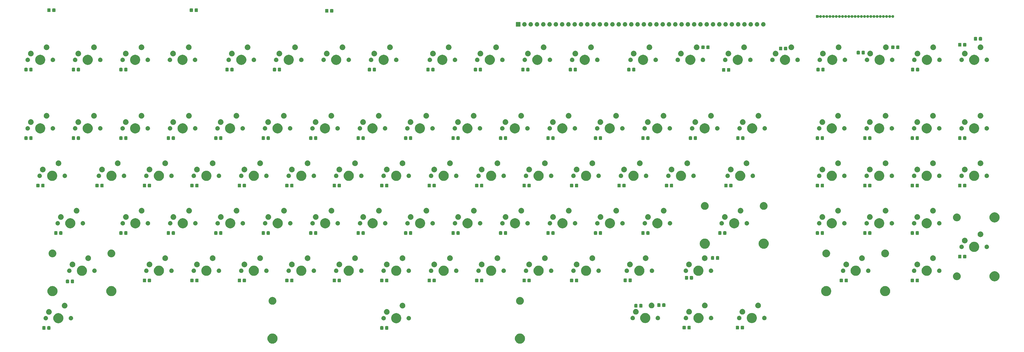
<source format=gbr>
G04 #@! TF.GenerationSoftware,KiCad,Pcbnew,8.0.5*
G04 #@! TF.CreationDate,2025-02-16T01:19:10-05:00*
G04 #@! TF.ProjectId,C128A - BASE,43313238-4120-42d2-9042-4153452e6b69,rev?*
G04 #@! TF.SameCoordinates,Original*
G04 #@! TF.FileFunction,Soldermask,Bot*
G04 #@! TF.FilePolarity,Negative*
%FSLAX46Y46*%
G04 Gerber Fmt 4.6, Leading zero omitted, Abs format (unit mm)*
G04 Created by KiCad (PCBNEW 8.0.5) date 2025-02-16 01:19:10*
%MOMM*%
%LPD*%
G01*
G04 APERTURE LIST*
G04 APERTURE END LIST*
G36*
X169492288Y-335161899D02*
G01*
X169761838Y-335237423D01*
X170018593Y-335348947D01*
X170257771Y-335494395D01*
X170474916Y-335671055D01*
X170665984Y-335875639D01*
X170827414Y-336104333D01*
X170956200Y-336352879D01*
X171049943Y-336616647D01*
X171106897Y-336890722D01*
X171126000Y-337170000D01*
X171106897Y-337449278D01*
X171049943Y-337723353D01*
X170956200Y-337987121D01*
X170827414Y-338235667D01*
X170665984Y-338464361D01*
X170474916Y-338668945D01*
X170257771Y-338845605D01*
X170018593Y-338991053D01*
X169761838Y-339102577D01*
X169492288Y-339178101D01*
X169214965Y-339216219D01*
X168935035Y-339216219D01*
X168657712Y-339178101D01*
X168388162Y-339102577D01*
X168131407Y-338991053D01*
X167892229Y-338845605D01*
X167675084Y-338668945D01*
X167484016Y-338464361D01*
X167322586Y-338235667D01*
X167193800Y-337987121D01*
X167100057Y-337723353D01*
X167043103Y-337449278D01*
X167024000Y-337170000D01*
X167043103Y-336890722D01*
X167100057Y-336616647D01*
X167193800Y-336352879D01*
X167322586Y-336104333D01*
X167484016Y-335875639D01*
X167675084Y-335671055D01*
X167892229Y-335494395D01*
X168131407Y-335348947D01*
X168388162Y-335237423D01*
X168657712Y-335161899D01*
X168935035Y-335123781D01*
X169214965Y-335123781D01*
X169492288Y-335161899D01*
G37*
G36*
X269492288Y-335161899D02*
G01*
X269761838Y-335237423D01*
X270018593Y-335348947D01*
X270257771Y-335494395D01*
X270474916Y-335671055D01*
X270665984Y-335875639D01*
X270827414Y-336104333D01*
X270956200Y-336352879D01*
X271049943Y-336616647D01*
X271106897Y-336890722D01*
X271126000Y-337170000D01*
X271106897Y-337449278D01*
X271049943Y-337723353D01*
X270956200Y-337987121D01*
X270827414Y-338235667D01*
X270665984Y-338464361D01*
X270474916Y-338668945D01*
X270257771Y-338845605D01*
X270018593Y-338991053D01*
X269761838Y-339102577D01*
X269492288Y-339178101D01*
X269214965Y-339216219D01*
X268935035Y-339216219D01*
X268657712Y-339178101D01*
X268388162Y-339102577D01*
X268131407Y-338991053D01*
X267892229Y-338845605D01*
X267675084Y-338668945D01*
X267484016Y-338464361D01*
X267322586Y-338235667D01*
X267193800Y-337987121D01*
X267100057Y-337723353D01*
X267043103Y-337449278D01*
X267024000Y-337170000D01*
X267043103Y-336890722D01*
X267100057Y-336616647D01*
X267193800Y-336352879D01*
X267322586Y-336104333D01*
X267484016Y-335875639D01*
X267675084Y-335671055D01*
X267892229Y-335494395D01*
X268131407Y-335348947D01*
X268388162Y-335237423D01*
X268657712Y-335161899D01*
X268935035Y-335123781D01*
X269214965Y-335123781D01*
X269492288Y-335161899D01*
G37*
G36*
X77142914Y-332123995D02*
G01*
X77158726Y-332130976D01*
X77166531Y-332132213D01*
X77199039Y-332148776D01*
X77244106Y-332168676D01*
X77322324Y-332246894D01*
X77342226Y-332291967D01*
X77358786Y-332324468D01*
X77360021Y-332332270D01*
X77367005Y-332348086D01*
X77375000Y-332417000D01*
X77375000Y-333317000D01*
X77367005Y-333385914D01*
X77360021Y-333401729D01*
X77358786Y-333409531D01*
X77342229Y-333442024D01*
X77322324Y-333487106D01*
X77244106Y-333565324D01*
X77199024Y-333585229D01*
X77166531Y-333601786D01*
X77158729Y-333603021D01*
X77142914Y-333610005D01*
X77074000Y-333618000D01*
X76374000Y-333618000D01*
X76305086Y-333610005D01*
X76289270Y-333603021D01*
X76281468Y-333601786D01*
X76248967Y-333585226D01*
X76203894Y-333565324D01*
X76125676Y-333487106D01*
X76105776Y-333442039D01*
X76089213Y-333409531D01*
X76087976Y-333401726D01*
X76080995Y-333385914D01*
X76073000Y-333317000D01*
X76073000Y-332417000D01*
X76080995Y-332348086D01*
X76087976Y-332332274D01*
X76089213Y-332324468D01*
X76105780Y-332291953D01*
X76125676Y-332246894D01*
X76203894Y-332168676D01*
X76248953Y-332148780D01*
X76281468Y-332132213D01*
X76289274Y-332130976D01*
X76305086Y-332123995D01*
X76374000Y-332116000D01*
X77074000Y-332116000D01*
X77142914Y-332123995D01*
G37*
G36*
X79142914Y-332123995D02*
G01*
X79158726Y-332130976D01*
X79166531Y-332132213D01*
X79199039Y-332148776D01*
X79244106Y-332168676D01*
X79322324Y-332246894D01*
X79342226Y-332291967D01*
X79358786Y-332324468D01*
X79360021Y-332332270D01*
X79367005Y-332348086D01*
X79375000Y-332417000D01*
X79375000Y-333317000D01*
X79367005Y-333385914D01*
X79360021Y-333401729D01*
X79358786Y-333409531D01*
X79342229Y-333442024D01*
X79322324Y-333487106D01*
X79244106Y-333565324D01*
X79199024Y-333585229D01*
X79166531Y-333601786D01*
X79158729Y-333603021D01*
X79142914Y-333610005D01*
X79074000Y-333618000D01*
X78374000Y-333618000D01*
X78305086Y-333610005D01*
X78289270Y-333603021D01*
X78281468Y-333601786D01*
X78248967Y-333585226D01*
X78203894Y-333565324D01*
X78125676Y-333487106D01*
X78105776Y-333442039D01*
X78089213Y-333409531D01*
X78087976Y-333401726D01*
X78080995Y-333385914D01*
X78073000Y-333317000D01*
X78073000Y-332417000D01*
X78080995Y-332348086D01*
X78087976Y-332332274D01*
X78089213Y-332324468D01*
X78105780Y-332291953D01*
X78125676Y-332246894D01*
X78203894Y-332168676D01*
X78248953Y-332148780D01*
X78281468Y-332132213D01*
X78289274Y-332130976D01*
X78305086Y-332123995D01*
X78374000Y-332116000D01*
X79074000Y-332116000D01*
X79142914Y-332123995D01*
G37*
G36*
X213667914Y-332123995D02*
G01*
X213683726Y-332130976D01*
X213691531Y-332132213D01*
X213724039Y-332148776D01*
X213769106Y-332168676D01*
X213847324Y-332246894D01*
X213867226Y-332291967D01*
X213883786Y-332324468D01*
X213885021Y-332332270D01*
X213892005Y-332348086D01*
X213900000Y-332417000D01*
X213900000Y-333317000D01*
X213892005Y-333385914D01*
X213885021Y-333401729D01*
X213883786Y-333409531D01*
X213867229Y-333442024D01*
X213847324Y-333487106D01*
X213769106Y-333565324D01*
X213724024Y-333585229D01*
X213691531Y-333601786D01*
X213683729Y-333603021D01*
X213667914Y-333610005D01*
X213599000Y-333618000D01*
X212899000Y-333618000D01*
X212830086Y-333610005D01*
X212814270Y-333603021D01*
X212806468Y-333601786D01*
X212773967Y-333585226D01*
X212728894Y-333565324D01*
X212650676Y-333487106D01*
X212630776Y-333442039D01*
X212614213Y-333409531D01*
X212612976Y-333401726D01*
X212605995Y-333385914D01*
X212598000Y-333317000D01*
X212598000Y-332417000D01*
X212605995Y-332348086D01*
X212612976Y-332332274D01*
X212614213Y-332324468D01*
X212630780Y-332291953D01*
X212650676Y-332246894D01*
X212728894Y-332168676D01*
X212773953Y-332148780D01*
X212806468Y-332132213D01*
X212814274Y-332130976D01*
X212830086Y-332123995D01*
X212899000Y-332116000D01*
X213599000Y-332116000D01*
X213667914Y-332123995D01*
G37*
G36*
X215667914Y-332123995D02*
G01*
X215683726Y-332130976D01*
X215691531Y-332132213D01*
X215724039Y-332148776D01*
X215769106Y-332168676D01*
X215847324Y-332246894D01*
X215867226Y-332291967D01*
X215883786Y-332324468D01*
X215885021Y-332332270D01*
X215892005Y-332348086D01*
X215900000Y-332417000D01*
X215900000Y-333317000D01*
X215892005Y-333385914D01*
X215885021Y-333401729D01*
X215883786Y-333409531D01*
X215867229Y-333442024D01*
X215847324Y-333487106D01*
X215769106Y-333565324D01*
X215724024Y-333585229D01*
X215691531Y-333601786D01*
X215683729Y-333603021D01*
X215667914Y-333610005D01*
X215599000Y-333618000D01*
X214899000Y-333618000D01*
X214830086Y-333610005D01*
X214814270Y-333603021D01*
X214806468Y-333601786D01*
X214773967Y-333585226D01*
X214728894Y-333565324D01*
X214650676Y-333487106D01*
X214630776Y-333442039D01*
X214614213Y-333409531D01*
X214612976Y-333401726D01*
X214605995Y-333385914D01*
X214598000Y-333317000D01*
X214598000Y-332417000D01*
X214605995Y-332348086D01*
X214612976Y-332332274D01*
X214614213Y-332324468D01*
X214630780Y-332291953D01*
X214650676Y-332246894D01*
X214728894Y-332168676D01*
X214773953Y-332148780D01*
X214806468Y-332132213D01*
X214814274Y-332130976D01*
X214830086Y-332123995D01*
X214899000Y-332116000D01*
X215599000Y-332116000D01*
X215667914Y-332123995D01*
G37*
G36*
X335841914Y-331996995D02*
G01*
X335857726Y-332003976D01*
X335865531Y-332005213D01*
X335898039Y-332021776D01*
X335943106Y-332041676D01*
X336021324Y-332119894D01*
X336041226Y-332164967D01*
X336057786Y-332197468D01*
X336059021Y-332205270D01*
X336066005Y-332221086D01*
X336074000Y-332290000D01*
X336074000Y-333190000D01*
X336066005Y-333258914D01*
X336059021Y-333274729D01*
X336057786Y-333282531D01*
X336041229Y-333315024D01*
X336021324Y-333360106D01*
X335943106Y-333438324D01*
X335898024Y-333458229D01*
X335865531Y-333474786D01*
X335857729Y-333476021D01*
X335841914Y-333483005D01*
X335773000Y-333491000D01*
X335073000Y-333491000D01*
X335004086Y-333483005D01*
X334988270Y-333476021D01*
X334980468Y-333474786D01*
X334947967Y-333458226D01*
X334902894Y-333438324D01*
X334824676Y-333360106D01*
X334804776Y-333315039D01*
X334788213Y-333282531D01*
X334786976Y-333274726D01*
X334779995Y-333258914D01*
X334772000Y-333190000D01*
X334772000Y-332290000D01*
X334779995Y-332221086D01*
X334786976Y-332205274D01*
X334788213Y-332197468D01*
X334804780Y-332164953D01*
X334824676Y-332119894D01*
X334902894Y-332041676D01*
X334947953Y-332021780D01*
X334980468Y-332005213D01*
X334988274Y-332003976D01*
X335004086Y-331996995D01*
X335073000Y-331989000D01*
X335773000Y-331989000D01*
X335841914Y-331996995D01*
G37*
G36*
X337841914Y-331996995D02*
G01*
X337857726Y-332003976D01*
X337865531Y-332005213D01*
X337898039Y-332021776D01*
X337943106Y-332041676D01*
X338021324Y-332119894D01*
X338041226Y-332164967D01*
X338057786Y-332197468D01*
X338059021Y-332205270D01*
X338066005Y-332221086D01*
X338074000Y-332290000D01*
X338074000Y-333190000D01*
X338066005Y-333258914D01*
X338059021Y-333274729D01*
X338057786Y-333282531D01*
X338041229Y-333315024D01*
X338021324Y-333360106D01*
X337943106Y-333438324D01*
X337898024Y-333458229D01*
X337865531Y-333474786D01*
X337857729Y-333476021D01*
X337841914Y-333483005D01*
X337773000Y-333491000D01*
X337073000Y-333491000D01*
X337004086Y-333483005D01*
X336988270Y-333476021D01*
X336980468Y-333474786D01*
X336947967Y-333458226D01*
X336902894Y-333438324D01*
X336824676Y-333360106D01*
X336804776Y-333315039D01*
X336788213Y-333282531D01*
X336786976Y-333274726D01*
X336779995Y-333258914D01*
X336772000Y-333190000D01*
X336772000Y-332290000D01*
X336779995Y-332221086D01*
X336786976Y-332205274D01*
X336788213Y-332197468D01*
X336804780Y-332164953D01*
X336824676Y-332119894D01*
X336902894Y-332041676D01*
X336947953Y-332021780D01*
X336980468Y-332005213D01*
X336988274Y-332003976D01*
X337004086Y-331996995D01*
X337073000Y-331989000D01*
X337773000Y-331989000D01*
X337841914Y-331996995D01*
G37*
G36*
X357368414Y-331996995D02*
G01*
X357384226Y-332003976D01*
X357392031Y-332005213D01*
X357424539Y-332021776D01*
X357469606Y-332041676D01*
X357547824Y-332119894D01*
X357567726Y-332164967D01*
X357584286Y-332197468D01*
X357585521Y-332205270D01*
X357592505Y-332221086D01*
X357600500Y-332290000D01*
X357600500Y-333190000D01*
X357592505Y-333258914D01*
X357585521Y-333274729D01*
X357584286Y-333282531D01*
X357567729Y-333315024D01*
X357547824Y-333360106D01*
X357469606Y-333438324D01*
X357424524Y-333458229D01*
X357392031Y-333474786D01*
X357384229Y-333476021D01*
X357368414Y-333483005D01*
X357299500Y-333491000D01*
X356599500Y-333491000D01*
X356530586Y-333483005D01*
X356514770Y-333476021D01*
X356506968Y-333474786D01*
X356474467Y-333458226D01*
X356429394Y-333438324D01*
X356351176Y-333360106D01*
X356331276Y-333315039D01*
X356314713Y-333282531D01*
X356313476Y-333274726D01*
X356306495Y-333258914D01*
X356298500Y-333190000D01*
X356298500Y-332290000D01*
X356306495Y-332221086D01*
X356313476Y-332205274D01*
X356314713Y-332197468D01*
X356331280Y-332164953D01*
X356351176Y-332119894D01*
X356429394Y-332041676D01*
X356474453Y-332021780D01*
X356506968Y-332005213D01*
X356514774Y-332003976D01*
X356530586Y-331996995D01*
X356599500Y-331989000D01*
X357299500Y-331989000D01*
X357368414Y-331996995D01*
G37*
G36*
X359368414Y-331996995D02*
G01*
X359384226Y-332003976D01*
X359392031Y-332005213D01*
X359424539Y-332021776D01*
X359469606Y-332041676D01*
X359547824Y-332119894D01*
X359567726Y-332164967D01*
X359584286Y-332197468D01*
X359585521Y-332205270D01*
X359592505Y-332221086D01*
X359600500Y-332290000D01*
X359600500Y-333190000D01*
X359592505Y-333258914D01*
X359585521Y-333274729D01*
X359584286Y-333282531D01*
X359567729Y-333315024D01*
X359547824Y-333360106D01*
X359469606Y-333438324D01*
X359424524Y-333458229D01*
X359392031Y-333474786D01*
X359384229Y-333476021D01*
X359368414Y-333483005D01*
X359299500Y-333491000D01*
X358599500Y-333491000D01*
X358530586Y-333483005D01*
X358514770Y-333476021D01*
X358506968Y-333474786D01*
X358474467Y-333458226D01*
X358429394Y-333438324D01*
X358351176Y-333360106D01*
X358331276Y-333315039D01*
X358314713Y-333282531D01*
X358313476Y-333274726D01*
X358306495Y-333258914D01*
X358298500Y-333190000D01*
X358298500Y-332290000D01*
X358306495Y-332221086D01*
X358313476Y-332205274D01*
X358314713Y-332197468D01*
X358331280Y-332164953D01*
X358351176Y-332119894D01*
X358429394Y-332041676D01*
X358474453Y-332021780D01*
X358506968Y-332005213D01*
X358514774Y-332003976D01*
X358530586Y-331996995D01*
X358599500Y-331989000D01*
X359299500Y-331989000D01*
X359368414Y-331996995D01*
G37*
G36*
X82967288Y-326921899D02*
G01*
X83236838Y-326997423D01*
X83493593Y-327108947D01*
X83732771Y-327254395D01*
X83949916Y-327431055D01*
X84140984Y-327635639D01*
X84302414Y-327864333D01*
X84431200Y-328112879D01*
X84524943Y-328376647D01*
X84581897Y-328650722D01*
X84601000Y-328930000D01*
X84581897Y-329209278D01*
X84524943Y-329483353D01*
X84431200Y-329747121D01*
X84302414Y-329995667D01*
X84140984Y-330224361D01*
X83949916Y-330428945D01*
X83732771Y-330605605D01*
X83493593Y-330751053D01*
X83236838Y-330862577D01*
X82967288Y-330938101D01*
X82689965Y-330976219D01*
X82410035Y-330976219D01*
X82132712Y-330938101D01*
X81863162Y-330862577D01*
X81606407Y-330751053D01*
X81367229Y-330605605D01*
X81150084Y-330428945D01*
X80959016Y-330224361D01*
X80797586Y-329995667D01*
X80668800Y-329747121D01*
X80575057Y-329483353D01*
X80518103Y-329209278D01*
X80499000Y-328930000D01*
X80518103Y-328650722D01*
X80575057Y-328376647D01*
X80668800Y-328112879D01*
X80797586Y-327864333D01*
X80959016Y-327635639D01*
X81150084Y-327431055D01*
X81367229Y-327254395D01*
X81606407Y-327108947D01*
X81863162Y-326997423D01*
X82132712Y-326921899D01*
X82410035Y-326883781D01*
X82689965Y-326883781D01*
X82967288Y-326921899D01*
G37*
G36*
X219492288Y-326921899D02*
G01*
X219761838Y-326997423D01*
X220018593Y-327108947D01*
X220257771Y-327254395D01*
X220474916Y-327431055D01*
X220665984Y-327635639D01*
X220827414Y-327864333D01*
X220956200Y-328112879D01*
X221049943Y-328376647D01*
X221106897Y-328650722D01*
X221126000Y-328930000D01*
X221106897Y-329209278D01*
X221049943Y-329483353D01*
X220956200Y-329747121D01*
X220827414Y-329995667D01*
X220665984Y-330224361D01*
X220474916Y-330428945D01*
X220257771Y-330605605D01*
X220018593Y-330751053D01*
X219761838Y-330862577D01*
X219492288Y-330938101D01*
X219214965Y-330976219D01*
X218935035Y-330976219D01*
X218657712Y-330938101D01*
X218388162Y-330862577D01*
X218131407Y-330751053D01*
X217892229Y-330605605D01*
X217675084Y-330428945D01*
X217484016Y-330224361D01*
X217322586Y-329995667D01*
X217193800Y-329747121D01*
X217100057Y-329483353D01*
X217043103Y-329209278D01*
X217024000Y-328930000D01*
X217043103Y-328650722D01*
X217100057Y-328376647D01*
X217193800Y-328112879D01*
X217322586Y-327864333D01*
X217484016Y-327635639D01*
X217675084Y-327431055D01*
X217892229Y-327254395D01*
X218131407Y-327108947D01*
X218388162Y-326997423D01*
X218657712Y-326921899D01*
X218935035Y-326883781D01*
X219214965Y-326883781D01*
X219492288Y-326921899D01*
G37*
G36*
X320127088Y-326858399D02*
G01*
X320396638Y-326933923D01*
X320653393Y-327045447D01*
X320892571Y-327190895D01*
X321109716Y-327367555D01*
X321300784Y-327572139D01*
X321462214Y-327800833D01*
X321591000Y-328049379D01*
X321684743Y-328313147D01*
X321741697Y-328587222D01*
X321760800Y-328866500D01*
X321741697Y-329145778D01*
X321684743Y-329419853D01*
X321591000Y-329683621D01*
X321462214Y-329932167D01*
X321300784Y-330160861D01*
X321109716Y-330365445D01*
X320892571Y-330542105D01*
X320653393Y-330687553D01*
X320396638Y-330799077D01*
X320127088Y-330874601D01*
X319849765Y-330912719D01*
X319569835Y-330912719D01*
X319292512Y-330874601D01*
X319022962Y-330799077D01*
X318766207Y-330687553D01*
X318527029Y-330542105D01*
X318309884Y-330365445D01*
X318118816Y-330160861D01*
X317957386Y-329932167D01*
X317828600Y-329683621D01*
X317734857Y-329419853D01*
X317677903Y-329145778D01*
X317658800Y-328866500D01*
X317677903Y-328587222D01*
X317734857Y-328313147D01*
X317828600Y-328049379D01*
X317957386Y-327800833D01*
X318118816Y-327572139D01*
X318309884Y-327367555D01*
X318527029Y-327190895D01*
X318766207Y-327045447D01*
X319022962Y-326933923D01*
X319292512Y-326858399D01*
X319569835Y-326820281D01*
X319849765Y-326820281D01*
X320127088Y-326858399D01*
G37*
G36*
X341640888Y-326858399D02*
G01*
X341910438Y-326933923D01*
X342167193Y-327045447D01*
X342406371Y-327190895D01*
X342623516Y-327367555D01*
X342814584Y-327572139D01*
X342976014Y-327800833D01*
X343104800Y-328049379D01*
X343198543Y-328313147D01*
X343255497Y-328587222D01*
X343274600Y-328866500D01*
X343255497Y-329145778D01*
X343198543Y-329419853D01*
X343104800Y-329683621D01*
X342976014Y-329932167D01*
X342814584Y-330160861D01*
X342623516Y-330365445D01*
X342406371Y-330542105D01*
X342167193Y-330687553D01*
X341910438Y-330799077D01*
X341640888Y-330874601D01*
X341363565Y-330912719D01*
X341083635Y-330912719D01*
X340806312Y-330874601D01*
X340536762Y-330799077D01*
X340280007Y-330687553D01*
X340040829Y-330542105D01*
X339823684Y-330365445D01*
X339632616Y-330160861D01*
X339471186Y-329932167D01*
X339342400Y-329683621D01*
X339248657Y-329419853D01*
X339191703Y-329145778D01*
X339172600Y-328866500D01*
X339191703Y-328587222D01*
X339248657Y-328313147D01*
X339342400Y-328049379D01*
X339471186Y-327800833D01*
X339632616Y-327572139D01*
X339823684Y-327367555D01*
X340040829Y-327190895D01*
X340280007Y-327045447D01*
X340536762Y-326933923D01*
X340806312Y-326858399D01*
X341083635Y-326820281D01*
X341363565Y-326820281D01*
X341640888Y-326858399D01*
G37*
G36*
X363180088Y-326858399D02*
G01*
X363449638Y-326933923D01*
X363706393Y-327045447D01*
X363945571Y-327190895D01*
X364162716Y-327367555D01*
X364353784Y-327572139D01*
X364515214Y-327800833D01*
X364644000Y-328049379D01*
X364737743Y-328313147D01*
X364794697Y-328587222D01*
X364813800Y-328866500D01*
X364794697Y-329145778D01*
X364737743Y-329419853D01*
X364644000Y-329683621D01*
X364515214Y-329932167D01*
X364353784Y-330160861D01*
X364162716Y-330365445D01*
X363945571Y-330542105D01*
X363706393Y-330687553D01*
X363449638Y-330799077D01*
X363180088Y-330874601D01*
X362902765Y-330912719D01*
X362622835Y-330912719D01*
X362345512Y-330874601D01*
X362075962Y-330799077D01*
X361819207Y-330687553D01*
X361580029Y-330542105D01*
X361362884Y-330365445D01*
X361171816Y-330160861D01*
X361010386Y-329932167D01*
X360881600Y-329683621D01*
X360787857Y-329419853D01*
X360730903Y-329145778D01*
X360711800Y-328866500D01*
X360730903Y-328587222D01*
X360787857Y-328313147D01*
X360881600Y-328049379D01*
X361010386Y-327800833D01*
X361171816Y-327572139D01*
X361362884Y-327367555D01*
X361580029Y-327190895D01*
X361819207Y-327045447D01*
X362075962Y-326933923D01*
X362345512Y-326858399D01*
X362622835Y-326820281D01*
X362902765Y-326820281D01*
X363180088Y-326858399D01*
G37*
G36*
X77513983Y-328033936D02*
G01*
X77564180Y-328033936D01*
X77607524Y-328043149D01*
X77645659Y-328046905D01*
X77693566Y-328061437D01*
X77748424Y-328073098D01*
X77783530Y-328088728D01*
X77814566Y-328098143D01*
X77863884Y-328124504D01*
X77920500Y-328149711D01*
X77946822Y-328168835D01*
X77970232Y-328181348D01*
X78017988Y-328220540D01*
X78072887Y-328260427D01*
X78090711Y-328280223D01*
X78106675Y-328293324D01*
X78149572Y-328345594D01*
X78198924Y-328400405D01*
X78209292Y-328418363D01*
X78218651Y-328429767D01*
X78253273Y-328494542D01*
X78293104Y-328563530D01*
X78297685Y-328577630D01*
X78301856Y-328585433D01*
X78324852Y-328661242D01*
X78351311Y-328742672D01*
X78352242Y-328751532D01*
X78353094Y-328754340D01*
X78361384Y-328838513D01*
X78371000Y-328930000D01*
X78361383Y-329021494D01*
X78353094Y-329105659D01*
X78352242Y-329108466D01*
X78351311Y-329117328D01*
X78324848Y-329198771D01*
X78301856Y-329274566D01*
X78297686Y-329282366D01*
X78293104Y-329296470D01*
X78253266Y-329365470D01*
X78218651Y-329430232D01*
X78209294Y-329441633D01*
X78198924Y-329459595D01*
X78149563Y-329514415D01*
X78106675Y-329566675D01*
X78090714Y-329579773D01*
X78072887Y-329599573D01*
X78017977Y-329639467D01*
X77970232Y-329678651D01*
X77946827Y-329691161D01*
X77920500Y-329710289D01*
X77863873Y-329735500D01*
X77814566Y-329761856D01*
X77783537Y-329771268D01*
X77748424Y-329786902D01*
X77693555Y-329798564D01*
X77645659Y-329813094D01*
X77607532Y-329816849D01*
X77564180Y-329826064D01*
X77513973Y-329826064D01*
X77470000Y-329830395D01*
X77426027Y-329826064D01*
X77375820Y-329826064D01*
X77332467Y-329816849D01*
X77294340Y-329813094D01*
X77246441Y-329798563D01*
X77191576Y-329786902D01*
X77156464Y-329771269D01*
X77125433Y-329761856D01*
X77076120Y-329735498D01*
X77019500Y-329710289D01*
X76993175Y-329691163D01*
X76969767Y-329678651D01*
X76922013Y-329639460D01*
X76867113Y-329599573D01*
X76849287Y-329579776D01*
X76833324Y-329566675D01*
X76790425Y-329514402D01*
X76741076Y-329459595D01*
X76730708Y-329441637D01*
X76721348Y-329430232D01*
X76686719Y-329365447D01*
X76646896Y-329296470D01*
X76642315Y-329282371D01*
X76638143Y-329274566D01*
X76615136Y-329198725D01*
X76588689Y-329117328D01*
X76587758Y-329108471D01*
X76586905Y-329105659D01*
X76578600Y-329021342D01*
X76569000Y-328930000D01*
X76578599Y-328838664D01*
X76586905Y-328754340D01*
X76587758Y-328751527D01*
X76588689Y-328742672D01*
X76615132Y-328661288D01*
X76638143Y-328585433D01*
X76642315Y-328577626D01*
X76646896Y-328563530D01*
X76686712Y-328494565D01*
X76721348Y-328429767D01*
X76730710Y-328418359D01*
X76741076Y-328400405D01*
X76790416Y-328345607D01*
X76833324Y-328293324D01*
X76849291Y-328280219D01*
X76867113Y-328260427D01*
X76922002Y-328220546D01*
X76969767Y-328181348D01*
X76993180Y-328168833D01*
X77019500Y-328149711D01*
X77076109Y-328124506D01*
X77125433Y-328098143D01*
X77156471Y-328088727D01*
X77191576Y-328073098D01*
X77246430Y-328061438D01*
X77294340Y-328046905D01*
X77332476Y-328043148D01*
X77375820Y-328033936D01*
X77426016Y-328033936D01*
X77470000Y-328029604D01*
X77513983Y-328033936D01*
G37*
G36*
X87673983Y-328033936D02*
G01*
X87724180Y-328033936D01*
X87767524Y-328043149D01*
X87805659Y-328046905D01*
X87853566Y-328061437D01*
X87908424Y-328073098D01*
X87943530Y-328088728D01*
X87974566Y-328098143D01*
X88023884Y-328124504D01*
X88080500Y-328149711D01*
X88106822Y-328168835D01*
X88130232Y-328181348D01*
X88177988Y-328220540D01*
X88232887Y-328260427D01*
X88250711Y-328280223D01*
X88266675Y-328293324D01*
X88309572Y-328345594D01*
X88358924Y-328400405D01*
X88369292Y-328418363D01*
X88378651Y-328429767D01*
X88413273Y-328494542D01*
X88453104Y-328563530D01*
X88457685Y-328577630D01*
X88461856Y-328585433D01*
X88484852Y-328661242D01*
X88511311Y-328742672D01*
X88512242Y-328751532D01*
X88513094Y-328754340D01*
X88521384Y-328838513D01*
X88531000Y-328930000D01*
X88521383Y-329021494D01*
X88513094Y-329105659D01*
X88512242Y-329108466D01*
X88511311Y-329117328D01*
X88484848Y-329198771D01*
X88461856Y-329274566D01*
X88457686Y-329282366D01*
X88453104Y-329296470D01*
X88413266Y-329365470D01*
X88378651Y-329430232D01*
X88369294Y-329441633D01*
X88358924Y-329459595D01*
X88309563Y-329514415D01*
X88266675Y-329566675D01*
X88250714Y-329579773D01*
X88232887Y-329599573D01*
X88177977Y-329639467D01*
X88130232Y-329678651D01*
X88106827Y-329691161D01*
X88080500Y-329710289D01*
X88023873Y-329735500D01*
X87974566Y-329761856D01*
X87943537Y-329771268D01*
X87908424Y-329786902D01*
X87853555Y-329798564D01*
X87805659Y-329813094D01*
X87767532Y-329816849D01*
X87724180Y-329826064D01*
X87673973Y-329826064D01*
X87630000Y-329830395D01*
X87586027Y-329826064D01*
X87535820Y-329826064D01*
X87492467Y-329816849D01*
X87454340Y-329813094D01*
X87406441Y-329798563D01*
X87351576Y-329786902D01*
X87316464Y-329771269D01*
X87285433Y-329761856D01*
X87236120Y-329735498D01*
X87179500Y-329710289D01*
X87153175Y-329691163D01*
X87129767Y-329678651D01*
X87082013Y-329639460D01*
X87027113Y-329599573D01*
X87009287Y-329579776D01*
X86993324Y-329566675D01*
X86950425Y-329514402D01*
X86901076Y-329459595D01*
X86890708Y-329441637D01*
X86881348Y-329430232D01*
X86846719Y-329365447D01*
X86806896Y-329296470D01*
X86802315Y-329282371D01*
X86798143Y-329274566D01*
X86775136Y-329198725D01*
X86748689Y-329117328D01*
X86747758Y-329108471D01*
X86746905Y-329105659D01*
X86738600Y-329021342D01*
X86729000Y-328930000D01*
X86738599Y-328838664D01*
X86746905Y-328754340D01*
X86747758Y-328751527D01*
X86748689Y-328742672D01*
X86775132Y-328661288D01*
X86798143Y-328585433D01*
X86802315Y-328577626D01*
X86806896Y-328563530D01*
X86846712Y-328494565D01*
X86881348Y-328429767D01*
X86890710Y-328418359D01*
X86901076Y-328400405D01*
X86950416Y-328345607D01*
X86993324Y-328293324D01*
X87009291Y-328280219D01*
X87027113Y-328260427D01*
X87082002Y-328220546D01*
X87129767Y-328181348D01*
X87153180Y-328168833D01*
X87179500Y-328149711D01*
X87236109Y-328124506D01*
X87285433Y-328098143D01*
X87316471Y-328088727D01*
X87351576Y-328073098D01*
X87406430Y-328061438D01*
X87454340Y-328046905D01*
X87492476Y-328043148D01*
X87535820Y-328033936D01*
X87586016Y-328033936D01*
X87630000Y-328029604D01*
X87673983Y-328033936D01*
G37*
G36*
X214038983Y-328033936D02*
G01*
X214089180Y-328033936D01*
X214132524Y-328043149D01*
X214170659Y-328046905D01*
X214218566Y-328061437D01*
X214273424Y-328073098D01*
X214308530Y-328088728D01*
X214339566Y-328098143D01*
X214388884Y-328124504D01*
X214445500Y-328149711D01*
X214471822Y-328168835D01*
X214495232Y-328181348D01*
X214542988Y-328220540D01*
X214597887Y-328260427D01*
X214615711Y-328280223D01*
X214631675Y-328293324D01*
X214674572Y-328345594D01*
X214723924Y-328400405D01*
X214734292Y-328418363D01*
X214743651Y-328429767D01*
X214778273Y-328494542D01*
X214818104Y-328563530D01*
X214822685Y-328577630D01*
X214826856Y-328585433D01*
X214849852Y-328661242D01*
X214876311Y-328742672D01*
X214877242Y-328751532D01*
X214878094Y-328754340D01*
X214886384Y-328838513D01*
X214896000Y-328930000D01*
X214886383Y-329021494D01*
X214878094Y-329105659D01*
X214877242Y-329108466D01*
X214876311Y-329117328D01*
X214849848Y-329198771D01*
X214826856Y-329274566D01*
X214822686Y-329282366D01*
X214818104Y-329296470D01*
X214778266Y-329365470D01*
X214743651Y-329430232D01*
X214734294Y-329441633D01*
X214723924Y-329459595D01*
X214674563Y-329514415D01*
X214631675Y-329566675D01*
X214615714Y-329579773D01*
X214597887Y-329599573D01*
X214542977Y-329639467D01*
X214495232Y-329678651D01*
X214471827Y-329691161D01*
X214445500Y-329710289D01*
X214388873Y-329735500D01*
X214339566Y-329761856D01*
X214308537Y-329771268D01*
X214273424Y-329786902D01*
X214218555Y-329798564D01*
X214170659Y-329813094D01*
X214132532Y-329816849D01*
X214089180Y-329826064D01*
X214038973Y-329826064D01*
X213995000Y-329830395D01*
X213951027Y-329826064D01*
X213900820Y-329826064D01*
X213857467Y-329816849D01*
X213819340Y-329813094D01*
X213771441Y-329798563D01*
X213716576Y-329786902D01*
X213681464Y-329771269D01*
X213650433Y-329761856D01*
X213601120Y-329735498D01*
X213544500Y-329710289D01*
X213518175Y-329691163D01*
X213494767Y-329678651D01*
X213447013Y-329639460D01*
X213392113Y-329599573D01*
X213374287Y-329579776D01*
X213358324Y-329566675D01*
X213315425Y-329514402D01*
X213266076Y-329459595D01*
X213255708Y-329441637D01*
X213246348Y-329430232D01*
X213211719Y-329365447D01*
X213171896Y-329296470D01*
X213167315Y-329282371D01*
X213163143Y-329274566D01*
X213140136Y-329198725D01*
X213113689Y-329117328D01*
X213112758Y-329108471D01*
X213111905Y-329105659D01*
X213103600Y-329021342D01*
X213094000Y-328930000D01*
X213103599Y-328838664D01*
X213111905Y-328754340D01*
X213112758Y-328751527D01*
X213113689Y-328742672D01*
X213140132Y-328661288D01*
X213163143Y-328585433D01*
X213167315Y-328577626D01*
X213171896Y-328563530D01*
X213211712Y-328494565D01*
X213246348Y-328429767D01*
X213255710Y-328418359D01*
X213266076Y-328400405D01*
X213315416Y-328345607D01*
X213358324Y-328293324D01*
X213374291Y-328280219D01*
X213392113Y-328260427D01*
X213447002Y-328220546D01*
X213494767Y-328181348D01*
X213518180Y-328168833D01*
X213544500Y-328149711D01*
X213601109Y-328124506D01*
X213650433Y-328098143D01*
X213681471Y-328088727D01*
X213716576Y-328073098D01*
X213771430Y-328061438D01*
X213819340Y-328046905D01*
X213857476Y-328043148D01*
X213900820Y-328033936D01*
X213951016Y-328033936D01*
X213995000Y-328029604D01*
X214038983Y-328033936D01*
G37*
G36*
X224198983Y-328033936D02*
G01*
X224249180Y-328033936D01*
X224292524Y-328043149D01*
X224330659Y-328046905D01*
X224378566Y-328061437D01*
X224433424Y-328073098D01*
X224468530Y-328088728D01*
X224499566Y-328098143D01*
X224548884Y-328124504D01*
X224605500Y-328149711D01*
X224631822Y-328168835D01*
X224655232Y-328181348D01*
X224702988Y-328220540D01*
X224757887Y-328260427D01*
X224775711Y-328280223D01*
X224791675Y-328293324D01*
X224834572Y-328345594D01*
X224883924Y-328400405D01*
X224894292Y-328418363D01*
X224903651Y-328429767D01*
X224938273Y-328494542D01*
X224978104Y-328563530D01*
X224982685Y-328577630D01*
X224986856Y-328585433D01*
X225009852Y-328661242D01*
X225036311Y-328742672D01*
X225037242Y-328751532D01*
X225038094Y-328754340D01*
X225046384Y-328838513D01*
X225056000Y-328930000D01*
X225046383Y-329021494D01*
X225038094Y-329105659D01*
X225037242Y-329108466D01*
X225036311Y-329117328D01*
X225009848Y-329198771D01*
X224986856Y-329274566D01*
X224982686Y-329282366D01*
X224978104Y-329296470D01*
X224938266Y-329365470D01*
X224903651Y-329430232D01*
X224894294Y-329441633D01*
X224883924Y-329459595D01*
X224834563Y-329514415D01*
X224791675Y-329566675D01*
X224775714Y-329579773D01*
X224757887Y-329599573D01*
X224702977Y-329639467D01*
X224655232Y-329678651D01*
X224631827Y-329691161D01*
X224605500Y-329710289D01*
X224548873Y-329735500D01*
X224499566Y-329761856D01*
X224468537Y-329771268D01*
X224433424Y-329786902D01*
X224378555Y-329798564D01*
X224330659Y-329813094D01*
X224292532Y-329816849D01*
X224249180Y-329826064D01*
X224198973Y-329826064D01*
X224155000Y-329830395D01*
X224111027Y-329826064D01*
X224060820Y-329826064D01*
X224017467Y-329816849D01*
X223979340Y-329813094D01*
X223931441Y-329798563D01*
X223876576Y-329786902D01*
X223841464Y-329771269D01*
X223810433Y-329761856D01*
X223761120Y-329735498D01*
X223704500Y-329710289D01*
X223678175Y-329691163D01*
X223654767Y-329678651D01*
X223607013Y-329639460D01*
X223552113Y-329599573D01*
X223534287Y-329579776D01*
X223518324Y-329566675D01*
X223475425Y-329514402D01*
X223426076Y-329459595D01*
X223415708Y-329441637D01*
X223406348Y-329430232D01*
X223371719Y-329365447D01*
X223331896Y-329296470D01*
X223327315Y-329282371D01*
X223323143Y-329274566D01*
X223300136Y-329198725D01*
X223273689Y-329117328D01*
X223272758Y-329108471D01*
X223271905Y-329105659D01*
X223263600Y-329021342D01*
X223254000Y-328930000D01*
X223263599Y-328838664D01*
X223271905Y-328754340D01*
X223272758Y-328751527D01*
X223273689Y-328742672D01*
X223300132Y-328661288D01*
X223323143Y-328585433D01*
X223327315Y-328577626D01*
X223331896Y-328563530D01*
X223371712Y-328494565D01*
X223406348Y-328429767D01*
X223415710Y-328418359D01*
X223426076Y-328400405D01*
X223475416Y-328345607D01*
X223518324Y-328293324D01*
X223534291Y-328280219D01*
X223552113Y-328260427D01*
X223607002Y-328220546D01*
X223654767Y-328181348D01*
X223678180Y-328168833D01*
X223704500Y-328149711D01*
X223761109Y-328124506D01*
X223810433Y-328098143D01*
X223841471Y-328088727D01*
X223876576Y-328073098D01*
X223931430Y-328061438D01*
X223979340Y-328046905D01*
X224017476Y-328043148D01*
X224060820Y-328033936D01*
X224111016Y-328033936D01*
X224155000Y-328029604D01*
X224198983Y-328033936D01*
G37*
G36*
X314673783Y-327970436D02*
G01*
X314723980Y-327970436D01*
X314767324Y-327979649D01*
X314805459Y-327983405D01*
X314853366Y-327997937D01*
X314908224Y-328009598D01*
X314943330Y-328025228D01*
X314974366Y-328034643D01*
X315023684Y-328061004D01*
X315080300Y-328086211D01*
X315106622Y-328105335D01*
X315130032Y-328117848D01*
X315177788Y-328157040D01*
X315232687Y-328196927D01*
X315250511Y-328216723D01*
X315266475Y-328229824D01*
X315309372Y-328282094D01*
X315358724Y-328336905D01*
X315369092Y-328354863D01*
X315378451Y-328366267D01*
X315413073Y-328431042D01*
X315452904Y-328500030D01*
X315457485Y-328514130D01*
X315461656Y-328521933D01*
X315484652Y-328597742D01*
X315511111Y-328679172D01*
X315512042Y-328688032D01*
X315512894Y-328690840D01*
X315521184Y-328775013D01*
X315530800Y-328866500D01*
X315521183Y-328957994D01*
X315512894Y-329042159D01*
X315512042Y-329044966D01*
X315511111Y-329053828D01*
X315484648Y-329135271D01*
X315461656Y-329211066D01*
X315457486Y-329218866D01*
X315452904Y-329232970D01*
X315413066Y-329301970D01*
X315378451Y-329366732D01*
X315369094Y-329378133D01*
X315358724Y-329396095D01*
X315309363Y-329450915D01*
X315266475Y-329503175D01*
X315250514Y-329516273D01*
X315232687Y-329536073D01*
X315177777Y-329575967D01*
X315130032Y-329615151D01*
X315106627Y-329627661D01*
X315080300Y-329646789D01*
X315023673Y-329672000D01*
X314974366Y-329698356D01*
X314943337Y-329707768D01*
X314908224Y-329723402D01*
X314853355Y-329735064D01*
X314805459Y-329749594D01*
X314767332Y-329753349D01*
X314723980Y-329762564D01*
X314673773Y-329762564D01*
X314629800Y-329766895D01*
X314585827Y-329762564D01*
X314535620Y-329762564D01*
X314492267Y-329753349D01*
X314454140Y-329749594D01*
X314406241Y-329735063D01*
X314351376Y-329723402D01*
X314316264Y-329707769D01*
X314285233Y-329698356D01*
X314235920Y-329671998D01*
X314179300Y-329646789D01*
X314152975Y-329627663D01*
X314129567Y-329615151D01*
X314081813Y-329575960D01*
X314026913Y-329536073D01*
X314009087Y-329516276D01*
X313993124Y-329503175D01*
X313950225Y-329450902D01*
X313900876Y-329396095D01*
X313890508Y-329378137D01*
X313881148Y-329366732D01*
X313846519Y-329301947D01*
X313806696Y-329232970D01*
X313802115Y-329218871D01*
X313797943Y-329211066D01*
X313774936Y-329135225D01*
X313748489Y-329053828D01*
X313747558Y-329044971D01*
X313746705Y-329042159D01*
X313738400Y-328957842D01*
X313728800Y-328866500D01*
X313738399Y-328775164D01*
X313746705Y-328690840D01*
X313747558Y-328688027D01*
X313748489Y-328679172D01*
X313774932Y-328597788D01*
X313797943Y-328521933D01*
X313802115Y-328514126D01*
X313806696Y-328500030D01*
X313846512Y-328431065D01*
X313881148Y-328366267D01*
X313890510Y-328354859D01*
X313900876Y-328336905D01*
X313950216Y-328282107D01*
X313993124Y-328229824D01*
X314009091Y-328216719D01*
X314026913Y-328196927D01*
X314081802Y-328157046D01*
X314129567Y-328117848D01*
X314152980Y-328105333D01*
X314179300Y-328086211D01*
X314235909Y-328061006D01*
X314285233Y-328034643D01*
X314316271Y-328025227D01*
X314351376Y-328009598D01*
X314406230Y-327997938D01*
X314454140Y-327983405D01*
X314492276Y-327979648D01*
X314535620Y-327970436D01*
X314585816Y-327970436D01*
X314629800Y-327966104D01*
X314673783Y-327970436D01*
G37*
G36*
X324833783Y-327970436D02*
G01*
X324883980Y-327970436D01*
X324927324Y-327979649D01*
X324965459Y-327983405D01*
X325013366Y-327997937D01*
X325068224Y-328009598D01*
X325103330Y-328025228D01*
X325134366Y-328034643D01*
X325183684Y-328061004D01*
X325240300Y-328086211D01*
X325266622Y-328105335D01*
X325290032Y-328117848D01*
X325337788Y-328157040D01*
X325392687Y-328196927D01*
X325410511Y-328216723D01*
X325426475Y-328229824D01*
X325469372Y-328282094D01*
X325518724Y-328336905D01*
X325529092Y-328354863D01*
X325538451Y-328366267D01*
X325573073Y-328431042D01*
X325612904Y-328500030D01*
X325617485Y-328514130D01*
X325621656Y-328521933D01*
X325644652Y-328597742D01*
X325671111Y-328679172D01*
X325672042Y-328688032D01*
X325672894Y-328690840D01*
X325681184Y-328775013D01*
X325690800Y-328866500D01*
X325681183Y-328957994D01*
X325672894Y-329042159D01*
X325672042Y-329044966D01*
X325671111Y-329053828D01*
X325644648Y-329135271D01*
X325621656Y-329211066D01*
X325617486Y-329218866D01*
X325612904Y-329232970D01*
X325573066Y-329301970D01*
X325538451Y-329366732D01*
X325529094Y-329378133D01*
X325518724Y-329396095D01*
X325469363Y-329450915D01*
X325426475Y-329503175D01*
X325410514Y-329516273D01*
X325392687Y-329536073D01*
X325337777Y-329575967D01*
X325290032Y-329615151D01*
X325266627Y-329627661D01*
X325240300Y-329646789D01*
X325183673Y-329672000D01*
X325134366Y-329698356D01*
X325103337Y-329707768D01*
X325068224Y-329723402D01*
X325013355Y-329735064D01*
X324965459Y-329749594D01*
X324927332Y-329753349D01*
X324883980Y-329762564D01*
X324833773Y-329762564D01*
X324789800Y-329766895D01*
X324745827Y-329762564D01*
X324695620Y-329762564D01*
X324652267Y-329753349D01*
X324614140Y-329749594D01*
X324566241Y-329735063D01*
X324511376Y-329723402D01*
X324476264Y-329707769D01*
X324445233Y-329698356D01*
X324395920Y-329671998D01*
X324339300Y-329646789D01*
X324312975Y-329627663D01*
X324289567Y-329615151D01*
X324241813Y-329575960D01*
X324186913Y-329536073D01*
X324169087Y-329516276D01*
X324153124Y-329503175D01*
X324110225Y-329450902D01*
X324060876Y-329396095D01*
X324050508Y-329378137D01*
X324041148Y-329366732D01*
X324006519Y-329301947D01*
X323966696Y-329232970D01*
X323962115Y-329218871D01*
X323957943Y-329211066D01*
X323934936Y-329135225D01*
X323908489Y-329053828D01*
X323907558Y-329044971D01*
X323906705Y-329042159D01*
X323898400Y-328957842D01*
X323888800Y-328866500D01*
X323898399Y-328775164D01*
X323906705Y-328690840D01*
X323907558Y-328688027D01*
X323908489Y-328679172D01*
X323934932Y-328597788D01*
X323957943Y-328521933D01*
X323962115Y-328514126D01*
X323966696Y-328500030D01*
X324006512Y-328431065D01*
X324041148Y-328366267D01*
X324050510Y-328354859D01*
X324060876Y-328336905D01*
X324110216Y-328282107D01*
X324153124Y-328229824D01*
X324169091Y-328216719D01*
X324186913Y-328196927D01*
X324241802Y-328157046D01*
X324289567Y-328117848D01*
X324312980Y-328105333D01*
X324339300Y-328086211D01*
X324395909Y-328061006D01*
X324445233Y-328034643D01*
X324476271Y-328025227D01*
X324511376Y-328009598D01*
X324566230Y-327997938D01*
X324614140Y-327983405D01*
X324652276Y-327979648D01*
X324695620Y-327970436D01*
X324745816Y-327970436D01*
X324789800Y-327966104D01*
X324833783Y-327970436D01*
G37*
G36*
X336187583Y-327970436D02*
G01*
X336237780Y-327970436D01*
X336281124Y-327979649D01*
X336319259Y-327983405D01*
X336367166Y-327997937D01*
X336422024Y-328009598D01*
X336457130Y-328025228D01*
X336488166Y-328034643D01*
X336537484Y-328061004D01*
X336594100Y-328086211D01*
X336620422Y-328105335D01*
X336643832Y-328117848D01*
X336691588Y-328157040D01*
X336746487Y-328196927D01*
X336764311Y-328216723D01*
X336780275Y-328229824D01*
X336823172Y-328282094D01*
X336872524Y-328336905D01*
X336882892Y-328354863D01*
X336892251Y-328366267D01*
X336926873Y-328431042D01*
X336966704Y-328500030D01*
X336971285Y-328514130D01*
X336975456Y-328521933D01*
X336998452Y-328597742D01*
X337024911Y-328679172D01*
X337025842Y-328688032D01*
X337026694Y-328690840D01*
X337034984Y-328775013D01*
X337044600Y-328866500D01*
X337034983Y-328957994D01*
X337026694Y-329042159D01*
X337025842Y-329044966D01*
X337024911Y-329053828D01*
X336998448Y-329135271D01*
X336975456Y-329211066D01*
X336971286Y-329218866D01*
X336966704Y-329232970D01*
X336926866Y-329301970D01*
X336892251Y-329366732D01*
X336882894Y-329378133D01*
X336872524Y-329396095D01*
X336823163Y-329450915D01*
X336780275Y-329503175D01*
X336764314Y-329516273D01*
X336746487Y-329536073D01*
X336691577Y-329575967D01*
X336643832Y-329615151D01*
X336620427Y-329627661D01*
X336594100Y-329646789D01*
X336537473Y-329672000D01*
X336488166Y-329698356D01*
X336457137Y-329707768D01*
X336422024Y-329723402D01*
X336367155Y-329735064D01*
X336319259Y-329749594D01*
X336281132Y-329753349D01*
X336237780Y-329762564D01*
X336187573Y-329762564D01*
X336143600Y-329766895D01*
X336099627Y-329762564D01*
X336049420Y-329762564D01*
X336006067Y-329753349D01*
X335967940Y-329749594D01*
X335920041Y-329735063D01*
X335865176Y-329723402D01*
X335830064Y-329707769D01*
X335799033Y-329698356D01*
X335749720Y-329671998D01*
X335693100Y-329646789D01*
X335666775Y-329627663D01*
X335643367Y-329615151D01*
X335595613Y-329575960D01*
X335540713Y-329536073D01*
X335522887Y-329516276D01*
X335506924Y-329503175D01*
X335464025Y-329450902D01*
X335414676Y-329396095D01*
X335404308Y-329378137D01*
X335394948Y-329366732D01*
X335360319Y-329301947D01*
X335320496Y-329232970D01*
X335315915Y-329218871D01*
X335311743Y-329211066D01*
X335288736Y-329135225D01*
X335262289Y-329053828D01*
X335261358Y-329044971D01*
X335260505Y-329042159D01*
X335252200Y-328957842D01*
X335242600Y-328866500D01*
X335252199Y-328775164D01*
X335260505Y-328690840D01*
X335261358Y-328688027D01*
X335262289Y-328679172D01*
X335288732Y-328597788D01*
X335311743Y-328521933D01*
X335315915Y-328514126D01*
X335320496Y-328500030D01*
X335360312Y-328431065D01*
X335394948Y-328366267D01*
X335404310Y-328354859D01*
X335414676Y-328336905D01*
X335464016Y-328282107D01*
X335506924Y-328229824D01*
X335522891Y-328216719D01*
X335540713Y-328196927D01*
X335595602Y-328157046D01*
X335643367Y-328117848D01*
X335666780Y-328105333D01*
X335693100Y-328086211D01*
X335749709Y-328061006D01*
X335799033Y-328034643D01*
X335830071Y-328025227D01*
X335865176Y-328009598D01*
X335920030Y-327997938D01*
X335967940Y-327983405D01*
X336006076Y-327979648D01*
X336049420Y-327970436D01*
X336099616Y-327970436D01*
X336143600Y-327966104D01*
X336187583Y-327970436D01*
G37*
G36*
X346347583Y-327970436D02*
G01*
X346397780Y-327970436D01*
X346441124Y-327979649D01*
X346479259Y-327983405D01*
X346527166Y-327997937D01*
X346582024Y-328009598D01*
X346617130Y-328025228D01*
X346648166Y-328034643D01*
X346697484Y-328061004D01*
X346754100Y-328086211D01*
X346780422Y-328105335D01*
X346803832Y-328117848D01*
X346851588Y-328157040D01*
X346906487Y-328196927D01*
X346924311Y-328216723D01*
X346940275Y-328229824D01*
X346983172Y-328282094D01*
X347032524Y-328336905D01*
X347042892Y-328354863D01*
X347052251Y-328366267D01*
X347086873Y-328431042D01*
X347126704Y-328500030D01*
X347131285Y-328514130D01*
X347135456Y-328521933D01*
X347158452Y-328597742D01*
X347184911Y-328679172D01*
X347185842Y-328688032D01*
X347186694Y-328690840D01*
X347194984Y-328775013D01*
X347204600Y-328866500D01*
X347194983Y-328957994D01*
X347186694Y-329042159D01*
X347185842Y-329044966D01*
X347184911Y-329053828D01*
X347158448Y-329135271D01*
X347135456Y-329211066D01*
X347131286Y-329218866D01*
X347126704Y-329232970D01*
X347086866Y-329301970D01*
X347052251Y-329366732D01*
X347042894Y-329378133D01*
X347032524Y-329396095D01*
X346983163Y-329450915D01*
X346940275Y-329503175D01*
X346924314Y-329516273D01*
X346906487Y-329536073D01*
X346851577Y-329575967D01*
X346803832Y-329615151D01*
X346780427Y-329627661D01*
X346754100Y-329646789D01*
X346697473Y-329672000D01*
X346648166Y-329698356D01*
X346617137Y-329707768D01*
X346582024Y-329723402D01*
X346527155Y-329735064D01*
X346479259Y-329749594D01*
X346441132Y-329753349D01*
X346397780Y-329762564D01*
X346347573Y-329762564D01*
X346303600Y-329766895D01*
X346259627Y-329762564D01*
X346209420Y-329762564D01*
X346166067Y-329753349D01*
X346127940Y-329749594D01*
X346080041Y-329735063D01*
X346025176Y-329723402D01*
X345990064Y-329707769D01*
X345959033Y-329698356D01*
X345909720Y-329671998D01*
X345853100Y-329646789D01*
X345826775Y-329627663D01*
X345803367Y-329615151D01*
X345755613Y-329575960D01*
X345700713Y-329536073D01*
X345682887Y-329516276D01*
X345666924Y-329503175D01*
X345624025Y-329450902D01*
X345574676Y-329396095D01*
X345564308Y-329378137D01*
X345554948Y-329366732D01*
X345520319Y-329301947D01*
X345480496Y-329232970D01*
X345475915Y-329218871D01*
X345471743Y-329211066D01*
X345448736Y-329135225D01*
X345422289Y-329053828D01*
X345421358Y-329044971D01*
X345420505Y-329042159D01*
X345412200Y-328957842D01*
X345402600Y-328866500D01*
X345412199Y-328775164D01*
X345420505Y-328690840D01*
X345421358Y-328688027D01*
X345422289Y-328679172D01*
X345448732Y-328597788D01*
X345471743Y-328521933D01*
X345475915Y-328514126D01*
X345480496Y-328500030D01*
X345520312Y-328431065D01*
X345554948Y-328366267D01*
X345564310Y-328354859D01*
X345574676Y-328336905D01*
X345624016Y-328282107D01*
X345666924Y-328229824D01*
X345682891Y-328216719D01*
X345700713Y-328196927D01*
X345755602Y-328157046D01*
X345803367Y-328117848D01*
X345826780Y-328105333D01*
X345853100Y-328086211D01*
X345909709Y-328061006D01*
X345959033Y-328034643D01*
X345990071Y-328025227D01*
X346025176Y-328009598D01*
X346080030Y-327997938D01*
X346127940Y-327983405D01*
X346166076Y-327979648D01*
X346209420Y-327970436D01*
X346259616Y-327970436D01*
X346303600Y-327966104D01*
X346347583Y-327970436D01*
G37*
G36*
X357726783Y-327970436D02*
G01*
X357776980Y-327970436D01*
X357820324Y-327979649D01*
X357858459Y-327983405D01*
X357906366Y-327997937D01*
X357961224Y-328009598D01*
X357996330Y-328025228D01*
X358027366Y-328034643D01*
X358076684Y-328061004D01*
X358133300Y-328086211D01*
X358159622Y-328105335D01*
X358183032Y-328117848D01*
X358230788Y-328157040D01*
X358285687Y-328196927D01*
X358303511Y-328216723D01*
X358319475Y-328229824D01*
X358362372Y-328282094D01*
X358411724Y-328336905D01*
X358422092Y-328354863D01*
X358431451Y-328366267D01*
X358466073Y-328431042D01*
X358505904Y-328500030D01*
X358510485Y-328514130D01*
X358514656Y-328521933D01*
X358537652Y-328597742D01*
X358564111Y-328679172D01*
X358565042Y-328688032D01*
X358565894Y-328690840D01*
X358574184Y-328775013D01*
X358583800Y-328866500D01*
X358574183Y-328957994D01*
X358565894Y-329042159D01*
X358565042Y-329044966D01*
X358564111Y-329053828D01*
X358537648Y-329135271D01*
X358514656Y-329211066D01*
X358510486Y-329218866D01*
X358505904Y-329232970D01*
X358466066Y-329301970D01*
X358431451Y-329366732D01*
X358422094Y-329378133D01*
X358411724Y-329396095D01*
X358362363Y-329450915D01*
X358319475Y-329503175D01*
X358303514Y-329516273D01*
X358285687Y-329536073D01*
X358230777Y-329575967D01*
X358183032Y-329615151D01*
X358159627Y-329627661D01*
X358133300Y-329646789D01*
X358076673Y-329672000D01*
X358027366Y-329698356D01*
X357996337Y-329707768D01*
X357961224Y-329723402D01*
X357906355Y-329735064D01*
X357858459Y-329749594D01*
X357820332Y-329753349D01*
X357776980Y-329762564D01*
X357726773Y-329762564D01*
X357682800Y-329766895D01*
X357638827Y-329762564D01*
X357588620Y-329762564D01*
X357545267Y-329753349D01*
X357507140Y-329749594D01*
X357459241Y-329735063D01*
X357404376Y-329723402D01*
X357369264Y-329707769D01*
X357338233Y-329698356D01*
X357288920Y-329671998D01*
X357232300Y-329646789D01*
X357205975Y-329627663D01*
X357182567Y-329615151D01*
X357134813Y-329575960D01*
X357079913Y-329536073D01*
X357062087Y-329516276D01*
X357046124Y-329503175D01*
X357003225Y-329450902D01*
X356953876Y-329396095D01*
X356943508Y-329378137D01*
X356934148Y-329366732D01*
X356899519Y-329301947D01*
X356859696Y-329232970D01*
X356855115Y-329218871D01*
X356850943Y-329211066D01*
X356827936Y-329135225D01*
X356801489Y-329053828D01*
X356800558Y-329044971D01*
X356799705Y-329042159D01*
X356791400Y-328957842D01*
X356781800Y-328866500D01*
X356791399Y-328775164D01*
X356799705Y-328690840D01*
X356800558Y-328688027D01*
X356801489Y-328679172D01*
X356827932Y-328597788D01*
X356850943Y-328521933D01*
X356855115Y-328514126D01*
X356859696Y-328500030D01*
X356899512Y-328431065D01*
X356934148Y-328366267D01*
X356943510Y-328354859D01*
X356953876Y-328336905D01*
X357003216Y-328282107D01*
X357046124Y-328229824D01*
X357062091Y-328216719D01*
X357079913Y-328196927D01*
X357134802Y-328157046D01*
X357182567Y-328117848D01*
X357205980Y-328105333D01*
X357232300Y-328086211D01*
X357288909Y-328061006D01*
X357338233Y-328034643D01*
X357369271Y-328025227D01*
X357404376Y-328009598D01*
X357459230Y-327997938D01*
X357507140Y-327983405D01*
X357545276Y-327979648D01*
X357588620Y-327970436D01*
X357638816Y-327970436D01*
X357682800Y-327966104D01*
X357726783Y-327970436D01*
G37*
G36*
X367886783Y-327970436D02*
G01*
X367936980Y-327970436D01*
X367980324Y-327979649D01*
X368018459Y-327983405D01*
X368066366Y-327997937D01*
X368121224Y-328009598D01*
X368156330Y-328025228D01*
X368187366Y-328034643D01*
X368236684Y-328061004D01*
X368293300Y-328086211D01*
X368319622Y-328105335D01*
X368343032Y-328117848D01*
X368390788Y-328157040D01*
X368445687Y-328196927D01*
X368463511Y-328216723D01*
X368479475Y-328229824D01*
X368522372Y-328282094D01*
X368571724Y-328336905D01*
X368582092Y-328354863D01*
X368591451Y-328366267D01*
X368626073Y-328431042D01*
X368665904Y-328500030D01*
X368670485Y-328514130D01*
X368674656Y-328521933D01*
X368697652Y-328597742D01*
X368724111Y-328679172D01*
X368725042Y-328688032D01*
X368725894Y-328690840D01*
X368734184Y-328775013D01*
X368743800Y-328866500D01*
X368734183Y-328957994D01*
X368725894Y-329042159D01*
X368725042Y-329044966D01*
X368724111Y-329053828D01*
X368697648Y-329135271D01*
X368674656Y-329211066D01*
X368670486Y-329218866D01*
X368665904Y-329232970D01*
X368626066Y-329301970D01*
X368591451Y-329366732D01*
X368582094Y-329378133D01*
X368571724Y-329396095D01*
X368522363Y-329450915D01*
X368479475Y-329503175D01*
X368463514Y-329516273D01*
X368445687Y-329536073D01*
X368390777Y-329575967D01*
X368343032Y-329615151D01*
X368319627Y-329627661D01*
X368293300Y-329646789D01*
X368236673Y-329672000D01*
X368187366Y-329698356D01*
X368156337Y-329707768D01*
X368121224Y-329723402D01*
X368066355Y-329735064D01*
X368018459Y-329749594D01*
X367980332Y-329753349D01*
X367936980Y-329762564D01*
X367886773Y-329762564D01*
X367842800Y-329766895D01*
X367798827Y-329762564D01*
X367748620Y-329762564D01*
X367705267Y-329753349D01*
X367667140Y-329749594D01*
X367619241Y-329735063D01*
X367564376Y-329723402D01*
X367529264Y-329707769D01*
X367498233Y-329698356D01*
X367448920Y-329671998D01*
X367392300Y-329646789D01*
X367365975Y-329627663D01*
X367342567Y-329615151D01*
X367294813Y-329575960D01*
X367239913Y-329536073D01*
X367222087Y-329516276D01*
X367206124Y-329503175D01*
X367163225Y-329450902D01*
X367113876Y-329396095D01*
X367103508Y-329378137D01*
X367094148Y-329366732D01*
X367059519Y-329301947D01*
X367019696Y-329232970D01*
X367015115Y-329218871D01*
X367010943Y-329211066D01*
X366987936Y-329135225D01*
X366961489Y-329053828D01*
X366960558Y-329044971D01*
X366959705Y-329042159D01*
X366951400Y-328957842D01*
X366941800Y-328866500D01*
X366951399Y-328775164D01*
X366959705Y-328690840D01*
X366960558Y-328688027D01*
X366961489Y-328679172D01*
X366987932Y-328597788D01*
X367010943Y-328521933D01*
X367015115Y-328514126D01*
X367019696Y-328500030D01*
X367059512Y-328431065D01*
X367094148Y-328366267D01*
X367103510Y-328354859D01*
X367113876Y-328336905D01*
X367163216Y-328282107D01*
X367206124Y-328229824D01*
X367222091Y-328216719D01*
X367239913Y-328196927D01*
X367294802Y-328157046D01*
X367342567Y-328117848D01*
X367365980Y-328105333D01*
X367392300Y-328086211D01*
X367448909Y-328061006D01*
X367498233Y-328034643D01*
X367529271Y-328025227D01*
X367564376Y-328009598D01*
X367619230Y-327997938D01*
X367667140Y-327983405D01*
X367705276Y-327979648D01*
X367748620Y-327970436D01*
X367798816Y-327970436D01*
X367842800Y-327966104D01*
X367886783Y-327970436D01*
G37*
G36*
X78790672Y-325243910D02*
G01*
X78846201Y-325243910D01*
X78895050Y-325253041D01*
X78939783Y-325256955D01*
X78994691Y-325271667D01*
X79054986Y-325282939D01*
X79095882Y-325298782D01*
X79133500Y-325308862D01*
X79190449Y-325335417D01*
X79253045Y-325359667D01*
X79285350Y-325379669D01*
X79315263Y-325393618D01*
X79371688Y-325433127D01*
X79433632Y-325471482D01*
X79457378Y-325493130D01*
X79479539Y-325508647D01*
X79532543Y-325561651D01*
X79590599Y-325614576D01*
X79606424Y-325635532D01*
X79621352Y-325650460D01*
X79667922Y-325716969D01*
X79718600Y-325784077D01*
X79727677Y-325802307D01*
X79736381Y-325814737D01*
X79773430Y-325894191D01*
X79813276Y-325974211D01*
X79817239Y-325988139D01*
X79821137Y-325996499D01*
X79845709Y-326088204D01*
X79871402Y-326178504D01*
X79872192Y-326187039D01*
X79873044Y-326190216D01*
X79882447Y-326297707D01*
X79891000Y-326390000D01*
X79882447Y-326482299D01*
X79873044Y-326589783D01*
X79872193Y-326592958D01*
X79871402Y-326601496D01*
X79845705Y-326691811D01*
X79821137Y-326783500D01*
X79817239Y-326791857D01*
X79813276Y-326805789D01*
X79773427Y-326885815D01*
X79736381Y-326965263D01*
X79727678Y-326977691D01*
X79718600Y-326995923D01*
X79667917Y-327063037D01*
X79621352Y-327129539D01*
X79606427Y-327144463D01*
X79590599Y-327165424D01*
X79532532Y-327218358D01*
X79479539Y-327271352D01*
X79457383Y-327286865D01*
X79433632Y-327308518D01*
X79371675Y-327346879D01*
X79315263Y-327386381D01*
X79285357Y-327400325D01*
X79253045Y-327420333D01*
X79190436Y-327444587D01*
X79133500Y-327471137D01*
X79095890Y-327481214D01*
X79054986Y-327497061D01*
X78994679Y-327508334D01*
X78939783Y-327523044D01*
X78895060Y-327526956D01*
X78846201Y-327536090D01*
X78790660Y-327536090D01*
X78740000Y-327540522D01*
X78689340Y-327536090D01*
X78633799Y-327536090D01*
X78584940Y-327526956D01*
X78540216Y-327523044D01*
X78485317Y-327508333D01*
X78425014Y-327497061D01*
X78384111Y-327481215D01*
X78346499Y-327471137D01*
X78289557Y-327444585D01*
X78226955Y-327420333D01*
X78194645Y-327400327D01*
X78164736Y-327386381D01*
X78108315Y-327346874D01*
X78046368Y-327308518D01*
X78022619Y-327286868D01*
X78000460Y-327271352D01*
X77947456Y-327218348D01*
X77889401Y-327165424D01*
X77873575Y-327144467D01*
X77858647Y-327129539D01*
X77812069Y-327063019D01*
X77761400Y-326995923D01*
X77752324Y-326977696D01*
X77743618Y-326965263D01*
X77706556Y-326885783D01*
X77666724Y-326805789D01*
X77662761Y-326791863D01*
X77658862Y-326783500D01*
X77634277Y-326691751D01*
X77608598Y-326601496D01*
X77607807Y-326592964D01*
X77606955Y-326589783D01*
X77597534Y-326482106D01*
X77589000Y-326390000D01*
X77597534Y-326297900D01*
X77606955Y-326190216D01*
X77607807Y-326187034D01*
X77608598Y-326178504D01*
X77634273Y-326088264D01*
X77658862Y-325996499D01*
X77662762Y-325988134D01*
X77666724Y-325974211D01*
X77706553Y-325894222D01*
X77743618Y-325814737D01*
X77752324Y-325802302D01*
X77761400Y-325784077D01*
X77812063Y-325716987D01*
X77858647Y-325650460D01*
X77873578Y-325635528D01*
X77889401Y-325614576D01*
X77947444Y-325561662D01*
X78000460Y-325508647D01*
X78022624Y-325493127D01*
X78046368Y-325471482D01*
X78108308Y-325433129D01*
X78164737Y-325393618D01*
X78194649Y-325379669D01*
X78226955Y-325359667D01*
X78289546Y-325335419D01*
X78346499Y-325308862D01*
X78384119Y-325298781D01*
X78425014Y-325282939D01*
X78485304Y-325271668D01*
X78540216Y-325256955D01*
X78584950Y-325253041D01*
X78633799Y-325243910D01*
X78689328Y-325243910D01*
X78740000Y-325239477D01*
X78790672Y-325243910D01*
G37*
G36*
X215315672Y-325243910D02*
G01*
X215371201Y-325243910D01*
X215420050Y-325253041D01*
X215464783Y-325256955D01*
X215519691Y-325271667D01*
X215579986Y-325282939D01*
X215620882Y-325298782D01*
X215658500Y-325308862D01*
X215715449Y-325335417D01*
X215778045Y-325359667D01*
X215810350Y-325379669D01*
X215840263Y-325393618D01*
X215896688Y-325433127D01*
X215958632Y-325471482D01*
X215982378Y-325493130D01*
X216004539Y-325508647D01*
X216057543Y-325561651D01*
X216115599Y-325614576D01*
X216131424Y-325635532D01*
X216146352Y-325650460D01*
X216192922Y-325716969D01*
X216243600Y-325784077D01*
X216252677Y-325802307D01*
X216261381Y-325814737D01*
X216298430Y-325894191D01*
X216338276Y-325974211D01*
X216342239Y-325988139D01*
X216346137Y-325996499D01*
X216370709Y-326088204D01*
X216396402Y-326178504D01*
X216397192Y-326187039D01*
X216398044Y-326190216D01*
X216407447Y-326297707D01*
X216416000Y-326390000D01*
X216407447Y-326482299D01*
X216398044Y-326589783D01*
X216397193Y-326592958D01*
X216396402Y-326601496D01*
X216370705Y-326691811D01*
X216346137Y-326783500D01*
X216342239Y-326791857D01*
X216338276Y-326805789D01*
X216298427Y-326885815D01*
X216261381Y-326965263D01*
X216252678Y-326977691D01*
X216243600Y-326995923D01*
X216192917Y-327063037D01*
X216146352Y-327129539D01*
X216131427Y-327144463D01*
X216115599Y-327165424D01*
X216057532Y-327218358D01*
X216004539Y-327271352D01*
X215982383Y-327286865D01*
X215958632Y-327308518D01*
X215896675Y-327346879D01*
X215840263Y-327386381D01*
X215810357Y-327400325D01*
X215778045Y-327420333D01*
X215715436Y-327444587D01*
X215658500Y-327471137D01*
X215620890Y-327481214D01*
X215579986Y-327497061D01*
X215519679Y-327508334D01*
X215464783Y-327523044D01*
X215420060Y-327526956D01*
X215371201Y-327536090D01*
X215315660Y-327536090D01*
X215265000Y-327540522D01*
X215214340Y-327536090D01*
X215158799Y-327536090D01*
X215109940Y-327526956D01*
X215065216Y-327523044D01*
X215010317Y-327508333D01*
X214950014Y-327497061D01*
X214909111Y-327481215D01*
X214871499Y-327471137D01*
X214814557Y-327444585D01*
X214751955Y-327420333D01*
X214719645Y-327400327D01*
X214689736Y-327386381D01*
X214633315Y-327346874D01*
X214571368Y-327308518D01*
X214547619Y-327286868D01*
X214525460Y-327271352D01*
X214472456Y-327218348D01*
X214414401Y-327165424D01*
X214398575Y-327144467D01*
X214383647Y-327129539D01*
X214337069Y-327063019D01*
X214286400Y-326995923D01*
X214277324Y-326977696D01*
X214268618Y-326965263D01*
X214231556Y-326885783D01*
X214191724Y-326805789D01*
X214187761Y-326791863D01*
X214183862Y-326783500D01*
X214159277Y-326691751D01*
X214133598Y-326601496D01*
X214132807Y-326592964D01*
X214131955Y-326589783D01*
X214122534Y-326482106D01*
X214114000Y-326390000D01*
X214122534Y-326297900D01*
X214131955Y-326190216D01*
X214132807Y-326187034D01*
X214133598Y-326178504D01*
X214159273Y-326088264D01*
X214183862Y-325996499D01*
X214187762Y-325988134D01*
X214191724Y-325974211D01*
X214231553Y-325894222D01*
X214268618Y-325814737D01*
X214277324Y-325802302D01*
X214286400Y-325784077D01*
X214337063Y-325716987D01*
X214383647Y-325650460D01*
X214398578Y-325635528D01*
X214414401Y-325614576D01*
X214472444Y-325561662D01*
X214525460Y-325508647D01*
X214547624Y-325493127D01*
X214571368Y-325471482D01*
X214633308Y-325433129D01*
X214689737Y-325393618D01*
X214719649Y-325379669D01*
X214751955Y-325359667D01*
X214814546Y-325335419D01*
X214871499Y-325308862D01*
X214909119Y-325298781D01*
X214950014Y-325282939D01*
X215010304Y-325271668D01*
X215065216Y-325256955D01*
X215109950Y-325253041D01*
X215158799Y-325243910D01*
X215214328Y-325243910D01*
X215265000Y-325239477D01*
X215315672Y-325243910D01*
G37*
G36*
X315950472Y-325180410D02*
G01*
X316006001Y-325180410D01*
X316054850Y-325189541D01*
X316099583Y-325193455D01*
X316154491Y-325208167D01*
X316214786Y-325219439D01*
X316255682Y-325235282D01*
X316293300Y-325245362D01*
X316350249Y-325271917D01*
X316412845Y-325296167D01*
X316445150Y-325316169D01*
X316475063Y-325330118D01*
X316531488Y-325369627D01*
X316593432Y-325407982D01*
X316617178Y-325429630D01*
X316639339Y-325445147D01*
X316692343Y-325498151D01*
X316750399Y-325551076D01*
X316766224Y-325572032D01*
X316781152Y-325586960D01*
X316827722Y-325653469D01*
X316878400Y-325720577D01*
X316887477Y-325738807D01*
X316896181Y-325751237D01*
X316933230Y-325830691D01*
X316973076Y-325910711D01*
X316977039Y-325924639D01*
X316980937Y-325932999D01*
X317005509Y-326024704D01*
X317031202Y-326115004D01*
X317031992Y-326123539D01*
X317032844Y-326126716D01*
X317042247Y-326234207D01*
X317050800Y-326326500D01*
X317042247Y-326418799D01*
X317032844Y-326526283D01*
X317031993Y-326529458D01*
X317031202Y-326537996D01*
X317005505Y-326628311D01*
X316980937Y-326720000D01*
X316977039Y-326728357D01*
X316973076Y-326742289D01*
X316933227Y-326822315D01*
X316896181Y-326901763D01*
X316887478Y-326914191D01*
X316878400Y-326932423D01*
X316827717Y-326999537D01*
X316781152Y-327066039D01*
X316766227Y-327080963D01*
X316750399Y-327101924D01*
X316692332Y-327154858D01*
X316639339Y-327207852D01*
X316617183Y-327223365D01*
X316593432Y-327245018D01*
X316531475Y-327283379D01*
X316475063Y-327322881D01*
X316445157Y-327336825D01*
X316412845Y-327356833D01*
X316350236Y-327381087D01*
X316293300Y-327407637D01*
X316255690Y-327417714D01*
X316214786Y-327433561D01*
X316154479Y-327444834D01*
X316099583Y-327459544D01*
X316054860Y-327463456D01*
X316006001Y-327472590D01*
X315950460Y-327472590D01*
X315899800Y-327477022D01*
X315849140Y-327472590D01*
X315793599Y-327472590D01*
X315744740Y-327463456D01*
X315700016Y-327459544D01*
X315645117Y-327444833D01*
X315584814Y-327433561D01*
X315543911Y-327417715D01*
X315506299Y-327407637D01*
X315449357Y-327381085D01*
X315386755Y-327356833D01*
X315354445Y-327336827D01*
X315324536Y-327322881D01*
X315268115Y-327283374D01*
X315206168Y-327245018D01*
X315182419Y-327223368D01*
X315160260Y-327207852D01*
X315107256Y-327154848D01*
X315049201Y-327101924D01*
X315033375Y-327080967D01*
X315018447Y-327066039D01*
X314971869Y-326999519D01*
X314921200Y-326932423D01*
X314912124Y-326914196D01*
X314903418Y-326901763D01*
X314866356Y-326822283D01*
X314826524Y-326742289D01*
X314822561Y-326728363D01*
X314818662Y-326720000D01*
X314794077Y-326628251D01*
X314768398Y-326537996D01*
X314767607Y-326529464D01*
X314766755Y-326526283D01*
X314757334Y-326418606D01*
X314748800Y-326326500D01*
X314757334Y-326234400D01*
X314766755Y-326126716D01*
X314767607Y-326123534D01*
X314768398Y-326115004D01*
X314794073Y-326024764D01*
X314818662Y-325932999D01*
X314822562Y-325924634D01*
X314826524Y-325910711D01*
X314866353Y-325830722D01*
X314903418Y-325751237D01*
X314912124Y-325738802D01*
X314921200Y-325720577D01*
X314971863Y-325653487D01*
X315018447Y-325586960D01*
X315033378Y-325572028D01*
X315049201Y-325551076D01*
X315107244Y-325498162D01*
X315160260Y-325445147D01*
X315182424Y-325429627D01*
X315206168Y-325407982D01*
X315268108Y-325369629D01*
X315324537Y-325330118D01*
X315354449Y-325316169D01*
X315386755Y-325296167D01*
X315449346Y-325271919D01*
X315506299Y-325245362D01*
X315543919Y-325235281D01*
X315584814Y-325219439D01*
X315645104Y-325208168D01*
X315700016Y-325193455D01*
X315744750Y-325189541D01*
X315793599Y-325180410D01*
X315849128Y-325180410D01*
X315899800Y-325175977D01*
X315950472Y-325180410D01*
G37*
G36*
X337464272Y-325180410D02*
G01*
X337519801Y-325180410D01*
X337568650Y-325189541D01*
X337613383Y-325193455D01*
X337668291Y-325208167D01*
X337728586Y-325219439D01*
X337769482Y-325235282D01*
X337807100Y-325245362D01*
X337864049Y-325271917D01*
X337926645Y-325296167D01*
X337958950Y-325316169D01*
X337988863Y-325330118D01*
X338045288Y-325369627D01*
X338107232Y-325407982D01*
X338130978Y-325429630D01*
X338153139Y-325445147D01*
X338206143Y-325498151D01*
X338264199Y-325551076D01*
X338280024Y-325572032D01*
X338294952Y-325586960D01*
X338341522Y-325653469D01*
X338392200Y-325720577D01*
X338401277Y-325738807D01*
X338409981Y-325751237D01*
X338447030Y-325830691D01*
X338486876Y-325910711D01*
X338490839Y-325924639D01*
X338494737Y-325932999D01*
X338519309Y-326024704D01*
X338545002Y-326115004D01*
X338545792Y-326123539D01*
X338546644Y-326126716D01*
X338556047Y-326234207D01*
X338564600Y-326326500D01*
X338556047Y-326418799D01*
X338546644Y-326526283D01*
X338545793Y-326529458D01*
X338545002Y-326537996D01*
X338519305Y-326628311D01*
X338494737Y-326720000D01*
X338490839Y-326728357D01*
X338486876Y-326742289D01*
X338447027Y-326822315D01*
X338409981Y-326901763D01*
X338401278Y-326914191D01*
X338392200Y-326932423D01*
X338341517Y-326999537D01*
X338294952Y-327066039D01*
X338280027Y-327080963D01*
X338264199Y-327101924D01*
X338206132Y-327154858D01*
X338153139Y-327207852D01*
X338130983Y-327223365D01*
X338107232Y-327245018D01*
X338045275Y-327283379D01*
X337988863Y-327322881D01*
X337958957Y-327336825D01*
X337926645Y-327356833D01*
X337864036Y-327381087D01*
X337807100Y-327407637D01*
X337769490Y-327417714D01*
X337728586Y-327433561D01*
X337668279Y-327444834D01*
X337613383Y-327459544D01*
X337568660Y-327463456D01*
X337519801Y-327472590D01*
X337464260Y-327472590D01*
X337413600Y-327477022D01*
X337362940Y-327472590D01*
X337307399Y-327472590D01*
X337258540Y-327463456D01*
X337213816Y-327459544D01*
X337158917Y-327444833D01*
X337098614Y-327433561D01*
X337057711Y-327417715D01*
X337020099Y-327407637D01*
X336963157Y-327381085D01*
X336900555Y-327356833D01*
X336868245Y-327336827D01*
X336838336Y-327322881D01*
X336781915Y-327283374D01*
X336719968Y-327245018D01*
X336696219Y-327223368D01*
X336674060Y-327207852D01*
X336621056Y-327154848D01*
X336563001Y-327101924D01*
X336547175Y-327080967D01*
X336532247Y-327066039D01*
X336485669Y-326999519D01*
X336435000Y-326932423D01*
X336425924Y-326914196D01*
X336417218Y-326901763D01*
X336380156Y-326822283D01*
X336340324Y-326742289D01*
X336336361Y-326728363D01*
X336332462Y-326720000D01*
X336307877Y-326628251D01*
X336282198Y-326537996D01*
X336281407Y-326529464D01*
X336280555Y-326526283D01*
X336271134Y-326418606D01*
X336262600Y-326326500D01*
X336271134Y-326234400D01*
X336280555Y-326126716D01*
X336281407Y-326123534D01*
X336282198Y-326115004D01*
X336307873Y-326024764D01*
X336332462Y-325932999D01*
X336336362Y-325924634D01*
X336340324Y-325910711D01*
X336380153Y-325830722D01*
X336417218Y-325751237D01*
X336425924Y-325738802D01*
X336435000Y-325720577D01*
X336485663Y-325653487D01*
X336532247Y-325586960D01*
X336547178Y-325572028D01*
X336563001Y-325551076D01*
X336621044Y-325498162D01*
X336674060Y-325445147D01*
X336696224Y-325429627D01*
X336719968Y-325407982D01*
X336781908Y-325369629D01*
X336838337Y-325330118D01*
X336868249Y-325316169D01*
X336900555Y-325296167D01*
X336963146Y-325271919D01*
X337020099Y-325245362D01*
X337057719Y-325235281D01*
X337098614Y-325219439D01*
X337158904Y-325208168D01*
X337213816Y-325193455D01*
X337258550Y-325189541D01*
X337307399Y-325180410D01*
X337362928Y-325180410D01*
X337413600Y-325175977D01*
X337464272Y-325180410D01*
G37*
G36*
X359003472Y-325180410D02*
G01*
X359059001Y-325180410D01*
X359107850Y-325189541D01*
X359152583Y-325193455D01*
X359207491Y-325208167D01*
X359267786Y-325219439D01*
X359308682Y-325235282D01*
X359346300Y-325245362D01*
X359403249Y-325271917D01*
X359465845Y-325296167D01*
X359498150Y-325316169D01*
X359528063Y-325330118D01*
X359584488Y-325369627D01*
X359646432Y-325407982D01*
X359670178Y-325429630D01*
X359692339Y-325445147D01*
X359745343Y-325498151D01*
X359803399Y-325551076D01*
X359819224Y-325572032D01*
X359834152Y-325586960D01*
X359880722Y-325653469D01*
X359931400Y-325720577D01*
X359940477Y-325738807D01*
X359949181Y-325751237D01*
X359986230Y-325830691D01*
X360026076Y-325910711D01*
X360030039Y-325924639D01*
X360033937Y-325932999D01*
X360058509Y-326024704D01*
X360084202Y-326115004D01*
X360084992Y-326123539D01*
X360085844Y-326126716D01*
X360095247Y-326234207D01*
X360103800Y-326326500D01*
X360095247Y-326418799D01*
X360085844Y-326526283D01*
X360084993Y-326529458D01*
X360084202Y-326537996D01*
X360058505Y-326628311D01*
X360033937Y-326720000D01*
X360030039Y-326728357D01*
X360026076Y-326742289D01*
X359986227Y-326822315D01*
X359949181Y-326901763D01*
X359940478Y-326914191D01*
X359931400Y-326932423D01*
X359880717Y-326999537D01*
X359834152Y-327066039D01*
X359819227Y-327080963D01*
X359803399Y-327101924D01*
X359745332Y-327154858D01*
X359692339Y-327207852D01*
X359670183Y-327223365D01*
X359646432Y-327245018D01*
X359584475Y-327283379D01*
X359528063Y-327322881D01*
X359498157Y-327336825D01*
X359465845Y-327356833D01*
X359403236Y-327381087D01*
X359346300Y-327407637D01*
X359308690Y-327417714D01*
X359267786Y-327433561D01*
X359207479Y-327444834D01*
X359152583Y-327459544D01*
X359107860Y-327463456D01*
X359059001Y-327472590D01*
X359003460Y-327472590D01*
X358952800Y-327477022D01*
X358902140Y-327472590D01*
X358846599Y-327472590D01*
X358797740Y-327463456D01*
X358753016Y-327459544D01*
X358698117Y-327444833D01*
X358637814Y-327433561D01*
X358596911Y-327417715D01*
X358559299Y-327407637D01*
X358502357Y-327381085D01*
X358439755Y-327356833D01*
X358407445Y-327336827D01*
X358377536Y-327322881D01*
X358321115Y-327283374D01*
X358259168Y-327245018D01*
X358235419Y-327223368D01*
X358213260Y-327207852D01*
X358160256Y-327154848D01*
X358102201Y-327101924D01*
X358086375Y-327080967D01*
X358071447Y-327066039D01*
X358024869Y-326999519D01*
X357974200Y-326932423D01*
X357965124Y-326914196D01*
X357956418Y-326901763D01*
X357919356Y-326822283D01*
X357879524Y-326742289D01*
X357875561Y-326728363D01*
X357871662Y-326720000D01*
X357847077Y-326628251D01*
X357821398Y-326537996D01*
X357820607Y-326529464D01*
X357819755Y-326526283D01*
X357810334Y-326418606D01*
X357801800Y-326326500D01*
X357810334Y-326234400D01*
X357819755Y-326126716D01*
X357820607Y-326123534D01*
X357821398Y-326115004D01*
X357847073Y-326024764D01*
X357871662Y-325932999D01*
X357875562Y-325924634D01*
X357879524Y-325910711D01*
X357919353Y-325830722D01*
X357956418Y-325751237D01*
X357965124Y-325738802D01*
X357974200Y-325720577D01*
X358024863Y-325653487D01*
X358071447Y-325586960D01*
X358086378Y-325572028D01*
X358102201Y-325551076D01*
X358160244Y-325498162D01*
X358213260Y-325445147D01*
X358235424Y-325429627D01*
X358259168Y-325407982D01*
X358321108Y-325369629D01*
X358377537Y-325330118D01*
X358407449Y-325316169D01*
X358439755Y-325296167D01*
X358502346Y-325271919D01*
X358559299Y-325245362D01*
X358596919Y-325235281D01*
X358637814Y-325219439D01*
X358698104Y-325208168D01*
X358753016Y-325193455D01*
X358797750Y-325189541D01*
X358846599Y-325180410D01*
X358902128Y-325180410D01*
X358952800Y-325175977D01*
X359003472Y-325180410D01*
G37*
G36*
X85140672Y-322703910D02*
G01*
X85196201Y-322703910D01*
X85245050Y-322713041D01*
X85289783Y-322716955D01*
X85344691Y-322731667D01*
X85404986Y-322742939D01*
X85445882Y-322758782D01*
X85483500Y-322768862D01*
X85540449Y-322795417D01*
X85603045Y-322819667D01*
X85635350Y-322839669D01*
X85665263Y-322853618D01*
X85721688Y-322893127D01*
X85783632Y-322931482D01*
X85807378Y-322953130D01*
X85829539Y-322968647D01*
X85882543Y-323021651D01*
X85940599Y-323074576D01*
X85956424Y-323095532D01*
X85971352Y-323110460D01*
X86017922Y-323176969D01*
X86068600Y-323244077D01*
X86077677Y-323262307D01*
X86086381Y-323274737D01*
X86123430Y-323354191D01*
X86163276Y-323434211D01*
X86167239Y-323448139D01*
X86171137Y-323456499D01*
X86195709Y-323548204D01*
X86221402Y-323638504D01*
X86222192Y-323647039D01*
X86223044Y-323650216D01*
X86232447Y-323757707D01*
X86241000Y-323850000D01*
X86232447Y-323942299D01*
X86223044Y-324049783D01*
X86222193Y-324052958D01*
X86221402Y-324061496D01*
X86195705Y-324151811D01*
X86171137Y-324243500D01*
X86167239Y-324251857D01*
X86163276Y-324265789D01*
X86123427Y-324345815D01*
X86086381Y-324425263D01*
X86077678Y-324437691D01*
X86068600Y-324455923D01*
X86017917Y-324523037D01*
X85971352Y-324589539D01*
X85956427Y-324604463D01*
X85940599Y-324625424D01*
X85882532Y-324678358D01*
X85829539Y-324731352D01*
X85807383Y-324746865D01*
X85783632Y-324768518D01*
X85721675Y-324806879D01*
X85665263Y-324846381D01*
X85635357Y-324860325D01*
X85603045Y-324880333D01*
X85540436Y-324904587D01*
X85483500Y-324931137D01*
X85445890Y-324941214D01*
X85404986Y-324957061D01*
X85344679Y-324968334D01*
X85289783Y-324983044D01*
X85245060Y-324986956D01*
X85196201Y-324996090D01*
X85140660Y-324996090D01*
X85090000Y-325000522D01*
X85039340Y-324996090D01*
X84983799Y-324996090D01*
X84934940Y-324986956D01*
X84890216Y-324983044D01*
X84835317Y-324968333D01*
X84775014Y-324957061D01*
X84734111Y-324941215D01*
X84696499Y-324931137D01*
X84639557Y-324904585D01*
X84576955Y-324880333D01*
X84544645Y-324860327D01*
X84514736Y-324846381D01*
X84458315Y-324806874D01*
X84396368Y-324768518D01*
X84372619Y-324746868D01*
X84350460Y-324731352D01*
X84297456Y-324678348D01*
X84239401Y-324625424D01*
X84223575Y-324604467D01*
X84208647Y-324589539D01*
X84162069Y-324523019D01*
X84111400Y-324455923D01*
X84102324Y-324437696D01*
X84093618Y-324425263D01*
X84056556Y-324345783D01*
X84016724Y-324265789D01*
X84012761Y-324251863D01*
X84008862Y-324243500D01*
X83984277Y-324151751D01*
X83958598Y-324061496D01*
X83957807Y-324052964D01*
X83956955Y-324049783D01*
X83947534Y-323942106D01*
X83939000Y-323850000D01*
X83947534Y-323757900D01*
X83956955Y-323650216D01*
X83957807Y-323647034D01*
X83958598Y-323638504D01*
X83984273Y-323548264D01*
X84008862Y-323456499D01*
X84012762Y-323448134D01*
X84016724Y-323434211D01*
X84056553Y-323354222D01*
X84093618Y-323274737D01*
X84102324Y-323262302D01*
X84111400Y-323244077D01*
X84162063Y-323176987D01*
X84208647Y-323110460D01*
X84223578Y-323095528D01*
X84239401Y-323074576D01*
X84297444Y-323021662D01*
X84350460Y-322968647D01*
X84372624Y-322953127D01*
X84396368Y-322931482D01*
X84458308Y-322893129D01*
X84514737Y-322853618D01*
X84544649Y-322839669D01*
X84576955Y-322819667D01*
X84639546Y-322795419D01*
X84696499Y-322768862D01*
X84734119Y-322758781D01*
X84775014Y-322742939D01*
X84835304Y-322731668D01*
X84890216Y-322716955D01*
X84934950Y-322713041D01*
X84983799Y-322703910D01*
X85039328Y-322703910D01*
X85090000Y-322699477D01*
X85140672Y-322703910D01*
G37*
G36*
X221665672Y-322703910D02*
G01*
X221721201Y-322703910D01*
X221770050Y-322713041D01*
X221814783Y-322716955D01*
X221869691Y-322731667D01*
X221929986Y-322742939D01*
X221970882Y-322758782D01*
X222008500Y-322768862D01*
X222065449Y-322795417D01*
X222128045Y-322819667D01*
X222160350Y-322839669D01*
X222190263Y-322853618D01*
X222246688Y-322893127D01*
X222308632Y-322931482D01*
X222332378Y-322953130D01*
X222354539Y-322968647D01*
X222407543Y-323021651D01*
X222465599Y-323074576D01*
X222481424Y-323095532D01*
X222496352Y-323110460D01*
X222542922Y-323176969D01*
X222593600Y-323244077D01*
X222602677Y-323262307D01*
X222611381Y-323274737D01*
X222648430Y-323354191D01*
X222688276Y-323434211D01*
X222692239Y-323448139D01*
X222696137Y-323456499D01*
X222720709Y-323548204D01*
X222746402Y-323638504D01*
X222747192Y-323647039D01*
X222748044Y-323650216D01*
X222757447Y-323757707D01*
X222766000Y-323850000D01*
X222757447Y-323942299D01*
X222748044Y-324049783D01*
X222747193Y-324052958D01*
X222746402Y-324061496D01*
X222720705Y-324151811D01*
X222696137Y-324243500D01*
X222692239Y-324251857D01*
X222688276Y-324265789D01*
X222648427Y-324345815D01*
X222611381Y-324425263D01*
X222602678Y-324437691D01*
X222593600Y-324455923D01*
X222542917Y-324523037D01*
X222496352Y-324589539D01*
X222481427Y-324604463D01*
X222465599Y-324625424D01*
X222407532Y-324678358D01*
X222354539Y-324731352D01*
X222332383Y-324746865D01*
X222308632Y-324768518D01*
X222246675Y-324806879D01*
X222190263Y-324846381D01*
X222160357Y-324860325D01*
X222128045Y-324880333D01*
X222065436Y-324904587D01*
X222008500Y-324931137D01*
X221970890Y-324941214D01*
X221929986Y-324957061D01*
X221869679Y-324968334D01*
X221814783Y-324983044D01*
X221770060Y-324986956D01*
X221721201Y-324996090D01*
X221665660Y-324996090D01*
X221615000Y-325000522D01*
X221564340Y-324996090D01*
X221508799Y-324996090D01*
X221459940Y-324986956D01*
X221415216Y-324983044D01*
X221360317Y-324968333D01*
X221300014Y-324957061D01*
X221259111Y-324941215D01*
X221221499Y-324931137D01*
X221164557Y-324904585D01*
X221101955Y-324880333D01*
X221069645Y-324860327D01*
X221039736Y-324846381D01*
X220983315Y-324806874D01*
X220921368Y-324768518D01*
X220897619Y-324746868D01*
X220875460Y-324731352D01*
X220822456Y-324678348D01*
X220764401Y-324625424D01*
X220748575Y-324604467D01*
X220733647Y-324589539D01*
X220687069Y-324523019D01*
X220636400Y-324455923D01*
X220627324Y-324437696D01*
X220618618Y-324425263D01*
X220581556Y-324345783D01*
X220541724Y-324265789D01*
X220537761Y-324251863D01*
X220533862Y-324243500D01*
X220509277Y-324151751D01*
X220483598Y-324061496D01*
X220482807Y-324052964D01*
X220481955Y-324049783D01*
X220472534Y-323942106D01*
X220464000Y-323850000D01*
X220472534Y-323757900D01*
X220481955Y-323650216D01*
X220482807Y-323647034D01*
X220483598Y-323638504D01*
X220509273Y-323548264D01*
X220533862Y-323456499D01*
X220537762Y-323448134D01*
X220541724Y-323434211D01*
X220581553Y-323354222D01*
X220618618Y-323274737D01*
X220627324Y-323262302D01*
X220636400Y-323244077D01*
X220687063Y-323176987D01*
X220733647Y-323110460D01*
X220748578Y-323095528D01*
X220764401Y-323074576D01*
X220822444Y-323021662D01*
X220875460Y-322968647D01*
X220897624Y-322953127D01*
X220921368Y-322931482D01*
X220983308Y-322893129D01*
X221039737Y-322853618D01*
X221069649Y-322839669D01*
X221101955Y-322819667D01*
X221164546Y-322795419D01*
X221221499Y-322768862D01*
X221259119Y-322758781D01*
X221300014Y-322742939D01*
X221360304Y-322731668D01*
X221415216Y-322716955D01*
X221459950Y-322713041D01*
X221508799Y-322703910D01*
X221564328Y-322703910D01*
X221615000Y-322699477D01*
X221665672Y-322703910D01*
G37*
G36*
X322300472Y-322640410D02*
G01*
X322356001Y-322640410D01*
X322404850Y-322649541D01*
X322449583Y-322653455D01*
X322504491Y-322668167D01*
X322564786Y-322679439D01*
X322605682Y-322695282D01*
X322643300Y-322705362D01*
X322700249Y-322731917D01*
X322762845Y-322756167D01*
X322795150Y-322776169D01*
X322825063Y-322790118D01*
X322881488Y-322829627D01*
X322943432Y-322867982D01*
X322967178Y-322889630D01*
X322989339Y-322905147D01*
X323042343Y-322958151D01*
X323100399Y-323011076D01*
X323116224Y-323032032D01*
X323131152Y-323046960D01*
X323177722Y-323113469D01*
X323228400Y-323180577D01*
X323237477Y-323198807D01*
X323246181Y-323211237D01*
X323283230Y-323290691D01*
X323323076Y-323370711D01*
X323327039Y-323384639D01*
X323330937Y-323392999D01*
X323355509Y-323484704D01*
X323381202Y-323575004D01*
X323381992Y-323583539D01*
X323382844Y-323586716D01*
X323392247Y-323694207D01*
X323400800Y-323786500D01*
X323392247Y-323878799D01*
X323382844Y-323986283D01*
X323381993Y-323989458D01*
X323381202Y-323997996D01*
X323355505Y-324088311D01*
X323330937Y-324180000D01*
X323327039Y-324188357D01*
X323323076Y-324202289D01*
X323283227Y-324282315D01*
X323246181Y-324361763D01*
X323237478Y-324374191D01*
X323228400Y-324392423D01*
X323177717Y-324459537D01*
X323131152Y-324526039D01*
X323116227Y-324540963D01*
X323100399Y-324561924D01*
X323042332Y-324614858D01*
X322989339Y-324667852D01*
X322967183Y-324683365D01*
X322943432Y-324705018D01*
X322881475Y-324743379D01*
X322825063Y-324782881D01*
X322795157Y-324796825D01*
X322762845Y-324816833D01*
X322700236Y-324841087D01*
X322643300Y-324867637D01*
X322605690Y-324877714D01*
X322564786Y-324893561D01*
X322504479Y-324904834D01*
X322449583Y-324919544D01*
X322404860Y-324923456D01*
X322356001Y-324932590D01*
X322300460Y-324932590D01*
X322249800Y-324937022D01*
X322199140Y-324932590D01*
X322143599Y-324932590D01*
X322094740Y-324923456D01*
X322050016Y-324919544D01*
X321995117Y-324904833D01*
X321934814Y-324893561D01*
X321893911Y-324877715D01*
X321856299Y-324867637D01*
X321799357Y-324841085D01*
X321736755Y-324816833D01*
X321704445Y-324796827D01*
X321674536Y-324782881D01*
X321618115Y-324743374D01*
X321556168Y-324705018D01*
X321532419Y-324683368D01*
X321510260Y-324667852D01*
X321457256Y-324614848D01*
X321399201Y-324561924D01*
X321383375Y-324540967D01*
X321368447Y-324526039D01*
X321321869Y-324459519D01*
X321271200Y-324392423D01*
X321262124Y-324374196D01*
X321253418Y-324361763D01*
X321216356Y-324282283D01*
X321176524Y-324202289D01*
X321172561Y-324188363D01*
X321168662Y-324180000D01*
X321144077Y-324088251D01*
X321118398Y-323997996D01*
X321117607Y-323989464D01*
X321116755Y-323986283D01*
X321107334Y-323878606D01*
X321098800Y-323786500D01*
X321107334Y-323694400D01*
X321116755Y-323586716D01*
X321117607Y-323583534D01*
X321118398Y-323575004D01*
X321144073Y-323484764D01*
X321168662Y-323392999D01*
X321172562Y-323384634D01*
X321176524Y-323370711D01*
X321216353Y-323290722D01*
X321253418Y-323211237D01*
X321262124Y-323198802D01*
X321271200Y-323180577D01*
X321321863Y-323113487D01*
X321368447Y-323046960D01*
X321383378Y-323032028D01*
X321399201Y-323011076D01*
X321457244Y-322958162D01*
X321510260Y-322905147D01*
X321532424Y-322889627D01*
X321556168Y-322867982D01*
X321618108Y-322829629D01*
X321674537Y-322790118D01*
X321704449Y-322776169D01*
X321736755Y-322756167D01*
X321799346Y-322731919D01*
X321856299Y-322705362D01*
X321893919Y-322695281D01*
X321934814Y-322679439D01*
X321995104Y-322668168D01*
X322050016Y-322653455D01*
X322094750Y-322649541D01*
X322143599Y-322640410D01*
X322199128Y-322640410D01*
X322249800Y-322635977D01*
X322300472Y-322640410D01*
G37*
G36*
X343814272Y-322640410D02*
G01*
X343869801Y-322640410D01*
X343918650Y-322649541D01*
X343963383Y-322653455D01*
X344018291Y-322668167D01*
X344078586Y-322679439D01*
X344119482Y-322695282D01*
X344157100Y-322705362D01*
X344214049Y-322731917D01*
X344276645Y-322756167D01*
X344308950Y-322776169D01*
X344338863Y-322790118D01*
X344395288Y-322829627D01*
X344457232Y-322867982D01*
X344480978Y-322889630D01*
X344503139Y-322905147D01*
X344556143Y-322958151D01*
X344614199Y-323011076D01*
X344630024Y-323032032D01*
X344644952Y-323046960D01*
X344691522Y-323113469D01*
X344742200Y-323180577D01*
X344751277Y-323198807D01*
X344759981Y-323211237D01*
X344797030Y-323290691D01*
X344836876Y-323370711D01*
X344840839Y-323384639D01*
X344844737Y-323392999D01*
X344869309Y-323484704D01*
X344895002Y-323575004D01*
X344895792Y-323583539D01*
X344896644Y-323586716D01*
X344906047Y-323694207D01*
X344914600Y-323786500D01*
X344906047Y-323878799D01*
X344896644Y-323986283D01*
X344895793Y-323989458D01*
X344895002Y-323997996D01*
X344869305Y-324088311D01*
X344844737Y-324180000D01*
X344840839Y-324188357D01*
X344836876Y-324202289D01*
X344797027Y-324282315D01*
X344759981Y-324361763D01*
X344751278Y-324374191D01*
X344742200Y-324392423D01*
X344691517Y-324459537D01*
X344644952Y-324526039D01*
X344630027Y-324540963D01*
X344614199Y-324561924D01*
X344556132Y-324614858D01*
X344503139Y-324667852D01*
X344480983Y-324683365D01*
X344457232Y-324705018D01*
X344395275Y-324743379D01*
X344338863Y-324782881D01*
X344308957Y-324796825D01*
X344276645Y-324816833D01*
X344214036Y-324841087D01*
X344157100Y-324867637D01*
X344119490Y-324877714D01*
X344078586Y-324893561D01*
X344018279Y-324904834D01*
X343963383Y-324919544D01*
X343918660Y-324923456D01*
X343869801Y-324932590D01*
X343814260Y-324932590D01*
X343763600Y-324937022D01*
X343712940Y-324932590D01*
X343657399Y-324932590D01*
X343608540Y-324923456D01*
X343563816Y-324919544D01*
X343508917Y-324904833D01*
X343448614Y-324893561D01*
X343407711Y-324877715D01*
X343370099Y-324867637D01*
X343313157Y-324841085D01*
X343250555Y-324816833D01*
X343218245Y-324796827D01*
X343188336Y-324782881D01*
X343131915Y-324743374D01*
X343069968Y-324705018D01*
X343046219Y-324683368D01*
X343024060Y-324667852D01*
X342971056Y-324614848D01*
X342913001Y-324561924D01*
X342897175Y-324540967D01*
X342882247Y-324526039D01*
X342835669Y-324459519D01*
X342785000Y-324392423D01*
X342775924Y-324374196D01*
X342767218Y-324361763D01*
X342730156Y-324282283D01*
X342690324Y-324202289D01*
X342686361Y-324188363D01*
X342682462Y-324180000D01*
X342657877Y-324088251D01*
X342632198Y-323997996D01*
X342631407Y-323989464D01*
X342630555Y-323986283D01*
X342621134Y-323878606D01*
X342612600Y-323786500D01*
X342621134Y-323694400D01*
X342630555Y-323586716D01*
X342631407Y-323583534D01*
X342632198Y-323575004D01*
X342657873Y-323484764D01*
X342682462Y-323392999D01*
X342686362Y-323384634D01*
X342690324Y-323370711D01*
X342730153Y-323290722D01*
X342767218Y-323211237D01*
X342775924Y-323198802D01*
X342785000Y-323180577D01*
X342835663Y-323113487D01*
X342882247Y-323046960D01*
X342897178Y-323032028D01*
X342913001Y-323011076D01*
X342971044Y-322958162D01*
X343024060Y-322905147D01*
X343046224Y-322889627D01*
X343069968Y-322867982D01*
X343131908Y-322829629D01*
X343188337Y-322790118D01*
X343218249Y-322776169D01*
X343250555Y-322756167D01*
X343313146Y-322731919D01*
X343370099Y-322705362D01*
X343407719Y-322695281D01*
X343448614Y-322679439D01*
X343508904Y-322668168D01*
X343563816Y-322653455D01*
X343608550Y-322649541D01*
X343657399Y-322640410D01*
X343712928Y-322640410D01*
X343763600Y-322635977D01*
X343814272Y-322640410D01*
G37*
G36*
X365353472Y-322640410D02*
G01*
X365409001Y-322640410D01*
X365457850Y-322649541D01*
X365502583Y-322653455D01*
X365557491Y-322668167D01*
X365617786Y-322679439D01*
X365658682Y-322695282D01*
X365696300Y-322705362D01*
X365753249Y-322731917D01*
X365815845Y-322756167D01*
X365848150Y-322776169D01*
X365878063Y-322790118D01*
X365934488Y-322829627D01*
X365996432Y-322867982D01*
X366020178Y-322889630D01*
X366042339Y-322905147D01*
X366095343Y-322958151D01*
X366153399Y-323011076D01*
X366169224Y-323032032D01*
X366184152Y-323046960D01*
X366230722Y-323113469D01*
X366281400Y-323180577D01*
X366290477Y-323198807D01*
X366299181Y-323211237D01*
X366336230Y-323290691D01*
X366376076Y-323370711D01*
X366380039Y-323384639D01*
X366383937Y-323392999D01*
X366408509Y-323484704D01*
X366434202Y-323575004D01*
X366434992Y-323583539D01*
X366435844Y-323586716D01*
X366445247Y-323694207D01*
X366453800Y-323786500D01*
X366445247Y-323878799D01*
X366435844Y-323986283D01*
X366434993Y-323989458D01*
X366434202Y-323997996D01*
X366408505Y-324088311D01*
X366383937Y-324180000D01*
X366380039Y-324188357D01*
X366376076Y-324202289D01*
X366336227Y-324282315D01*
X366299181Y-324361763D01*
X366290478Y-324374191D01*
X366281400Y-324392423D01*
X366230717Y-324459537D01*
X366184152Y-324526039D01*
X366169227Y-324540963D01*
X366153399Y-324561924D01*
X366095332Y-324614858D01*
X366042339Y-324667852D01*
X366020183Y-324683365D01*
X365996432Y-324705018D01*
X365934475Y-324743379D01*
X365878063Y-324782881D01*
X365848157Y-324796825D01*
X365815845Y-324816833D01*
X365753236Y-324841087D01*
X365696300Y-324867637D01*
X365658690Y-324877714D01*
X365617786Y-324893561D01*
X365557479Y-324904834D01*
X365502583Y-324919544D01*
X365457860Y-324923456D01*
X365409001Y-324932590D01*
X365353460Y-324932590D01*
X365302800Y-324937022D01*
X365252140Y-324932590D01*
X365196599Y-324932590D01*
X365147740Y-324923456D01*
X365103016Y-324919544D01*
X365048117Y-324904833D01*
X364987814Y-324893561D01*
X364946911Y-324877715D01*
X364909299Y-324867637D01*
X364852357Y-324841085D01*
X364789755Y-324816833D01*
X364757445Y-324796827D01*
X364727536Y-324782881D01*
X364671115Y-324743374D01*
X364609168Y-324705018D01*
X364585419Y-324683368D01*
X364563260Y-324667852D01*
X364510256Y-324614848D01*
X364452201Y-324561924D01*
X364436375Y-324540967D01*
X364421447Y-324526039D01*
X364374869Y-324459519D01*
X364324200Y-324392423D01*
X364315124Y-324374196D01*
X364306418Y-324361763D01*
X364269356Y-324282283D01*
X364229524Y-324202289D01*
X364225561Y-324188363D01*
X364221662Y-324180000D01*
X364197077Y-324088251D01*
X364171398Y-323997996D01*
X364170607Y-323989464D01*
X364169755Y-323986283D01*
X364160334Y-323878606D01*
X364151800Y-323786500D01*
X364160334Y-323694400D01*
X364169755Y-323586716D01*
X364170607Y-323583534D01*
X364171398Y-323575004D01*
X364197073Y-323484764D01*
X364221662Y-323392999D01*
X364225562Y-323384634D01*
X364229524Y-323370711D01*
X364269353Y-323290722D01*
X364306418Y-323211237D01*
X364315124Y-323198802D01*
X364324200Y-323180577D01*
X364374863Y-323113487D01*
X364421447Y-323046960D01*
X364436378Y-323032028D01*
X364452201Y-323011076D01*
X364510244Y-322958162D01*
X364563260Y-322905147D01*
X364585424Y-322889627D01*
X364609168Y-322867982D01*
X364671108Y-322829629D01*
X364727537Y-322790118D01*
X364757449Y-322776169D01*
X364789755Y-322756167D01*
X364852346Y-322731919D01*
X364909299Y-322705362D01*
X364946919Y-322695281D01*
X364987814Y-322679439D01*
X365048104Y-322668168D01*
X365103016Y-322653455D01*
X365147750Y-322649541D01*
X365196599Y-322640410D01*
X365252128Y-322640410D01*
X365302800Y-322635977D01*
X365353472Y-322640410D01*
G37*
G36*
X316347414Y-323170495D02*
G01*
X316363226Y-323177476D01*
X316371031Y-323178713D01*
X316403539Y-323195276D01*
X316448606Y-323215176D01*
X316526824Y-323293394D01*
X316546726Y-323338467D01*
X316563286Y-323370968D01*
X316564521Y-323378770D01*
X316571505Y-323394586D01*
X316579500Y-323463500D01*
X316579500Y-324363500D01*
X316571505Y-324432414D01*
X316564521Y-324448229D01*
X316563286Y-324456031D01*
X316546729Y-324488524D01*
X316526824Y-324533606D01*
X316448606Y-324611824D01*
X316403524Y-324631729D01*
X316371031Y-324648286D01*
X316363229Y-324649521D01*
X316347414Y-324656505D01*
X316278500Y-324664500D01*
X315578500Y-324664500D01*
X315509586Y-324656505D01*
X315493770Y-324649521D01*
X315485968Y-324648286D01*
X315453467Y-324631726D01*
X315408394Y-324611824D01*
X315330176Y-324533606D01*
X315310276Y-324488539D01*
X315293713Y-324456031D01*
X315292476Y-324448226D01*
X315285495Y-324432414D01*
X315277500Y-324363500D01*
X315277500Y-323463500D01*
X315285495Y-323394586D01*
X315292476Y-323378774D01*
X315293713Y-323370968D01*
X315310280Y-323338453D01*
X315330176Y-323293394D01*
X315408394Y-323215176D01*
X315453453Y-323195280D01*
X315485968Y-323178713D01*
X315493774Y-323177476D01*
X315509586Y-323170495D01*
X315578500Y-323162500D01*
X316278500Y-323162500D01*
X316347414Y-323170495D01*
G37*
G36*
X318347414Y-323170495D02*
G01*
X318363226Y-323177476D01*
X318371031Y-323178713D01*
X318403539Y-323195276D01*
X318448606Y-323215176D01*
X318526824Y-323293394D01*
X318546726Y-323338467D01*
X318563286Y-323370968D01*
X318564521Y-323378770D01*
X318571505Y-323394586D01*
X318579500Y-323463500D01*
X318579500Y-324363500D01*
X318571505Y-324432414D01*
X318564521Y-324448229D01*
X318563286Y-324456031D01*
X318546729Y-324488524D01*
X318526824Y-324533606D01*
X318448606Y-324611824D01*
X318403524Y-324631729D01*
X318371031Y-324648286D01*
X318363229Y-324649521D01*
X318347414Y-324656505D01*
X318278500Y-324664500D01*
X317578500Y-324664500D01*
X317509586Y-324656505D01*
X317493770Y-324649521D01*
X317485968Y-324648286D01*
X317453467Y-324631726D01*
X317408394Y-324611824D01*
X317330176Y-324533606D01*
X317310276Y-324488539D01*
X317293713Y-324456031D01*
X317292476Y-324448226D01*
X317285495Y-324432414D01*
X317277500Y-324363500D01*
X317277500Y-323463500D01*
X317285495Y-323394586D01*
X317292476Y-323378774D01*
X317293713Y-323370968D01*
X317310280Y-323338453D01*
X317330176Y-323293394D01*
X317408394Y-323215176D01*
X317453453Y-323195280D01*
X317485968Y-323178713D01*
X317493774Y-323177476D01*
X317509586Y-323170495D01*
X317578500Y-323162500D01*
X318278500Y-323162500D01*
X318347414Y-323170495D01*
G37*
G36*
X325618414Y-322916495D02*
G01*
X325634226Y-322923476D01*
X325642031Y-322924713D01*
X325674539Y-322941276D01*
X325719606Y-322961176D01*
X325797824Y-323039394D01*
X325817726Y-323084467D01*
X325834286Y-323116968D01*
X325835521Y-323124770D01*
X325842505Y-323140586D01*
X325850500Y-323209500D01*
X325850500Y-324109500D01*
X325842505Y-324178414D01*
X325835521Y-324194229D01*
X325834286Y-324202031D01*
X325817729Y-324234524D01*
X325797824Y-324279606D01*
X325719606Y-324357824D01*
X325674524Y-324377729D01*
X325642031Y-324394286D01*
X325634229Y-324395521D01*
X325618414Y-324402505D01*
X325549500Y-324410500D01*
X324849500Y-324410500D01*
X324780586Y-324402505D01*
X324764770Y-324395521D01*
X324756968Y-324394286D01*
X324724467Y-324377726D01*
X324679394Y-324357824D01*
X324601176Y-324279606D01*
X324581276Y-324234539D01*
X324564713Y-324202031D01*
X324563476Y-324194226D01*
X324556495Y-324178414D01*
X324548500Y-324109500D01*
X324548500Y-323209500D01*
X324556495Y-323140586D01*
X324563476Y-323124774D01*
X324564713Y-323116968D01*
X324581280Y-323084453D01*
X324601176Y-323039394D01*
X324679394Y-322961176D01*
X324724453Y-322941280D01*
X324756968Y-322924713D01*
X324764774Y-322923476D01*
X324780586Y-322916495D01*
X324849500Y-322908500D01*
X325549500Y-322908500D01*
X325618414Y-322916495D01*
G37*
G36*
X327618414Y-322916495D02*
G01*
X327634226Y-322923476D01*
X327642031Y-322924713D01*
X327674539Y-322941276D01*
X327719606Y-322961176D01*
X327797824Y-323039394D01*
X327817726Y-323084467D01*
X327834286Y-323116968D01*
X327835521Y-323124770D01*
X327842505Y-323140586D01*
X327850500Y-323209500D01*
X327850500Y-324109500D01*
X327842505Y-324178414D01*
X327835521Y-324194229D01*
X327834286Y-324202031D01*
X327817729Y-324234524D01*
X327797824Y-324279606D01*
X327719606Y-324357824D01*
X327674524Y-324377729D01*
X327642031Y-324394286D01*
X327634229Y-324395521D01*
X327618414Y-324402505D01*
X327549500Y-324410500D01*
X326849500Y-324410500D01*
X326780586Y-324402505D01*
X326764770Y-324395521D01*
X326756968Y-324394286D01*
X326724467Y-324377726D01*
X326679394Y-324357824D01*
X326601176Y-324279606D01*
X326581276Y-324234539D01*
X326564713Y-324202031D01*
X326563476Y-324194226D01*
X326556495Y-324178414D01*
X326548500Y-324109500D01*
X326548500Y-323209500D01*
X326556495Y-323140586D01*
X326563476Y-323124774D01*
X326564713Y-323116968D01*
X326581280Y-323084453D01*
X326601176Y-323039394D01*
X326679394Y-322961176D01*
X326724453Y-322941280D01*
X326756968Y-322924713D01*
X326764774Y-322923476D01*
X326780586Y-322916495D01*
X326849500Y-322908500D01*
X327549500Y-322908500D01*
X327618414Y-322916495D01*
G37*
G36*
X169135431Y-320358756D02*
G01*
X169192748Y-320358756D01*
X169255376Y-320368195D01*
X169321541Y-320373403D01*
X169374875Y-320386207D01*
X169425613Y-320393855D01*
X169491915Y-320414306D01*
X169562011Y-320431135D01*
X169607331Y-320449907D01*
X169650652Y-320463270D01*
X169718666Y-320496024D01*
X169790489Y-320525774D01*
X169827356Y-320548366D01*
X169862825Y-320565447D01*
X169930288Y-320611442D01*
X170001350Y-320654989D01*
X170029803Y-320679290D01*
X170057399Y-320698105D01*
X170121843Y-320757901D01*
X170189400Y-320815600D01*
X170209913Y-320839617D01*
X170230036Y-320858289D01*
X170288851Y-320932042D01*
X170350011Y-321003650D01*
X170363464Y-321025605D01*
X170376860Y-321042402D01*
X170427389Y-321129920D01*
X170479226Y-321214511D01*
X170486838Y-321232888D01*
X170494612Y-321246353D01*
X170534252Y-321347357D01*
X170573865Y-321442989D01*
X170577141Y-321456636D01*
X170580646Y-321465566D01*
X170606892Y-321580558D01*
X170631597Y-321683459D01*
X170632237Y-321691601D01*
X170633051Y-321695164D01*
X170643660Y-321836735D01*
X170651000Y-321930000D01*
X170643659Y-322023272D01*
X170633051Y-322164835D01*
X170632237Y-322168397D01*
X170631597Y-322176541D01*
X170606888Y-322279460D01*
X170580646Y-322394433D01*
X170577142Y-322403360D01*
X170573865Y-322417011D01*
X170534245Y-322512661D01*
X170494612Y-322613646D01*
X170486839Y-322627107D01*
X170479226Y-322645489D01*
X170427379Y-322730095D01*
X170376860Y-322817597D01*
X170363467Y-322834390D01*
X170350011Y-322856350D01*
X170288839Y-322927971D01*
X170230036Y-323001710D01*
X170209917Y-323020377D01*
X170189400Y-323044400D01*
X170121830Y-323102110D01*
X170057399Y-323161894D01*
X170029809Y-323180704D01*
X170001350Y-323205011D01*
X169930273Y-323248566D01*
X169862825Y-323294552D01*
X169827364Y-323311629D01*
X169790489Y-323334226D01*
X169718652Y-323363981D01*
X169650652Y-323396729D01*
X169607341Y-323410088D01*
X169562011Y-323428865D01*
X169491900Y-323445697D01*
X169425613Y-323466144D01*
X169374883Y-323473790D01*
X169321541Y-323486597D01*
X169255372Y-323491804D01*
X169192748Y-323501244D01*
X169135431Y-323501244D01*
X169075000Y-323506000D01*
X169014569Y-323501244D01*
X168957252Y-323501244D01*
X168894626Y-323491804D01*
X168828459Y-323486597D01*
X168775117Y-323473790D01*
X168724386Y-323466144D01*
X168658095Y-323445696D01*
X168587989Y-323428865D01*
X168542661Y-323410089D01*
X168499347Y-323396729D01*
X168431342Y-323363979D01*
X168359511Y-323334226D01*
X168322636Y-323311629D01*
X168287175Y-323294552D01*
X168219722Y-323248564D01*
X168148650Y-323205011D01*
X168120194Y-323180707D01*
X168092600Y-323161894D01*
X168028157Y-323102099D01*
X167960600Y-323044400D01*
X167940086Y-323020381D01*
X167919963Y-323001710D01*
X167861145Y-322927954D01*
X167799989Y-322856350D01*
X167786535Y-322834396D01*
X167773139Y-322817597D01*
X167722603Y-322730067D01*
X167670774Y-322645489D01*
X167663162Y-322627113D01*
X167655387Y-322613646D01*
X167615735Y-322512615D01*
X167576135Y-322417011D01*
X167572859Y-322403367D01*
X167569353Y-322394433D01*
X167543091Y-322279376D01*
X167518403Y-322176541D01*
X167517762Y-322168403D01*
X167516948Y-322164835D01*
X167506319Y-322023006D01*
X167499000Y-321930000D01*
X167506319Y-321837001D01*
X167516948Y-321695164D01*
X167517762Y-321691594D01*
X167518403Y-321683459D01*
X167543087Y-321580643D01*
X167569353Y-321465566D01*
X167572860Y-321456630D01*
X167576135Y-321442989D01*
X167615728Y-321347402D01*
X167655387Y-321246353D01*
X167663164Y-321232882D01*
X167670774Y-321214511D01*
X167722593Y-321129948D01*
X167773139Y-321042402D01*
X167786538Y-321025599D01*
X167799989Y-321003650D01*
X167861133Y-320932059D01*
X167919963Y-320858289D01*
X167940090Y-320839613D01*
X167960600Y-320815600D01*
X168028143Y-320757912D01*
X168092600Y-320698105D01*
X168120199Y-320679287D01*
X168148650Y-320654989D01*
X168219708Y-320611444D01*
X168287175Y-320565447D01*
X168322644Y-320548365D01*
X168359511Y-320525774D01*
X168431328Y-320496026D01*
X168499347Y-320463270D01*
X168542671Y-320449906D01*
X168587989Y-320431135D01*
X168658080Y-320414307D01*
X168724386Y-320393855D01*
X168775126Y-320386207D01*
X168828459Y-320373403D01*
X168894622Y-320368195D01*
X168957252Y-320358756D01*
X169014569Y-320358756D01*
X169075000Y-320354000D01*
X169135431Y-320358756D01*
G37*
G36*
X269135431Y-320358756D02*
G01*
X269192748Y-320358756D01*
X269255376Y-320368195D01*
X269321541Y-320373403D01*
X269374875Y-320386207D01*
X269425613Y-320393855D01*
X269491915Y-320414306D01*
X269562011Y-320431135D01*
X269607331Y-320449907D01*
X269650652Y-320463270D01*
X269718666Y-320496024D01*
X269790489Y-320525774D01*
X269827356Y-320548366D01*
X269862825Y-320565447D01*
X269930288Y-320611442D01*
X270001350Y-320654989D01*
X270029803Y-320679290D01*
X270057399Y-320698105D01*
X270121843Y-320757901D01*
X270189400Y-320815600D01*
X270209913Y-320839617D01*
X270230036Y-320858289D01*
X270288851Y-320932042D01*
X270350011Y-321003650D01*
X270363464Y-321025605D01*
X270376860Y-321042402D01*
X270427389Y-321129920D01*
X270479226Y-321214511D01*
X270486838Y-321232888D01*
X270494612Y-321246353D01*
X270534252Y-321347357D01*
X270573865Y-321442989D01*
X270577141Y-321456636D01*
X270580646Y-321465566D01*
X270606892Y-321580558D01*
X270631597Y-321683459D01*
X270632237Y-321691601D01*
X270633051Y-321695164D01*
X270643660Y-321836735D01*
X270651000Y-321930000D01*
X270643659Y-322023272D01*
X270633051Y-322164835D01*
X270632237Y-322168397D01*
X270631597Y-322176541D01*
X270606888Y-322279460D01*
X270580646Y-322394433D01*
X270577142Y-322403360D01*
X270573865Y-322417011D01*
X270534245Y-322512661D01*
X270494612Y-322613646D01*
X270486839Y-322627107D01*
X270479226Y-322645489D01*
X270427379Y-322730095D01*
X270376860Y-322817597D01*
X270363467Y-322834390D01*
X270350011Y-322856350D01*
X270288839Y-322927971D01*
X270230036Y-323001710D01*
X270209917Y-323020377D01*
X270189400Y-323044400D01*
X270121830Y-323102110D01*
X270057399Y-323161894D01*
X270029809Y-323180704D01*
X270001350Y-323205011D01*
X269930273Y-323248566D01*
X269862825Y-323294552D01*
X269827364Y-323311629D01*
X269790489Y-323334226D01*
X269718652Y-323363981D01*
X269650652Y-323396729D01*
X269607341Y-323410088D01*
X269562011Y-323428865D01*
X269491900Y-323445697D01*
X269425613Y-323466144D01*
X269374883Y-323473790D01*
X269321541Y-323486597D01*
X269255372Y-323491804D01*
X269192748Y-323501244D01*
X269135431Y-323501244D01*
X269075000Y-323506000D01*
X269014569Y-323501244D01*
X268957252Y-323501244D01*
X268894626Y-323491804D01*
X268828459Y-323486597D01*
X268775117Y-323473790D01*
X268724386Y-323466144D01*
X268658095Y-323445696D01*
X268587989Y-323428865D01*
X268542661Y-323410089D01*
X268499347Y-323396729D01*
X268431342Y-323363979D01*
X268359511Y-323334226D01*
X268322636Y-323311629D01*
X268287175Y-323294552D01*
X268219722Y-323248564D01*
X268148650Y-323205011D01*
X268120194Y-323180707D01*
X268092600Y-323161894D01*
X268028157Y-323102099D01*
X267960600Y-323044400D01*
X267940086Y-323020381D01*
X267919963Y-323001710D01*
X267861145Y-322927954D01*
X267799989Y-322856350D01*
X267786535Y-322834396D01*
X267773139Y-322817597D01*
X267722603Y-322730067D01*
X267670774Y-322645489D01*
X267663162Y-322627113D01*
X267655387Y-322613646D01*
X267615735Y-322512615D01*
X267576135Y-322417011D01*
X267572859Y-322403367D01*
X267569353Y-322394433D01*
X267543091Y-322279376D01*
X267518403Y-322176541D01*
X267517762Y-322168403D01*
X267516948Y-322164835D01*
X267506319Y-322023006D01*
X267499000Y-321930000D01*
X267506319Y-321837001D01*
X267516948Y-321695164D01*
X267517762Y-321691594D01*
X267518403Y-321683459D01*
X267543087Y-321580643D01*
X267569353Y-321465566D01*
X267572860Y-321456630D01*
X267576135Y-321442989D01*
X267615728Y-321347402D01*
X267655387Y-321246353D01*
X267663164Y-321232882D01*
X267670774Y-321214511D01*
X267722593Y-321129948D01*
X267773139Y-321042402D01*
X267786538Y-321025599D01*
X267799989Y-321003650D01*
X267861133Y-320932059D01*
X267919963Y-320858289D01*
X267940090Y-320839613D01*
X267960600Y-320815600D01*
X268028143Y-320757912D01*
X268092600Y-320698105D01*
X268120199Y-320679287D01*
X268148650Y-320654989D01*
X268219708Y-320611444D01*
X268287175Y-320565447D01*
X268322644Y-320548365D01*
X268359511Y-320525774D01*
X268431328Y-320496026D01*
X268499347Y-320463270D01*
X268542671Y-320449906D01*
X268587989Y-320431135D01*
X268658080Y-320414307D01*
X268724386Y-320393855D01*
X268775126Y-320386207D01*
X268828459Y-320373403D01*
X268894622Y-320368195D01*
X268957252Y-320358756D01*
X269014569Y-320358756D01*
X269075000Y-320354000D01*
X269135431Y-320358756D01*
G37*
G36*
X80592288Y-315984899D02*
G01*
X80861838Y-316060423D01*
X81118593Y-316171947D01*
X81357771Y-316317395D01*
X81574916Y-316494055D01*
X81765984Y-316698639D01*
X81927414Y-316927333D01*
X82056200Y-317175879D01*
X82149943Y-317439647D01*
X82206897Y-317713722D01*
X82226000Y-317993000D01*
X82206897Y-318272278D01*
X82149943Y-318546353D01*
X82056200Y-318810121D01*
X81927414Y-319058667D01*
X81765984Y-319287361D01*
X81574916Y-319491945D01*
X81357771Y-319668605D01*
X81118593Y-319814053D01*
X80861838Y-319925577D01*
X80592288Y-320001101D01*
X80314965Y-320039219D01*
X80035035Y-320039219D01*
X79757712Y-320001101D01*
X79488162Y-319925577D01*
X79231407Y-319814053D01*
X78992229Y-319668605D01*
X78775084Y-319491945D01*
X78584016Y-319287361D01*
X78422586Y-319058667D01*
X78293800Y-318810121D01*
X78200057Y-318546353D01*
X78143103Y-318272278D01*
X78124000Y-317993000D01*
X78143103Y-317713722D01*
X78200057Y-317439647D01*
X78293800Y-317175879D01*
X78422586Y-316927333D01*
X78584016Y-316698639D01*
X78775084Y-316494055D01*
X78992229Y-316317395D01*
X79231407Y-316171947D01*
X79488162Y-316060423D01*
X79757712Y-315984899D01*
X80035035Y-315946781D01*
X80314965Y-315946781D01*
X80592288Y-315984899D01*
G37*
G36*
X104392288Y-315984899D02*
G01*
X104661838Y-316060423D01*
X104918593Y-316171947D01*
X105157771Y-316317395D01*
X105374916Y-316494055D01*
X105565984Y-316698639D01*
X105727414Y-316927333D01*
X105856200Y-317175879D01*
X105949943Y-317439647D01*
X106006897Y-317713722D01*
X106026000Y-317993000D01*
X106006897Y-318272278D01*
X105949943Y-318546353D01*
X105856200Y-318810121D01*
X105727414Y-319058667D01*
X105565984Y-319287361D01*
X105374916Y-319491945D01*
X105157771Y-319668605D01*
X104918593Y-319814053D01*
X104661838Y-319925577D01*
X104392288Y-320001101D01*
X104114965Y-320039219D01*
X103835035Y-320039219D01*
X103557712Y-320001101D01*
X103288162Y-319925577D01*
X103031407Y-319814053D01*
X102792229Y-319668605D01*
X102575084Y-319491945D01*
X102384016Y-319287361D01*
X102222586Y-319058667D01*
X102093800Y-318810121D01*
X102000057Y-318546353D01*
X101943103Y-318272278D01*
X101924000Y-317993000D01*
X101943103Y-317713722D01*
X102000057Y-317439647D01*
X102093800Y-317175879D01*
X102222586Y-316927333D01*
X102384016Y-316698639D01*
X102575084Y-316494055D01*
X102792229Y-316317395D01*
X103031407Y-316171947D01*
X103288162Y-316060423D01*
X103557712Y-315984899D01*
X103835035Y-315946781D01*
X104114965Y-315946781D01*
X104392288Y-315984899D01*
G37*
G36*
X393248788Y-315984899D02*
G01*
X393518338Y-316060423D01*
X393775093Y-316171947D01*
X394014271Y-316317395D01*
X394231416Y-316494055D01*
X394422484Y-316698639D01*
X394583914Y-316927333D01*
X394712700Y-317175879D01*
X394806443Y-317439647D01*
X394863397Y-317713722D01*
X394882500Y-317993000D01*
X394863397Y-318272278D01*
X394806443Y-318546353D01*
X394712700Y-318810121D01*
X394583914Y-319058667D01*
X394422484Y-319287361D01*
X394231416Y-319491945D01*
X394014271Y-319668605D01*
X393775093Y-319814053D01*
X393518338Y-319925577D01*
X393248788Y-320001101D01*
X392971465Y-320039219D01*
X392691535Y-320039219D01*
X392414212Y-320001101D01*
X392144662Y-319925577D01*
X391887907Y-319814053D01*
X391648729Y-319668605D01*
X391431584Y-319491945D01*
X391240516Y-319287361D01*
X391079086Y-319058667D01*
X390950300Y-318810121D01*
X390856557Y-318546353D01*
X390799603Y-318272278D01*
X390780500Y-317993000D01*
X390799603Y-317713722D01*
X390856557Y-317439647D01*
X390950300Y-317175879D01*
X391079086Y-316927333D01*
X391240516Y-316698639D01*
X391431584Y-316494055D01*
X391648729Y-316317395D01*
X391887907Y-316171947D01*
X392144662Y-316060423D01*
X392414212Y-315984899D01*
X392691535Y-315946781D01*
X392971465Y-315946781D01*
X393248788Y-315984899D01*
G37*
G36*
X417048788Y-315984899D02*
G01*
X417318338Y-316060423D01*
X417575093Y-316171947D01*
X417814271Y-316317395D01*
X418031416Y-316494055D01*
X418222484Y-316698639D01*
X418383914Y-316927333D01*
X418512700Y-317175879D01*
X418606443Y-317439647D01*
X418663397Y-317713722D01*
X418682500Y-317993000D01*
X418663397Y-318272278D01*
X418606443Y-318546353D01*
X418512700Y-318810121D01*
X418383914Y-319058667D01*
X418222484Y-319287361D01*
X418031416Y-319491945D01*
X417814271Y-319668605D01*
X417575093Y-319814053D01*
X417318338Y-319925577D01*
X417048788Y-320001101D01*
X416771465Y-320039219D01*
X416491535Y-320039219D01*
X416214212Y-320001101D01*
X415944662Y-319925577D01*
X415687907Y-319814053D01*
X415448729Y-319668605D01*
X415231584Y-319491945D01*
X415040516Y-319287361D01*
X414879086Y-319058667D01*
X414750300Y-318810121D01*
X414656557Y-318546353D01*
X414599603Y-318272278D01*
X414580500Y-317993000D01*
X414599603Y-317713722D01*
X414656557Y-317439647D01*
X414750300Y-317175879D01*
X414879086Y-316927333D01*
X415040516Y-316698639D01*
X415231584Y-316494055D01*
X415448729Y-316317395D01*
X415687907Y-316171947D01*
X415944662Y-316060423D01*
X416214212Y-315984899D01*
X416491535Y-315946781D01*
X416771465Y-315946781D01*
X417048788Y-315984899D01*
G37*
G36*
X86667914Y-313327995D02*
G01*
X86683726Y-313334976D01*
X86691531Y-313336213D01*
X86724039Y-313352776D01*
X86769106Y-313372676D01*
X86847324Y-313450894D01*
X86867226Y-313495967D01*
X86883786Y-313528468D01*
X86885021Y-313536270D01*
X86892005Y-313552086D01*
X86900000Y-313621000D01*
X86900000Y-314521000D01*
X86892005Y-314589914D01*
X86885021Y-314605729D01*
X86883786Y-314613531D01*
X86867229Y-314646024D01*
X86847324Y-314691106D01*
X86769106Y-314769324D01*
X86724024Y-314789229D01*
X86691531Y-314805786D01*
X86683729Y-314807021D01*
X86667914Y-314814005D01*
X86599000Y-314822000D01*
X85899000Y-314822000D01*
X85830086Y-314814005D01*
X85814270Y-314807021D01*
X85806468Y-314805786D01*
X85773967Y-314789226D01*
X85728894Y-314769324D01*
X85650676Y-314691106D01*
X85630776Y-314646039D01*
X85614213Y-314613531D01*
X85612976Y-314605726D01*
X85605995Y-314589914D01*
X85598000Y-314521000D01*
X85598000Y-313621000D01*
X85605995Y-313552086D01*
X85612976Y-313536274D01*
X85614213Y-313528468D01*
X85630780Y-313495953D01*
X85650676Y-313450894D01*
X85728894Y-313372676D01*
X85773953Y-313352780D01*
X85806468Y-313336213D01*
X85814274Y-313334976D01*
X85830086Y-313327995D01*
X85899000Y-313320000D01*
X86599000Y-313320000D01*
X86667914Y-313327995D01*
G37*
G36*
X88667914Y-313327995D02*
G01*
X88683726Y-313334976D01*
X88691531Y-313336213D01*
X88724039Y-313352776D01*
X88769106Y-313372676D01*
X88847324Y-313450894D01*
X88867226Y-313495967D01*
X88883786Y-313528468D01*
X88885021Y-313536270D01*
X88892005Y-313552086D01*
X88900000Y-313621000D01*
X88900000Y-314521000D01*
X88892005Y-314589914D01*
X88885021Y-314605729D01*
X88883786Y-314613531D01*
X88867229Y-314646024D01*
X88847324Y-314691106D01*
X88769106Y-314769324D01*
X88724024Y-314789229D01*
X88691531Y-314805786D01*
X88683729Y-314807021D01*
X88667914Y-314814005D01*
X88599000Y-314822000D01*
X87899000Y-314822000D01*
X87830086Y-314814005D01*
X87814270Y-314807021D01*
X87806468Y-314805786D01*
X87773967Y-314789226D01*
X87728894Y-314769324D01*
X87650676Y-314691106D01*
X87630776Y-314646039D01*
X87614213Y-314613531D01*
X87612976Y-314605726D01*
X87605995Y-314589914D01*
X87598000Y-314521000D01*
X87598000Y-313621000D01*
X87605995Y-313552086D01*
X87612976Y-313536274D01*
X87614213Y-313528468D01*
X87630780Y-313495953D01*
X87650676Y-313450894D01*
X87728894Y-313372676D01*
X87773953Y-313352780D01*
X87806468Y-313336213D01*
X87814274Y-313334976D01*
X87830086Y-313327995D01*
X87899000Y-313320000D01*
X88599000Y-313320000D01*
X88667914Y-313327995D01*
G37*
G36*
X117782914Y-312946995D02*
G01*
X117798726Y-312953976D01*
X117806531Y-312955213D01*
X117839039Y-312971776D01*
X117884106Y-312991676D01*
X117962324Y-313069894D01*
X117982226Y-313114967D01*
X117998786Y-313147468D01*
X118000021Y-313155270D01*
X118007005Y-313171086D01*
X118015000Y-313240000D01*
X118015000Y-314140000D01*
X118007005Y-314208914D01*
X118000021Y-314224729D01*
X117998786Y-314232531D01*
X117982229Y-314265024D01*
X117962324Y-314310106D01*
X117884106Y-314388324D01*
X117839024Y-314408229D01*
X117806531Y-314424786D01*
X117798729Y-314426021D01*
X117782914Y-314433005D01*
X117714000Y-314441000D01*
X117014000Y-314441000D01*
X116945086Y-314433005D01*
X116929270Y-314426021D01*
X116921468Y-314424786D01*
X116888967Y-314408226D01*
X116843894Y-314388324D01*
X116765676Y-314310106D01*
X116745776Y-314265039D01*
X116729213Y-314232531D01*
X116727976Y-314224726D01*
X116720995Y-314208914D01*
X116713000Y-314140000D01*
X116713000Y-313240000D01*
X116720995Y-313171086D01*
X116727976Y-313155274D01*
X116729213Y-313147468D01*
X116745780Y-313114953D01*
X116765676Y-313069894D01*
X116843894Y-312991676D01*
X116888953Y-312971780D01*
X116921468Y-312955213D01*
X116929274Y-312953976D01*
X116945086Y-312946995D01*
X117014000Y-312939000D01*
X117714000Y-312939000D01*
X117782914Y-312946995D01*
G37*
G36*
X119782914Y-312946995D02*
G01*
X119798726Y-312953976D01*
X119806531Y-312955213D01*
X119839039Y-312971776D01*
X119884106Y-312991676D01*
X119962324Y-313069894D01*
X119982226Y-313114967D01*
X119998786Y-313147468D01*
X120000021Y-313155270D01*
X120007005Y-313171086D01*
X120015000Y-313240000D01*
X120015000Y-314140000D01*
X120007005Y-314208914D01*
X120000021Y-314224729D01*
X119998786Y-314232531D01*
X119982229Y-314265024D01*
X119962324Y-314310106D01*
X119884106Y-314388324D01*
X119839024Y-314408229D01*
X119806531Y-314424786D01*
X119798729Y-314426021D01*
X119782914Y-314433005D01*
X119714000Y-314441000D01*
X119014000Y-314441000D01*
X118945086Y-314433005D01*
X118929270Y-314426021D01*
X118921468Y-314424786D01*
X118888967Y-314408226D01*
X118843894Y-314388324D01*
X118765676Y-314310106D01*
X118745776Y-314265039D01*
X118729213Y-314232531D01*
X118727976Y-314224726D01*
X118720995Y-314208914D01*
X118713000Y-314140000D01*
X118713000Y-313240000D01*
X118720995Y-313171086D01*
X118727976Y-313155274D01*
X118729213Y-313147468D01*
X118745780Y-313114953D01*
X118765676Y-313069894D01*
X118843894Y-312991676D01*
X118888953Y-312971780D01*
X118921468Y-312955213D01*
X118929274Y-312953976D01*
X118945086Y-312946995D01*
X119014000Y-312939000D01*
X119714000Y-312939000D01*
X119782914Y-312946995D01*
G37*
G36*
X136959914Y-312946995D02*
G01*
X136975726Y-312953976D01*
X136983531Y-312955213D01*
X137016039Y-312971776D01*
X137061106Y-312991676D01*
X137139324Y-313069894D01*
X137159226Y-313114967D01*
X137175786Y-313147468D01*
X137177021Y-313155270D01*
X137184005Y-313171086D01*
X137192000Y-313240000D01*
X137192000Y-314140000D01*
X137184005Y-314208914D01*
X137177021Y-314224729D01*
X137175786Y-314232531D01*
X137159229Y-314265024D01*
X137139324Y-314310106D01*
X137061106Y-314388324D01*
X137016024Y-314408229D01*
X136983531Y-314424786D01*
X136975729Y-314426021D01*
X136959914Y-314433005D01*
X136891000Y-314441000D01*
X136191000Y-314441000D01*
X136122086Y-314433005D01*
X136106270Y-314426021D01*
X136098468Y-314424786D01*
X136065967Y-314408226D01*
X136020894Y-314388324D01*
X135942676Y-314310106D01*
X135922776Y-314265039D01*
X135906213Y-314232531D01*
X135904976Y-314224726D01*
X135897995Y-314208914D01*
X135890000Y-314140000D01*
X135890000Y-313240000D01*
X135897995Y-313171086D01*
X135904976Y-313155274D01*
X135906213Y-313147468D01*
X135922780Y-313114953D01*
X135942676Y-313069894D01*
X136020894Y-312991676D01*
X136065953Y-312971780D01*
X136098468Y-312955213D01*
X136106274Y-312953976D01*
X136122086Y-312946995D01*
X136191000Y-312939000D01*
X136891000Y-312939000D01*
X136959914Y-312946995D01*
G37*
G36*
X138959914Y-312946995D02*
G01*
X138975726Y-312953976D01*
X138983531Y-312955213D01*
X139016039Y-312971776D01*
X139061106Y-312991676D01*
X139139324Y-313069894D01*
X139159226Y-313114967D01*
X139175786Y-313147468D01*
X139177021Y-313155270D01*
X139184005Y-313171086D01*
X139192000Y-313240000D01*
X139192000Y-314140000D01*
X139184005Y-314208914D01*
X139177021Y-314224729D01*
X139175786Y-314232531D01*
X139159229Y-314265024D01*
X139139324Y-314310106D01*
X139061106Y-314388324D01*
X139016024Y-314408229D01*
X138983531Y-314424786D01*
X138975729Y-314426021D01*
X138959914Y-314433005D01*
X138891000Y-314441000D01*
X138191000Y-314441000D01*
X138122086Y-314433005D01*
X138106270Y-314426021D01*
X138098468Y-314424786D01*
X138065967Y-314408226D01*
X138020894Y-314388324D01*
X137942676Y-314310106D01*
X137922776Y-314265039D01*
X137906213Y-314232531D01*
X137904976Y-314224726D01*
X137897995Y-314208914D01*
X137890000Y-314140000D01*
X137890000Y-313240000D01*
X137897995Y-313171086D01*
X137904976Y-313155274D01*
X137906213Y-313147468D01*
X137922780Y-313114953D01*
X137942676Y-313069894D01*
X138020894Y-312991676D01*
X138065953Y-312971780D01*
X138098468Y-312955213D01*
X138106274Y-312953976D01*
X138122086Y-312946995D01*
X138191000Y-312939000D01*
X138891000Y-312939000D01*
X138959914Y-312946995D01*
G37*
G36*
X156136914Y-312946995D02*
G01*
X156152726Y-312953976D01*
X156160531Y-312955213D01*
X156193039Y-312971776D01*
X156238106Y-312991676D01*
X156316324Y-313069894D01*
X156336226Y-313114967D01*
X156352786Y-313147468D01*
X156354021Y-313155270D01*
X156361005Y-313171086D01*
X156369000Y-313240000D01*
X156369000Y-314140000D01*
X156361005Y-314208914D01*
X156354021Y-314224729D01*
X156352786Y-314232531D01*
X156336229Y-314265024D01*
X156316324Y-314310106D01*
X156238106Y-314388324D01*
X156193024Y-314408229D01*
X156160531Y-314424786D01*
X156152729Y-314426021D01*
X156136914Y-314433005D01*
X156068000Y-314441000D01*
X155368000Y-314441000D01*
X155299086Y-314433005D01*
X155283270Y-314426021D01*
X155275468Y-314424786D01*
X155242967Y-314408226D01*
X155197894Y-314388324D01*
X155119676Y-314310106D01*
X155099776Y-314265039D01*
X155083213Y-314232531D01*
X155081976Y-314224726D01*
X155074995Y-314208914D01*
X155067000Y-314140000D01*
X155067000Y-313240000D01*
X155074995Y-313171086D01*
X155081976Y-313155274D01*
X155083213Y-313147468D01*
X155099780Y-313114953D01*
X155119676Y-313069894D01*
X155197894Y-312991676D01*
X155242953Y-312971780D01*
X155275468Y-312955213D01*
X155283274Y-312953976D01*
X155299086Y-312946995D01*
X155368000Y-312939000D01*
X156068000Y-312939000D01*
X156136914Y-312946995D01*
G37*
G36*
X158136914Y-312946995D02*
G01*
X158152726Y-312953976D01*
X158160531Y-312955213D01*
X158193039Y-312971776D01*
X158238106Y-312991676D01*
X158316324Y-313069894D01*
X158336226Y-313114967D01*
X158352786Y-313147468D01*
X158354021Y-313155270D01*
X158361005Y-313171086D01*
X158369000Y-313240000D01*
X158369000Y-314140000D01*
X158361005Y-314208914D01*
X158354021Y-314224729D01*
X158352786Y-314232531D01*
X158336229Y-314265024D01*
X158316324Y-314310106D01*
X158238106Y-314388324D01*
X158193024Y-314408229D01*
X158160531Y-314424786D01*
X158152729Y-314426021D01*
X158136914Y-314433005D01*
X158068000Y-314441000D01*
X157368000Y-314441000D01*
X157299086Y-314433005D01*
X157283270Y-314426021D01*
X157275468Y-314424786D01*
X157242967Y-314408226D01*
X157197894Y-314388324D01*
X157119676Y-314310106D01*
X157099776Y-314265039D01*
X157083213Y-314232531D01*
X157081976Y-314224726D01*
X157074995Y-314208914D01*
X157067000Y-314140000D01*
X157067000Y-313240000D01*
X157074995Y-313171086D01*
X157081976Y-313155274D01*
X157083213Y-313147468D01*
X157099780Y-313114953D01*
X157119676Y-313069894D01*
X157197894Y-312991676D01*
X157242953Y-312971780D01*
X157275468Y-312955213D01*
X157283274Y-312953976D01*
X157299086Y-312946995D01*
X157368000Y-312939000D01*
X158068000Y-312939000D01*
X158136914Y-312946995D01*
G37*
G36*
X175313914Y-312946995D02*
G01*
X175329726Y-312953976D01*
X175337531Y-312955213D01*
X175370039Y-312971776D01*
X175415106Y-312991676D01*
X175493324Y-313069894D01*
X175513226Y-313114967D01*
X175529786Y-313147468D01*
X175531021Y-313155270D01*
X175538005Y-313171086D01*
X175546000Y-313240000D01*
X175546000Y-314140000D01*
X175538005Y-314208914D01*
X175531021Y-314224729D01*
X175529786Y-314232531D01*
X175513229Y-314265024D01*
X175493324Y-314310106D01*
X175415106Y-314388324D01*
X175370024Y-314408229D01*
X175337531Y-314424786D01*
X175329729Y-314426021D01*
X175313914Y-314433005D01*
X175245000Y-314441000D01*
X174545000Y-314441000D01*
X174476086Y-314433005D01*
X174460270Y-314426021D01*
X174452468Y-314424786D01*
X174419967Y-314408226D01*
X174374894Y-314388324D01*
X174296676Y-314310106D01*
X174276776Y-314265039D01*
X174260213Y-314232531D01*
X174258976Y-314224726D01*
X174251995Y-314208914D01*
X174244000Y-314140000D01*
X174244000Y-313240000D01*
X174251995Y-313171086D01*
X174258976Y-313155274D01*
X174260213Y-313147468D01*
X174276780Y-313114953D01*
X174296676Y-313069894D01*
X174374894Y-312991676D01*
X174419953Y-312971780D01*
X174452468Y-312955213D01*
X174460274Y-312953976D01*
X174476086Y-312946995D01*
X174545000Y-312939000D01*
X175245000Y-312939000D01*
X175313914Y-312946995D01*
G37*
G36*
X177313914Y-312946995D02*
G01*
X177329726Y-312953976D01*
X177337531Y-312955213D01*
X177370039Y-312971776D01*
X177415106Y-312991676D01*
X177493324Y-313069894D01*
X177513226Y-313114967D01*
X177529786Y-313147468D01*
X177531021Y-313155270D01*
X177538005Y-313171086D01*
X177546000Y-313240000D01*
X177546000Y-314140000D01*
X177538005Y-314208914D01*
X177531021Y-314224729D01*
X177529786Y-314232531D01*
X177513229Y-314265024D01*
X177493324Y-314310106D01*
X177415106Y-314388324D01*
X177370024Y-314408229D01*
X177337531Y-314424786D01*
X177329729Y-314426021D01*
X177313914Y-314433005D01*
X177245000Y-314441000D01*
X176545000Y-314441000D01*
X176476086Y-314433005D01*
X176460270Y-314426021D01*
X176452468Y-314424786D01*
X176419967Y-314408226D01*
X176374894Y-314388324D01*
X176296676Y-314310106D01*
X176276776Y-314265039D01*
X176260213Y-314232531D01*
X176258976Y-314224726D01*
X176251995Y-314208914D01*
X176244000Y-314140000D01*
X176244000Y-313240000D01*
X176251995Y-313171086D01*
X176258976Y-313155274D01*
X176260213Y-313147468D01*
X176276780Y-313114953D01*
X176296676Y-313069894D01*
X176374894Y-312991676D01*
X176419953Y-312971780D01*
X176452468Y-312955213D01*
X176460274Y-312953976D01*
X176476086Y-312946995D01*
X176545000Y-312939000D01*
X177245000Y-312939000D01*
X177313914Y-312946995D01*
G37*
G36*
X194490914Y-312946995D02*
G01*
X194506726Y-312953976D01*
X194514531Y-312955213D01*
X194547039Y-312971776D01*
X194592106Y-312991676D01*
X194670324Y-313069894D01*
X194690226Y-313114967D01*
X194706786Y-313147468D01*
X194708021Y-313155270D01*
X194715005Y-313171086D01*
X194723000Y-313240000D01*
X194723000Y-314140000D01*
X194715005Y-314208914D01*
X194708021Y-314224729D01*
X194706786Y-314232531D01*
X194690229Y-314265024D01*
X194670324Y-314310106D01*
X194592106Y-314388324D01*
X194547024Y-314408229D01*
X194514531Y-314424786D01*
X194506729Y-314426021D01*
X194490914Y-314433005D01*
X194422000Y-314441000D01*
X193722000Y-314441000D01*
X193653086Y-314433005D01*
X193637270Y-314426021D01*
X193629468Y-314424786D01*
X193596967Y-314408226D01*
X193551894Y-314388324D01*
X193473676Y-314310106D01*
X193453776Y-314265039D01*
X193437213Y-314232531D01*
X193435976Y-314224726D01*
X193428995Y-314208914D01*
X193421000Y-314140000D01*
X193421000Y-313240000D01*
X193428995Y-313171086D01*
X193435976Y-313155274D01*
X193437213Y-313147468D01*
X193453780Y-313114953D01*
X193473676Y-313069894D01*
X193551894Y-312991676D01*
X193596953Y-312971780D01*
X193629468Y-312955213D01*
X193637274Y-312953976D01*
X193653086Y-312946995D01*
X193722000Y-312939000D01*
X194422000Y-312939000D01*
X194490914Y-312946995D01*
G37*
G36*
X196490914Y-312946995D02*
G01*
X196506726Y-312953976D01*
X196514531Y-312955213D01*
X196547039Y-312971776D01*
X196592106Y-312991676D01*
X196670324Y-313069894D01*
X196690226Y-313114967D01*
X196706786Y-313147468D01*
X196708021Y-313155270D01*
X196715005Y-313171086D01*
X196723000Y-313240000D01*
X196723000Y-314140000D01*
X196715005Y-314208914D01*
X196708021Y-314224729D01*
X196706786Y-314232531D01*
X196690229Y-314265024D01*
X196670324Y-314310106D01*
X196592106Y-314388324D01*
X196547024Y-314408229D01*
X196514531Y-314424786D01*
X196506729Y-314426021D01*
X196490914Y-314433005D01*
X196422000Y-314441000D01*
X195722000Y-314441000D01*
X195653086Y-314433005D01*
X195637270Y-314426021D01*
X195629468Y-314424786D01*
X195596967Y-314408226D01*
X195551894Y-314388324D01*
X195473676Y-314310106D01*
X195453776Y-314265039D01*
X195437213Y-314232531D01*
X195435976Y-314224726D01*
X195428995Y-314208914D01*
X195421000Y-314140000D01*
X195421000Y-313240000D01*
X195428995Y-313171086D01*
X195435976Y-313155274D01*
X195437213Y-313147468D01*
X195453780Y-313114953D01*
X195473676Y-313069894D01*
X195551894Y-312991676D01*
X195596953Y-312971780D01*
X195629468Y-312955213D01*
X195637274Y-312953976D01*
X195653086Y-312946995D01*
X195722000Y-312939000D01*
X196422000Y-312939000D01*
X196490914Y-312946995D01*
G37*
G36*
X213667914Y-312946995D02*
G01*
X213683726Y-312953976D01*
X213691531Y-312955213D01*
X213724039Y-312971776D01*
X213769106Y-312991676D01*
X213847324Y-313069894D01*
X213867226Y-313114967D01*
X213883786Y-313147468D01*
X213885021Y-313155270D01*
X213892005Y-313171086D01*
X213900000Y-313240000D01*
X213900000Y-314140000D01*
X213892005Y-314208914D01*
X213885021Y-314224729D01*
X213883786Y-314232531D01*
X213867229Y-314265024D01*
X213847324Y-314310106D01*
X213769106Y-314388324D01*
X213724024Y-314408229D01*
X213691531Y-314424786D01*
X213683729Y-314426021D01*
X213667914Y-314433005D01*
X213599000Y-314441000D01*
X212899000Y-314441000D01*
X212830086Y-314433005D01*
X212814270Y-314426021D01*
X212806468Y-314424786D01*
X212773967Y-314408226D01*
X212728894Y-314388324D01*
X212650676Y-314310106D01*
X212630776Y-314265039D01*
X212614213Y-314232531D01*
X212612976Y-314224726D01*
X212605995Y-314208914D01*
X212598000Y-314140000D01*
X212598000Y-313240000D01*
X212605995Y-313171086D01*
X212612976Y-313155274D01*
X212614213Y-313147468D01*
X212630780Y-313114953D01*
X212650676Y-313069894D01*
X212728894Y-312991676D01*
X212773953Y-312971780D01*
X212806468Y-312955213D01*
X212814274Y-312953976D01*
X212830086Y-312946995D01*
X212899000Y-312939000D01*
X213599000Y-312939000D01*
X213667914Y-312946995D01*
G37*
G36*
X215667914Y-312946995D02*
G01*
X215683726Y-312953976D01*
X215691531Y-312955213D01*
X215724039Y-312971776D01*
X215769106Y-312991676D01*
X215847324Y-313069894D01*
X215867226Y-313114967D01*
X215883786Y-313147468D01*
X215885021Y-313155270D01*
X215892005Y-313171086D01*
X215900000Y-313240000D01*
X215900000Y-314140000D01*
X215892005Y-314208914D01*
X215885021Y-314224729D01*
X215883786Y-314232531D01*
X215867229Y-314265024D01*
X215847324Y-314310106D01*
X215769106Y-314388324D01*
X215724024Y-314408229D01*
X215691531Y-314424786D01*
X215683729Y-314426021D01*
X215667914Y-314433005D01*
X215599000Y-314441000D01*
X214899000Y-314441000D01*
X214830086Y-314433005D01*
X214814270Y-314426021D01*
X214806468Y-314424786D01*
X214773967Y-314408226D01*
X214728894Y-314388324D01*
X214650676Y-314310106D01*
X214630776Y-314265039D01*
X214614213Y-314232531D01*
X214612976Y-314224726D01*
X214605995Y-314208914D01*
X214598000Y-314140000D01*
X214598000Y-313240000D01*
X214605995Y-313171086D01*
X214612976Y-313155274D01*
X214614213Y-313147468D01*
X214630780Y-313114953D01*
X214650676Y-313069894D01*
X214728894Y-312991676D01*
X214773953Y-312971780D01*
X214806468Y-312955213D01*
X214814274Y-312953976D01*
X214830086Y-312946995D01*
X214899000Y-312939000D01*
X215599000Y-312939000D01*
X215667914Y-312946995D01*
G37*
G36*
X232844914Y-312946995D02*
G01*
X232860726Y-312953976D01*
X232868531Y-312955213D01*
X232901039Y-312971776D01*
X232946106Y-312991676D01*
X233024324Y-313069894D01*
X233044226Y-313114967D01*
X233060786Y-313147468D01*
X233062021Y-313155270D01*
X233069005Y-313171086D01*
X233077000Y-313240000D01*
X233077000Y-314140000D01*
X233069005Y-314208914D01*
X233062021Y-314224729D01*
X233060786Y-314232531D01*
X233044229Y-314265024D01*
X233024324Y-314310106D01*
X232946106Y-314388324D01*
X232901024Y-314408229D01*
X232868531Y-314424786D01*
X232860729Y-314426021D01*
X232844914Y-314433005D01*
X232776000Y-314441000D01*
X232076000Y-314441000D01*
X232007086Y-314433005D01*
X231991270Y-314426021D01*
X231983468Y-314424786D01*
X231950967Y-314408226D01*
X231905894Y-314388324D01*
X231827676Y-314310106D01*
X231807776Y-314265039D01*
X231791213Y-314232531D01*
X231789976Y-314224726D01*
X231782995Y-314208914D01*
X231775000Y-314140000D01*
X231775000Y-313240000D01*
X231782995Y-313171086D01*
X231789976Y-313155274D01*
X231791213Y-313147468D01*
X231807780Y-313114953D01*
X231827676Y-313069894D01*
X231905894Y-312991676D01*
X231950953Y-312971780D01*
X231983468Y-312955213D01*
X231991274Y-312953976D01*
X232007086Y-312946995D01*
X232076000Y-312939000D01*
X232776000Y-312939000D01*
X232844914Y-312946995D01*
G37*
G36*
X234844914Y-312946995D02*
G01*
X234860726Y-312953976D01*
X234868531Y-312955213D01*
X234901039Y-312971776D01*
X234946106Y-312991676D01*
X235024324Y-313069894D01*
X235044226Y-313114967D01*
X235060786Y-313147468D01*
X235062021Y-313155270D01*
X235069005Y-313171086D01*
X235077000Y-313240000D01*
X235077000Y-314140000D01*
X235069005Y-314208914D01*
X235062021Y-314224729D01*
X235060786Y-314232531D01*
X235044229Y-314265024D01*
X235024324Y-314310106D01*
X234946106Y-314388324D01*
X234901024Y-314408229D01*
X234868531Y-314424786D01*
X234860729Y-314426021D01*
X234844914Y-314433005D01*
X234776000Y-314441000D01*
X234076000Y-314441000D01*
X234007086Y-314433005D01*
X233991270Y-314426021D01*
X233983468Y-314424786D01*
X233950967Y-314408226D01*
X233905894Y-314388324D01*
X233827676Y-314310106D01*
X233807776Y-314265039D01*
X233791213Y-314232531D01*
X233789976Y-314224726D01*
X233782995Y-314208914D01*
X233775000Y-314140000D01*
X233775000Y-313240000D01*
X233782995Y-313171086D01*
X233789976Y-313155274D01*
X233791213Y-313147468D01*
X233807780Y-313114953D01*
X233827676Y-313069894D01*
X233905894Y-312991676D01*
X233950953Y-312971780D01*
X233983468Y-312955213D01*
X233991274Y-312953976D01*
X234007086Y-312946995D01*
X234076000Y-312939000D01*
X234776000Y-312939000D01*
X234844914Y-312946995D01*
G37*
G36*
X252021914Y-312946995D02*
G01*
X252037726Y-312953976D01*
X252045531Y-312955213D01*
X252078039Y-312971776D01*
X252123106Y-312991676D01*
X252201324Y-313069894D01*
X252221226Y-313114967D01*
X252237786Y-313147468D01*
X252239021Y-313155270D01*
X252246005Y-313171086D01*
X252254000Y-313240000D01*
X252254000Y-314140000D01*
X252246005Y-314208914D01*
X252239021Y-314224729D01*
X252237786Y-314232531D01*
X252221229Y-314265024D01*
X252201324Y-314310106D01*
X252123106Y-314388324D01*
X252078024Y-314408229D01*
X252045531Y-314424786D01*
X252037729Y-314426021D01*
X252021914Y-314433005D01*
X251953000Y-314441000D01*
X251253000Y-314441000D01*
X251184086Y-314433005D01*
X251168270Y-314426021D01*
X251160468Y-314424786D01*
X251127967Y-314408226D01*
X251082894Y-314388324D01*
X251004676Y-314310106D01*
X250984776Y-314265039D01*
X250968213Y-314232531D01*
X250966976Y-314224726D01*
X250959995Y-314208914D01*
X250952000Y-314140000D01*
X250952000Y-313240000D01*
X250959995Y-313171086D01*
X250966976Y-313155274D01*
X250968213Y-313147468D01*
X250984780Y-313114953D01*
X251004676Y-313069894D01*
X251082894Y-312991676D01*
X251127953Y-312971780D01*
X251160468Y-312955213D01*
X251168274Y-312953976D01*
X251184086Y-312946995D01*
X251253000Y-312939000D01*
X251953000Y-312939000D01*
X252021914Y-312946995D01*
G37*
G36*
X254021914Y-312946995D02*
G01*
X254037726Y-312953976D01*
X254045531Y-312955213D01*
X254078039Y-312971776D01*
X254123106Y-312991676D01*
X254201324Y-313069894D01*
X254221226Y-313114967D01*
X254237786Y-313147468D01*
X254239021Y-313155270D01*
X254246005Y-313171086D01*
X254254000Y-313240000D01*
X254254000Y-314140000D01*
X254246005Y-314208914D01*
X254239021Y-314224729D01*
X254237786Y-314232531D01*
X254221229Y-314265024D01*
X254201324Y-314310106D01*
X254123106Y-314388324D01*
X254078024Y-314408229D01*
X254045531Y-314424786D01*
X254037729Y-314426021D01*
X254021914Y-314433005D01*
X253953000Y-314441000D01*
X253253000Y-314441000D01*
X253184086Y-314433005D01*
X253168270Y-314426021D01*
X253160468Y-314424786D01*
X253127967Y-314408226D01*
X253082894Y-314388324D01*
X253004676Y-314310106D01*
X252984776Y-314265039D01*
X252968213Y-314232531D01*
X252966976Y-314224726D01*
X252959995Y-314208914D01*
X252952000Y-314140000D01*
X252952000Y-313240000D01*
X252959995Y-313171086D01*
X252966976Y-313155274D01*
X252968213Y-313147468D01*
X252984780Y-313114953D01*
X253004676Y-313069894D01*
X253082894Y-312991676D01*
X253127953Y-312971780D01*
X253160468Y-312955213D01*
X253168274Y-312953976D01*
X253184086Y-312946995D01*
X253253000Y-312939000D01*
X253953000Y-312939000D01*
X254021914Y-312946995D01*
G37*
G36*
X271198914Y-312946995D02*
G01*
X271214726Y-312953976D01*
X271222531Y-312955213D01*
X271255039Y-312971776D01*
X271300106Y-312991676D01*
X271378324Y-313069894D01*
X271398226Y-313114967D01*
X271414786Y-313147468D01*
X271416021Y-313155270D01*
X271423005Y-313171086D01*
X271431000Y-313240000D01*
X271431000Y-314140000D01*
X271423005Y-314208914D01*
X271416021Y-314224729D01*
X271414786Y-314232531D01*
X271398229Y-314265024D01*
X271378324Y-314310106D01*
X271300106Y-314388324D01*
X271255024Y-314408229D01*
X271222531Y-314424786D01*
X271214729Y-314426021D01*
X271198914Y-314433005D01*
X271130000Y-314441000D01*
X270430000Y-314441000D01*
X270361086Y-314433005D01*
X270345270Y-314426021D01*
X270337468Y-314424786D01*
X270304967Y-314408226D01*
X270259894Y-314388324D01*
X270181676Y-314310106D01*
X270161776Y-314265039D01*
X270145213Y-314232531D01*
X270143976Y-314224726D01*
X270136995Y-314208914D01*
X270129000Y-314140000D01*
X270129000Y-313240000D01*
X270136995Y-313171086D01*
X270143976Y-313155274D01*
X270145213Y-313147468D01*
X270161780Y-313114953D01*
X270181676Y-313069894D01*
X270259894Y-312991676D01*
X270304953Y-312971780D01*
X270337468Y-312955213D01*
X270345274Y-312953976D01*
X270361086Y-312946995D01*
X270430000Y-312939000D01*
X271130000Y-312939000D01*
X271198914Y-312946995D01*
G37*
G36*
X273198914Y-312946995D02*
G01*
X273214726Y-312953976D01*
X273222531Y-312955213D01*
X273255039Y-312971776D01*
X273300106Y-312991676D01*
X273378324Y-313069894D01*
X273398226Y-313114967D01*
X273414786Y-313147468D01*
X273416021Y-313155270D01*
X273423005Y-313171086D01*
X273431000Y-313240000D01*
X273431000Y-314140000D01*
X273423005Y-314208914D01*
X273416021Y-314224729D01*
X273414786Y-314232531D01*
X273398229Y-314265024D01*
X273378324Y-314310106D01*
X273300106Y-314388324D01*
X273255024Y-314408229D01*
X273222531Y-314424786D01*
X273214729Y-314426021D01*
X273198914Y-314433005D01*
X273130000Y-314441000D01*
X272430000Y-314441000D01*
X272361086Y-314433005D01*
X272345270Y-314426021D01*
X272337468Y-314424786D01*
X272304967Y-314408226D01*
X272259894Y-314388324D01*
X272181676Y-314310106D01*
X272161776Y-314265039D01*
X272145213Y-314232531D01*
X272143976Y-314224726D01*
X272136995Y-314208914D01*
X272129000Y-314140000D01*
X272129000Y-313240000D01*
X272136995Y-313171086D01*
X272143976Y-313155274D01*
X272145213Y-313147468D01*
X272161780Y-313114953D01*
X272181676Y-313069894D01*
X272259894Y-312991676D01*
X272304953Y-312971780D01*
X272337468Y-312955213D01*
X272345274Y-312953976D01*
X272361086Y-312946995D01*
X272430000Y-312939000D01*
X273130000Y-312939000D01*
X273198914Y-312946995D01*
G37*
G36*
X290375914Y-312946995D02*
G01*
X290391726Y-312953976D01*
X290399531Y-312955213D01*
X290432039Y-312971776D01*
X290477106Y-312991676D01*
X290555324Y-313069894D01*
X290575226Y-313114967D01*
X290591786Y-313147468D01*
X290593021Y-313155270D01*
X290600005Y-313171086D01*
X290608000Y-313240000D01*
X290608000Y-314140000D01*
X290600005Y-314208914D01*
X290593021Y-314224729D01*
X290591786Y-314232531D01*
X290575229Y-314265024D01*
X290555324Y-314310106D01*
X290477106Y-314388324D01*
X290432024Y-314408229D01*
X290399531Y-314424786D01*
X290391729Y-314426021D01*
X290375914Y-314433005D01*
X290307000Y-314441000D01*
X289607000Y-314441000D01*
X289538086Y-314433005D01*
X289522270Y-314426021D01*
X289514468Y-314424786D01*
X289481967Y-314408226D01*
X289436894Y-314388324D01*
X289358676Y-314310106D01*
X289338776Y-314265039D01*
X289322213Y-314232531D01*
X289320976Y-314224726D01*
X289313995Y-314208914D01*
X289306000Y-314140000D01*
X289306000Y-313240000D01*
X289313995Y-313171086D01*
X289320976Y-313155274D01*
X289322213Y-313147468D01*
X289338780Y-313114953D01*
X289358676Y-313069894D01*
X289436894Y-312991676D01*
X289481953Y-312971780D01*
X289514468Y-312955213D01*
X289522274Y-312953976D01*
X289538086Y-312946995D01*
X289607000Y-312939000D01*
X290307000Y-312939000D01*
X290375914Y-312946995D01*
G37*
G36*
X292375914Y-312946995D02*
G01*
X292391726Y-312953976D01*
X292399531Y-312955213D01*
X292432039Y-312971776D01*
X292477106Y-312991676D01*
X292555324Y-313069894D01*
X292575226Y-313114967D01*
X292591786Y-313147468D01*
X292593021Y-313155270D01*
X292600005Y-313171086D01*
X292608000Y-313240000D01*
X292608000Y-314140000D01*
X292600005Y-314208914D01*
X292593021Y-314224729D01*
X292591786Y-314232531D01*
X292575229Y-314265024D01*
X292555324Y-314310106D01*
X292477106Y-314388324D01*
X292432024Y-314408229D01*
X292399531Y-314424786D01*
X292391729Y-314426021D01*
X292375914Y-314433005D01*
X292307000Y-314441000D01*
X291607000Y-314441000D01*
X291538086Y-314433005D01*
X291522270Y-314426021D01*
X291514468Y-314424786D01*
X291481967Y-314408226D01*
X291436894Y-314388324D01*
X291358676Y-314310106D01*
X291338776Y-314265039D01*
X291322213Y-314232531D01*
X291320976Y-314224726D01*
X291313995Y-314208914D01*
X291306000Y-314140000D01*
X291306000Y-313240000D01*
X291313995Y-313171086D01*
X291320976Y-313155274D01*
X291322213Y-313147468D01*
X291338780Y-313114953D01*
X291358676Y-313069894D01*
X291436894Y-312991676D01*
X291481953Y-312971780D01*
X291514468Y-312955213D01*
X291522274Y-312953976D01*
X291538086Y-312946995D01*
X291607000Y-312939000D01*
X292307000Y-312939000D01*
X292375914Y-312946995D01*
G37*
G36*
X399341914Y-312946995D02*
G01*
X399357726Y-312953976D01*
X399365531Y-312955213D01*
X399398039Y-312971776D01*
X399443106Y-312991676D01*
X399521324Y-313069894D01*
X399541226Y-313114967D01*
X399557786Y-313147468D01*
X399559021Y-313155270D01*
X399566005Y-313171086D01*
X399574000Y-313240000D01*
X399574000Y-314140000D01*
X399566005Y-314208914D01*
X399559021Y-314224729D01*
X399557786Y-314232531D01*
X399541229Y-314265024D01*
X399521324Y-314310106D01*
X399443106Y-314388324D01*
X399398024Y-314408229D01*
X399365531Y-314424786D01*
X399357729Y-314426021D01*
X399341914Y-314433005D01*
X399273000Y-314441000D01*
X398573000Y-314441000D01*
X398504086Y-314433005D01*
X398488270Y-314426021D01*
X398480468Y-314424786D01*
X398447967Y-314408226D01*
X398402894Y-314388324D01*
X398324676Y-314310106D01*
X398304776Y-314265039D01*
X398288213Y-314232531D01*
X398286976Y-314224726D01*
X398279995Y-314208914D01*
X398272000Y-314140000D01*
X398272000Y-313240000D01*
X398279995Y-313171086D01*
X398286976Y-313155274D01*
X398288213Y-313147468D01*
X398304780Y-313114953D01*
X398324676Y-313069894D01*
X398402894Y-312991676D01*
X398447953Y-312971780D01*
X398480468Y-312955213D01*
X398488274Y-312953976D01*
X398504086Y-312946995D01*
X398573000Y-312939000D01*
X399273000Y-312939000D01*
X399341914Y-312946995D01*
G37*
G36*
X401341914Y-312946995D02*
G01*
X401357726Y-312953976D01*
X401365531Y-312955213D01*
X401398039Y-312971776D01*
X401443106Y-312991676D01*
X401521324Y-313069894D01*
X401541226Y-313114967D01*
X401557786Y-313147468D01*
X401559021Y-313155270D01*
X401566005Y-313171086D01*
X401574000Y-313240000D01*
X401574000Y-314140000D01*
X401566005Y-314208914D01*
X401559021Y-314224729D01*
X401557786Y-314232531D01*
X401541229Y-314265024D01*
X401521324Y-314310106D01*
X401443106Y-314388324D01*
X401398024Y-314408229D01*
X401365531Y-314424786D01*
X401357729Y-314426021D01*
X401341914Y-314433005D01*
X401273000Y-314441000D01*
X400573000Y-314441000D01*
X400504086Y-314433005D01*
X400488270Y-314426021D01*
X400480468Y-314424786D01*
X400447967Y-314408226D01*
X400402894Y-314388324D01*
X400324676Y-314310106D01*
X400304776Y-314265039D01*
X400288213Y-314232531D01*
X400286976Y-314224726D01*
X400279995Y-314208914D01*
X400272000Y-314140000D01*
X400272000Y-313240000D01*
X400279995Y-313171086D01*
X400286976Y-313155274D01*
X400288213Y-313147468D01*
X400304780Y-313114953D01*
X400324676Y-313069894D01*
X400402894Y-312991676D01*
X400447953Y-312971780D01*
X400480468Y-312955213D01*
X400488274Y-312953976D01*
X400504086Y-312946995D01*
X400573000Y-312939000D01*
X401273000Y-312939000D01*
X401341914Y-312946995D01*
G37*
G36*
X428043914Y-312946995D02*
G01*
X428059726Y-312953976D01*
X428067531Y-312955213D01*
X428100039Y-312971776D01*
X428145106Y-312991676D01*
X428223324Y-313069894D01*
X428243226Y-313114967D01*
X428259786Y-313147468D01*
X428261021Y-313155270D01*
X428268005Y-313171086D01*
X428276000Y-313240000D01*
X428276000Y-314140000D01*
X428268005Y-314208914D01*
X428261021Y-314224729D01*
X428259786Y-314232531D01*
X428243229Y-314265024D01*
X428223324Y-314310106D01*
X428145106Y-314388324D01*
X428100024Y-314408229D01*
X428067531Y-314424786D01*
X428059729Y-314426021D01*
X428043914Y-314433005D01*
X427975000Y-314441000D01*
X427275000Y-314441000D01*
X427206086Y-314433005D01*
X427190270Y-314426021D01*
X427182468Y-314424786D01*
X427149967Y-314408226D01*
X427104894Y-314388324D01*
X427026676Y-314310106D01*
X427006776Y-314265039D01*
X426990213Y-314232531D01*
X426988976Y-314224726D01*
X426981995Y-314208914D01*
X426974000Y-314140000D01*
X426974000Y-313240000D01*
X426981995Y-313171086D01*
X426988976Y-313155274D01*
X426990213Y-313147468D01*
X427006780Y-313114953D01*
X427026676Y-313069894D01*
X427104894Y-312991676D01*
X427149953Y-312971780D01*
X427182468Y-312955213D01*
X427190274Y-312953976D01*
X427206086Y-312946995D01*
X427275000Y-312939000D01*
X427975000Y-312939000D01*
X428043914Y-312946995D01*
G37*
G36*
X430043914Y-312946995D02*
G01*
X430059726Y-312953976D01*
X430067531Y-312955213D01*
X430100039Y-312971776D01*
X430145106Y-312991676D01*
X430223324Y-313069894D01*
X430243226Y-313114967D01*
X430259786Y-313147468D01*
X430261021Y-313155270D01*
X430268005Y-313171086D01*
X430276000Y-313240000D01*
X430276000Y-314140000D01*
X430268005Y-314208914D01*
X430261021Y-314224729D01*
X430259786Y-314232531D01*
X430243229Y-314265024D01*
X430223324Y-314310106D01*
X430145106Y-314388324D01*
X430100024Y-314408229D01*
X430067531Y-314424786D01*
X430059729Y-314426021D01*
X430043914Y-314433005D01*
X429975000Y-314441000D01*
X429275000Y-314441000D01*
X429206086Y-314433005D01*
X429190270Y-314426021D01*
X429182468Y-314424786D01*
X429149967Y-314408226D01*
X429104894Y-314388324D01*
X429026676Y-314310106D01*
X429006776Y-314265039D01*
X428990213Y-314232531D01*
X428988976Y-314224726D01*
X428981995Y-314208914D01*
X428974000Y-314140000D01*
X428974000Y-313240000D01*
X428981995Y-313171086D01*
X428988976Y-313155274D01*
X428990213Y-313147468D01*
X429006780Y-313114953D01*
X429026676Y-313069894D01*
X429104894Y-312991676D01*
X429149953Y-312971780D01*
X429182468Y-312955213D01*
X429190274Y-312953976D01*
X429206086Y-312946995D01*
X429275000Y-312939000D01*
X429975000Y-312939000D01*
X430043914Y-312946995D01*
G37*
G36*
X312029414Y-312883495D02*
G01*
X312045226Y-312890476D01*
X312053031Y-312891713D01*
X312085539Y-312908276D01*
X312130606Y-312928176D01*
X312208824Y-313006394D01*
X312228726Y-313051467D01*
X312245286Y-313083968D01*
X312246521Y-313091770D01*
X312253505Y-313107586D01*
X312261500Y-313176500D01*
X312261500Y-314076500D01*
X312253505Y-314145414D01*
X312246521Y-314161229D01*
X312245286Y-314169031D01*
X312228729Y-314201524D01*
X312208824Y-314246606D01*
X312130606Y-314324824D01*
X312085524Y-314344729D01*
X312053031Y-314361286D01*
X312045229Y-314362521D01*
X312029414Y-314369505D01*
X311960500Y-314377500D01*
X311260500Y-314377500D01*
X311191586Y-314369505D01*
X311175770Y-314362521D01*
X311167968Y-314361286D01*
X311135467Y-314344726D01*
X311090394Y-314324824D01*
X311012176Y-314246606D01*
X310992276Y-314201539D01*
X310975713Y-314169031D01*
X310974476Y-314161226D01*
X310967495Y-314145414D01*
X310959500Y-314076500D01*
X310959500Y-313176500D01*
X310967495Y-313107586D01*
X310974476Y-313091774D01*
X310975713Y-313083968D01*
X310992280Y-313051453D01*
X311012176Y-313006394D01*
X311090394Y-312928176D01*
X311135453Y-312908280D01*
X311167968Y-312891713D01*
X311175774Y-312890476D01*
X311191586Y-312883495D01*
X311260500Y-312875500D01*
X311960500Y-312875500D01*
X312029414Y-312883495D01*
G37*
G36*
X314029414Y-312883495D02*
G01*
X314045226Y-312890476D01*
X314053031Y-312891713D01*
X314085539Y-312908276D01*
X314130606Y-312928176D01*
X314208824Y-313006394D01*
X314228726Y-313051467D01*
X314245286Y-313083968D01*
X314246521Y-313091770D01*
X314253505Y-313107586D01*
X314261500Y-313176500D01*
X314261500Y-314076500D01*
X314253505Y-314145414D01*
X314246521Y-314161229D01*
X314245286Y-314169031D01*
X314228729Y-314201524D01*
X314208824Y-314246606D01*
X314130606Y-314324824D01*
X314085524Y-314344729D01*
X314053031Y-314361286D01*
X314045229Y-314362521D01*
X314029414Y-314369505D01*
X313960500Y-314377500D01*
X313260500Y-314377500D01*
X313191586Y-314369505D01*
X313175770Y-314362521D01*
X313167968Y-314361286D01*
X313135467Y-314344726D01*
X313090394Y-314324824D01*
X313012176Y-314246606D01*
X312992276Y-314201539D01*
X312975713Y-314169031D01*
X312974476Y-314161226D01*
X312967495Y-314145414D01*
X312959500Y-314076500D01*
X312959500Y-313176500D01*
X312967495Y-313107586D01*
X312974476Y-313091774D01*
X312975713Y-313083968D01*
X312992280Y-313051453D01*
X313012176Y-313006394D01*
X313090394Y-312928176D01*
X313135453Y-312908280D01*
X313167968Y-312891713D01*
X313175774Y-312890476D01*
X313191586Y-312883495D01*
X313260500Y-312875500D01*
X313960500Y-312875500D01*
X314029414Y-312883495D01*
G37*
G36*
X461267788Y-309992899D02*
G01*
X461537338Y-310068423D01*
X461794093Y-310179947D01*
X462033271Y-310325395D01*
X462250416Y-310502055D01*
X462441484Y-310706639D01*
X462602914Y-310935333D01*
X462731700Y-311183879D01*
X462825443Y-311447647D01*
X462882397Y-311721722D01*
X462901500Y-312001000D01*
X462882397Y-312280278D01*
X462825443Y-312554353D01*
X462731700Y-312818121D01*
X462602914Y-313066667D01*
X462441484Y-313295361D01*
X462250416Y-313499945D01*
X462033271Y-313676605D01*
X461794093Y-313822053D01*
X461537338Y-313933577D01*
X461267788Y-314009101D01*
X460990465Y-314047219D01*
X460710535Y-314047219D01*
X460433212Y-314009101D01*
X460163662Y-313933577D01*
X459906907Y-313822053D01*
X459667729Y-313676605D01*
X459450584Y-313499945D01*
X459259516Y-313295361D01*
X459098086Y-313066667D01*
X458969300Y-312818121D01*
X458875557Y-312554353D01*
X458818603Y-312280278D01*
X458799500Y-312001000D01*
X458818603Y-311721722D01*
X458875557Y-311447647D01*
X458969300Y-311183879D01*
X459098086Y-310935333D01*
X459259516Y-310706639D01*
X459450584Y-310502055D01*
X459667729Y-310325395D01*
X459906907Y-310179947D01*
X460163662Y-310068423D01*
X460433212Y-309992899D01*
X460710535Y-309954781D01*
X460990465Y-309954781D01*
X461267788Y-309992899D01*
G37*
G36*
X445670931Y-310429756D02*
G01*
X445728248Y-310429756D01*
X445790876Y-310439195D01*
X445857041Y-310444403D01*
X445910375Y-310457207D01*
X445961113Y-310464855D01*
X446027415Y-310485306D01*
X446097511Y-310502135D01*
X446142831Y-310520907D01*
X446186152Y-310534270D01*
X446254166Y-310567024D01*
X446325989Y-310596774D01*
X446362856Y-310619366D01*
X446398325Y-310636447D01*
X446465788Y-310682442D01*
X446536850Y-310725989D01*
X446565303Y-310750290D01*
X446592899Y-310769105D01*
X446657343Y-310828901D01*
X446724900Y-310886600D01*
X446745413Y-310910617D01*
X446765536Y-310929289D01*
X446824351Y-311003042D01*
X446885511Y-311074650D01*
X446898964Y-311096605D01*
X446912360Y-311113402D01*
X446962889Y-311200920D01*
X447014726Y-311285511D01*
X447022338Y-311303888D01*
X447030112Y-311317353D01*
X447069752Y-311418357D01*
X447109365Y-311513989D01*
X447112641Y-311527636D01*
X447116146Y-311536566D01*
X447142392Y-311651558D01*
X447167097Y-311754459D01*
X447167737Y-311762601D01*
X447168551Y-311766164D01*
X447179160Y-311907735D01*
X447186500Y-312001000D01*
X447179159Y-312094272D01*
X447168551Y-312235835D01*
X447167737Y-312239397D01*
X447167097Y-312247541D01*
X447142388Y-312350460D01*
X447116146Y-312465433D01*
X447112642Y-312474360D01*
X447109365Y-312488011D01*
X447069745Y-312583661D01*
X447030112Y-312684646D01*
X447022339Y-312698107D01*
X447014726Y-312716489D01*
X446962879Y-312801095D01*
X446912360Y-312888597D01*
X446898967Y-312905390D01*
X446885511Y-312927350D01*
X446824339Y-312998971D01*
X446765536Y-313072710D01*
X446745417Y-313091377D01*
X446724900Y-313115400D01*
X446657330Y-313173110D01*
X446592899Y-313232894D01*
X446565309Y-313251704D01*
X446536850Y-313276011D01*
X446465773Y-313319566D01*
X446398325Y-313365552D01*
X446362864Y-313382629D01*
X446325989Y-313405226D01*
X446254152Y-313434981D01*
X446186152Y-313467729D01*
X446142841Y-313481088D01*
X446097511Y-313499865D01*
X446027400Y-313516697D01*
X445961113Y-313537144D01*
X445910383Y-313544790D01*
X445857041Y-313557597D01*
X445790872Y-313562804D01*
X445728248Y-313572244D01*
X445670931Y-313572244D01*
X445610500Y-313577000D01*
X445550069Y-313572244D01*
X445492752Y-313572244D01*
X445430126Y-313562804D01*
X445363959Y-313557597D01*
X445310617Y-313544790D01*
X445259886Y-313537144D01*
X445193595Y-313516696D01*
X445123489Y-313499865D01*
X445078161Y-313481089D01*
X445034847Y-313467729D01*
X444966842Y-313434979D01*
X444895011Y-313405226D01*
X444858136Y-313382629D01*
X444822675Y-313365552D01*
X444755222Y-313319564D01*
X444684150Y-313276011D01*
X444655694Y-313251707D01*
X444628100Y-313232894D01*
X444563657Y-313173099D01*
X444496100Y-313115400D01*
X444475586Y-313091381D01*
X444455463Y-313072710D01*
X444396645Y-312998954D01*
X444335489Y-312927350D01*
X444322035Y-312905396D01*
X444308639Y-312888597D01*
X444258103Y-312801067D01*
X444206274Y-312716489D01*
X444198662Y-312698113D01*
X444190887Y-312684646D01*
X444151235Y-312583615D01*
X444111635Y-312488011D01*
X444108359Y-312474367D01*
X444104853Y-312465433D01*
X444078591Y-312350376D01*
X444053903Y-312247541D01*
X444053262Y-312239403D01*
X444052448Y-312235835D01*
X444041819Y-312094006D01*
X444034500Y-312001000D01*
X444041819Y-311908001D01*
X444052448Y-311766164D01*
X444053262Y-311762594D01*
X444053903Y-311754459D01*
X444078587Y-311651643D01*
X444104853Y-311536566D01*
X444108360Y-311527630D01*
X444111635Y-311513989D01*
X444151228Y-311418402D01*
X444190887Y-311317353D01*
X444198664Y-311303882D01*
X444206274Y-311285511D01*
X444258093Y-311200948D01*
X444308639Y-311113402D01*
X444322038Y-311096599D01*
X444335489Y-311074650D01*
X444396633Y-311003059D01*
X444455463Y-310929289D01*
X444475590Y-310910613D01*
X444496100Y-310886600D01*
X444563643Y-310828912D01*
X444628100Y-310769105D01*
X444655699Y-310750287D01*
X444684150Y-310725989D01*
X444755208Y-310682444D01*
X444822675Y-310636447D01*
X444858144Y-310619365D01*
X444895011Y-310596774D01*
X444966828Y-310567026D01*
X445034847Y-310534270D01*
X445078171Y-310520906D01*
X445123489Y-310502135D01*
X445193580Y-310485307D01*
X445259886Y-310464855D01*
X445310626Y-310457207D01*
X445363959Y-310444403D01*
X445430122Y-310439195D01*
X445492752Y-310429756D01*
X445550069Y-310429756D01*
X445610500Y-310425000D01*
X445670931Y-310429756D01*
G37*
G36*
X336794414Y-311867495D02*
G01*
X336810226Y-311874476D01*
X336818031Y-311875713D01*
X336850539Y-311892276D01*
X336895606Y-311912176D01*
X336973824Y-311990394D01*
X336993726Y-312035467D01*
X337010286Y-312067968D01*
X337011521Y-312075770D01*
X337018505Y-312091586D01*
X337026500Y-312160500D01*
X337026500Y-313060500D01*
X337018505Y-313129414D01*
X337011521Y-313145229D01*
X337010286Y-313153031D01*
X336993729Y-313185524D01*
X336973824Y-313230606D01*
X336895606Y-313308824D01*
X336850524Y-313328729D01*
X336818031Y-313345286D01*
X336810229Y-313346521D01*
X336794414Y-313353505D01*
X336725500Y-313361500D01*
X336025500Y-313361500D01*
X335956586Y-313353505D01*
X335940770Y-313346521D01*
X335932968Y-313345286D01*
X335900467Y-313328726D01*
X335855394Y-313308824D01*
X335777176Y-313230606D01*
X335757276Y-313185539D01*
X335740713Y-313153031D01*
X335739476Y-313145226D01*
X335732495Y-313129414D01*
X335724500Y-313060500D01*
X335724500Y-312160500D01*
X335732495Y-312091586D01*
X335739476Y-312075774D01*
X335740713Y-312067968D01*
X335757280Y-312035453D01*
X335777176Y-311990394D01*
X335855394Y-311912176D01*
X335900453Y-311892280D01*
X335932968Y-311875713D01*
X335940774Y-311874476D01*
X335956586Y-311867495D01*
X336025500Y-311859500D01*
X336725500Y-311859500D01*
X336794414Y-311867495D01*
G37*
G36*
X338794414Y-311867495D02*
G01*
X338810226Y-311874476D01*
X338818031Y-311875713D01*
X338850539Y-311892276D01*
X338895606Y-311912176D01*
X338973824Y-311990394D01*
X338993726Y-312035467D01*
X339010286Y-312067968D01*
X339011521Y-312075770D01*
X339018505Y-312091586D01*
X339026500Y-312160500D01*
X339026500Y-313060500D01*
X339018505Y-313129414D01*
X339011521Y-313145229D01*
X339010286Y-313153031D01*
X338993729Y-313185524D01*
X338973824Y-313230606D01*
X338895606Y-313308824D01*
X338850524Y-313328729D01*
X338818031Y-313345286D01*
X338810229Y-313346521D01*
X338794414Y-313353505D01*
X338725500Y-313361500D01*
X338025500Y-313361500D01*
X337956586Y-313353505D01*
X337940770Y-313346521D01*
X337932968Y-313345286D01*
X337900467Y-313328726D01*
X337855394Y-313308824D01*
X337777176Y-313230606D01*
X337757276Y-313185539D01*
X337740713Y-313153031D01*
X337739476Y-313145226D01*
X337732495Y-313129414D01*
X337724500Y-313060500D01*
X337724500Y-312160500D01*
X337732495Y-312091586D01*
X337739476Y-312075774D01*
X337740713Y-312067968D01*
X337757280Y-312035453D01*
X337777176Y-311990394D01*
X337855394Y-311912176D01*
X337900453Y-311892280D01*
X337932968Y-311875713D01*
X337940774Y-311874476D01*
X337956586Y-311867495D01*
X338025500Y-311859500D01*
X338725500Y-311859500D01*
X338794414Y-311867495D01*
G37*
G36*
X92492288Y-307744899D02*
G01*
X92761838Y-307820423D01*
X93018593Y-307931947D01*
X93257771Y-308077395D01*
X93474916Y-308254055D01*
X93665984Y-308458639D01*
X93827414Y-308687333D01*
X93956200Y-308935879D01*
X94049943Y-309199647D01*
X94106897Y-309473722D01*
X94126000Y-309753000D01*
X94106897Y-310032278D01*
X94049943Y-310306353D01*
X93956200Y-310570121D01*
X93827414Y-310818667D01*
X93665984Y-311047361D01*
X93474916Y-311251945D01*
X93257771Y-311428605D01*
X93018593Y-311574053D01*
X92761838Y-311685577D01*
X92492288Y-311761101D01*
X92214965Y-311799219D01*
X91935035Y-311799219D01*
X91657712Y-311761101D01*
X91388162Y-311685577D01*
X91131407Y-311574053D01*
X90892229Y-311428605D01*
X90675084Y-311251945D01*
X90484016Y-311047361D01*
X90322586Y-310818667D01*
X90193800Y-310570121D01*
X90100057Y-310306353D01*
X90043103Y-310032278D01*
X90024000Y-309753000D01*
X90043103Y-309473722D01*
X90100057Y-309199647D01*
X90193800Y-308935879D01*
X90322586Y-308687333D01*
X90484016Y-308458639D01*
X90675084Y-308254055D01*
X90892229Y-308077395D01*
X91131407Y-307931947D01*
X91388162Y-307820423D01*
X91657712Y-307744899D01*
X91935035Y-307706781D01*
X92214965Y-307706781D01*
X92492288Y-307744899D01*
G37*
G36*
X123607288Y-307744899D02*
G01*
X123876838Y-307820423D01*
X124133593Y-307931947D01*
X124372771Y-308077395D01*
X124589916Y-308254055D01*
X124780984Y-308458639D01*
X124942414Y-308687333D01*
X125071200Y-308935879D01*
X125164943Y-309199647D01*
X125221897Y-309473722D01*
X125241000Y-309753000D01*
X125221897Y-310032278D01*
X125164943Y-310306353D01*
X125071200Y-310570121D01*
X124942414Y-310818667D01*
X124780984Y-311047361D01*
X124589916Y-311251945D01*
X124372771Y-311428605D01*
X124133593Y-311574053D01*
X123876838Y-311685577D01*
X123607288Y-311761101D01*
X123329965Y-311799219D01*
X123050035Y-311799219D01*
X122772712Y-311761101D01*
X122503162Y-311685577D01*
X122246407Y-311574053D01*
X122007229Y-311428605D01*
X121790084Y-311251945D01*
X121599016Y-311047361D01*
X121437586Y-310818667D01*
X121308800Y-310570121D01*
X121215057Y-310306353D01*
X121158103Y-310032278D01*
X121139000Y-309753000D01*
X121158103Y-309473722D01*
X121215057Y-309199647D01*
X121308800Y-308935879D01*
X121437586Y-308687333D01*
X121599016Y-308458639D01*
X121790084Y-308254055D01*
X122007229Y-308077395D01*
X122246407Y-307931947D01*
X122503162Y-307820423D01*
X122772712Y-307744899D01*
X123050035Y-307706781D01*
X123329965Y-307706781D01*
X123607288Y-307744899D01*
G37*
G36*
X142784288Y-307744899D02*
G01*
X143053838Y-307820423D01*
X143310593Y-307931947D01*
X143549771Y-308077395D01*
X143766916Y-308254055D01*
X143957984Y-308458639D01*
X144119414Y-308687333D01*
X144248200Y-308935879D01*
X144341943Y-309199647D01*
X144398897Y-309473722D01*
X144418000Y-309753000D01*
X144398897Y-310032278D01*
X144341943Y-310306353D01*
X144248200Y-310570121D01*
X144119414Y-310818667D01*
X143957984Y-311047361D01*
X143766916Y-311251945D01*
X143549771Y-311428605D01*
X143310593Y-311574053D01*
X143053838Y-311685577D01*
X142784288Y-311761101D01*
X142506965Y-311799219D01*
X142227035Y-311799219D01*
X141949712Y-311761101D01*
X141680162Y-311685577D01*
X141423407Y-311574053D01*
X141184229Y-311428605D01*
X140967084Y-311251945D01*
X140776016Y-311047361D01*
X140614586Y-310818667D01*
X140485800Y-310570121D01*
X140392057Y-310306353D01*
X140335103Y-310032278D01*
X140316000Y-309753000D01*
X140335103Y-309473722D01*
X140392057Y-309199647D01*
X140485800Y-308935879D01*
X140614586Y-308687333D01*
X140776016Y-308458639D01*
X140967084Y-308254055D01*
X141184229Y-308077395D01*
X141423407Y-307931947D01*
X141680162Y-307820423D01*
X141949712Y-307744899D01*
X142227035Y-307706781D01*
X142506965Y-307706781D01*
X142784288Y-307744899D01*
G37*
G36*
X161961288Y-307744899D02*
G01*
X162230838Y-307820423D01*
X162487593Y-307931947D01*
X162726771Y-308077395D01*
X162943916Y-308254055D01*
X163134984Y-308458639D01*
X163296414Y-308687333D01*
X163425200Y-308935879D01*
X163518943Y-309199647D01*
X163575897Y-309473722D01*
X163595000Y-309753000D01*
X163575897Y-310032278D01*
X163518943Y-310306353D01*
X163425200Y-310570121D01*
X163296414Y-310818667D01*
X163134984Y-311047361D01*
X162943916Y-311251945D01*
X162726771Y-311428605D01*
X162487593Y-311574053D01*
X162230838Y-311685577D01*
X161961288Y-311761101D01*
X161683965Y-311799219D01*
X161404035Y-311799219D01*
X161126712Y-311761101D01*
X160857162Y-311685577D01*
X160600407Y-311574053D01*
X160361229Y-311428605D01*
X160144084Y-311251945D01*
X159953016Y-311047361D01*
X159791586Y-310818667D01*
X159662800Y-310570121D01*
X159569057Y-310306353D01*
X159512103Y-310032278D01*
X159493000Y-309753000D01*
X159512103Y-309473722D01*
X159569057Y-309199647D01*
X159662800Y-308935879D01*
X159791586Y-308687333D01*
X159953016Y-308458639D01*
X160144084Y-308254055D01*
X160361229Y-308077395D01*
X160600407Y-307931947D01*
X160857162Y-307820423D01*
X161126712Y-307744899D01*
X161404035Y-307706781D01*
X161683965Y-307706781D01*
X161961288Y-307744899D01*
G37*
G36*
X181138288Y-307744899D02*
G01*
X181407838Y-307820423D01*
X181664593Y-307931947D01*
X181903771Y-308077395D01*
X182120916Y-308254055D01*
X182311984Y-308458639D01*
X182473414Y-308687333D01*
X182602200Y-308935879D01*
X182695943Y-309199647D01*
X182752897Y-309473722D01*
X182772000Y-309753000D01*
X182752897Y-310032278D01*
X182695943Y-310306353D01*
X182602200Y-310570121D01*
X182473414Y-310818667D01*
X182311984Y-311047361D01*
X182120916Y-311251945D01*
X181903771Y-311428605D01*
X181664593Y-311574053D01*
X181407838Y-311685577D01*
X181138288Y-311761101D01*
X180860965Y-311799219D01*
X180581035Y-311799219D01*
X180303712Y-311761101D01*
X180034162Y-311685577D01*
X179777407Y-311574053D01*
X179538229Y-311428605D01*
X179321084Y-311251945D01*
X179130016Y-311047361D01*
X178968586Y-310818667D01*
X178839800Y-310570121D01*
X178746057Y-310306353D01*
X178689103Y-310032278D01*
X178670000Y-309753000D01*
X178689103Y-309473722D01*
X178746057Y-309199647D01*
X178839800Y-308935879D01*
X178968586Y-308687333D01*
X179130016Y-308458639D01*
X179321084Y-308254055D01*
X179538229Y-308077395D01*
X179777407Y-307931947D01*
X180034162Y-307820423D01*
X180303712Y-307744899D01*
X180581035Y-307706781D01*
X180860965Y-307706781D01*
X181138288Y-307744899D01*
G37*
G36*
X200315288Y-307744899D02*
G01*
X200584838Y-307820423D01*
X200841593Y-307931947D01*
X201080771Y-308077395D01*
X201297916Y-308254055D01*
X201488984Y-308458639D01*
X201650414Y-308687333D01*
X201779200Y-308935879D01*
X201872943Y-309199647D01*
X201929897Y-309473722D01*
X201949000Y-309753000D01*
X201929897Y-310032278D01*
X201872943Y-310306353D01*
X201779200Y-310570121D01*
X201650414Y-310818667D01*
X201488984Y-311047361D01*
X201297916Y-311251945D01*
X201080771Y-311428605D01*
X200841593Y-311574053D01*
X200584838Y-311685577D01*
X200315288Y-311761101D01*
X200037965Y-311799219D01*
X199758035Y-311799219D01*
X199480712Y-311761101D01*
X199211162Y-311685577D01*
X198954407Y-311574053D01*
X198715229Y-311428605D01*
X198498084Y-311251945D01*
X198307016Y-311047361D01*
X198145586Y-310818667D01*
X198016800Y-310570121D01*
X197923057Y-310306353D01*
X197866103Y-310032278D01*
X197847000Y-309753000D01*
X197866103Y-309473722D01*
X197923057Y-309199647D01*
X198016800Y-308935879D01*
X198145586Y-308687333D01*
X198307016Y-308458639D01*
X198498084Y-308254055D01*
X198715229Y-308077395D01*
X198954407Y-307931947D01*
X199211162Y-307820423D01*
X199480712Y-307744899D01*
X199758035Y-307706781D01*
X200037965Y-307706781D01*
X200315288Y-307744899D01*
G37*
G36*
X219492288Y-307744899D02*
G01*
X219761838Y-307820423D01*
X220018593Y-307931947D01*
X220257771Y-308077395D01*
X220474916Y-308254055D01*
X220665984Y-308458639D01*
X220827414Y-308687333D01*
X220956200Y-308935879D01*
X221049943Y-309199647D01*
X221106897Y-309473722D01*
X221126000Y-309753000D01*
X221106897Y-310032278D01*
X221049943Y-310306353D01*
X220956200Y-310570121D01*
X220827414Y-310818667D01*
X220665984Y-311047361D01*
X220474916Y-311251945D01*
X220257771Y-311428605D01*
X220018593Y-311574053D01*
X219761838Y-311685577D01*
X219492288Y-311761101D01*
X219214965Y-311799219D01*
X218935035Y-311799219D01*
X218657712Y-311761101D01*
X218388162Y-311685577D01*
X218131407Y-311574053D01*
X217892229Y-311428605D01*
X217675084Y-311251945D01*
X217484016Y-311047361D01*
X217322586Y-310818667D01*
X217193800Y-310570121D01*
X217100057Y-310306353D01*
X217043103Y-310032278D01*
X217024000Y-309753000D01*
X217043103Y-309473722D01*
X217100057Y-309199647D01*
X217193800Y-308935879D01*
X217322586Y-308687333D01*
X217484016Y-308458639D01*
X217675084Y-308254055D01*
X217892229Y-308077395D01*
X218131407Y-307931947D01*
X218388162Y-307820423D01*
X218657712Y-307744899D01*
X218935035Y-307706781D01*
X219214965Y-307706781D01*
X219492288Y-307744899D01*
G37*
G36*
X238669288Y-307744899D02*
G01*
X238938838Y-307820423D01*
X239195593Y-307931947D01*
X239434771Y-308077395D01*
X239651916Y-308254055D01*
X239842984Y-308458639D01*
X240004414Y-308687333D01*
X240133200Y-308935879D01*
X240226943Y-309199647D01*
X240283897Y-309473722D01*
X240303000Y-309753000D01*
X240283897Y-310032278D01*
X240226943Y-310306353D01*
X240133200Y-310570121D01*
X240004414Y-310818667D01*
X239842984Y-311047361D01*
X239651916Y-311251945D01*
X239434771Y-311428605D01*
X239195593Y-311574053D01*
X238938838Y-311685577D01*
X238669288Y-311761101D01*
X238391965Y-311799219D01*
X238112035Y-311799219D01*
X237834712Y-311761101D01*
X237565162Y-311685577D01*
X237308407Y-311574053D01*
X237069229Y-311428605D01*
X236852084Y-311251945D01*
X236661016Y-311047361D01*
X236499586Y-310818667D01*
X236370800Y-310570121D01*
X236277057Y-310306353D01*
X236220103Y-310032278D01*
X236201000Y-309753000D01*
X236220103Y-309473722D01*
X236277057Y-309199647D01*
X236370800Y-308935879D01*
X236499586Y-308687333D01*
X236661016Y-308458639D01*
X236852084Y-308254055D01*
X237069229Y-308077395D01*
X237308407Y-307931947D01*
X237565162Y-307820423D01*
X237834712Y-307744899D01*
X238112035Y-307706781D01*
X238391965Y-307706781D01*
X238669288Y-307744899D01*
G37*
G36*
X257846288Y-307744899D02*
G01*
X258115838Y-307820423D01*
X258372593Y-307931947D01*
X258611771Y-308077395D01*
X258828916Y-308254055D01*
X259019984Y-308458639D01*
X259181414Y-308687333D01*
X259310200Y-308935879D01*
X259403943Y-309199647D01*
X259460897Y-309473722D01*
X259480000Y-309753000D01*
X259460897Y-310032278D01*
X259403943Y-310306353D01*
X259310200Y-310570121D01*
X259181414Y-310818667D01*
X259019984Y-311047361D01*
X258828916Y-311251945D01*
X258611771Y-311428605D01*
X258372593Y-311574053D01*
X258115838Y-311685577D01*
X257846288Y-311761101D01*
X257568965Y-311799219D01*
X257289035Y-311799219D01*
X257011712Y-311761101D01*
X256742162Y-311685577D01*
X256485407Y-311574053D01*
X256246229Y-311428605D01*
X256029084Y-311251945D01*
X255838016Y-311047361D01*
X255676586Y-310818667D01*
X255547800Y-310570121D01*
X255454057Y-310306353D01*
X255397103Y-310032278D01*
X255378000Y-309753000D01*
X255397103Y-309473722D01*
X255454057Y-309199647D01*
X255547800Y-308935879D01*
X255676586Y-308687333D01*
X255838016Y-308458639D01*
X256029084Y-308254055D01*
X256246229Y-308077395D01*
X256485407Y-307931947D01*
X256742162Y-307820423D01*
X257011712Y-307744899D01*
X257289035Y-307706781D01*
X257568965Y-307706781D01*
X257846288Y-307744899D01*
G37*
G36*
X277023288Y-307744899D02*
G01*
X277292838Y-307820423D01*
X277549593Y-307931947D01*
X277788771Y-308077395D01*
X278005916Y-308254055D01*
X278196984Y-308458639D01*
X278358414Y-308687333D01*
X278487200Y-308935879D01*
X278580943Y-309199647D01*
X278637897Y-309473722D01*
X278657000Y-309753000D01*
X278637897Y-310032278D01*
X278580943Y-310306353D01*
X278487200Y-310570121D01*
X278358414Y-310818667D01*
X278196984Y-311047361D01*
X278005916Y-311251945D01*
X277788771Y-311428605D01*
X277549593Y-311574053D01*
X277292838Y-311685577D01*
X277023288Y-311761101D01*
X276745965Y-311799219D01*
X276466035Y-311799219D01*
X276188712Y-311761101D01*
X275919162Y-311685577D01*
X275662407Y-311574053D01*
X275423229Y-311428605D01*
X275206084Y-311251945D01*
X275015016Y-311047361D01*
X274853586Y-310818667D01*
X274724800Y-310570121D01*
X274631057Y-310306353D01*
X274574103Y-310032278D01*
X274555000Y-309753000D01*
X274574103Y-309473722D01*
X274631057Y-309199647D01*
X274724800Y-308935879D01*
X274853586Y-308687333D01*
X275015016Y-308458639D01*
X275206084Y-308254055D01*
X275423229Y-308077395D01*
X275662407Y-307931947D01*
X275919162Y-307820423D01*
X276188712Y-307744899D01*
X276466035Y-307706781D01*
X276745965Y-307706781D01*
X277023288Y-307744899D01*
G37*
G36*
X296200288Y-307744899D02*
G01*
X296469838Y-307820423D01*
X296726593Y-307931947D01*
X296965771Y-308077395D01*
X297182916Y-308254055D01*
X297373984Y-308458639D01*
X297535414Y-308687333D01*
X297664200Y-308935879D01*
X297757943Y-309199647D01*
X297814897Y-309473722D01*
X297834000Y-309753000D01*
X297814897Y-310032278D01*
X297757943Y-310306353D01*
X297664200Y-310570121D01*
X297535414Y-310818667D01*
X297373984Y-311047361D01*
X297182916Y-311251945D01*
X296965771Y-311428605D01*
X296726593Y-311574053D01*
X296469838Y-311685577D01*
X296200288Y-311761101D01*
X295922965Y-311799219D01*
X295643035Y-311799219D01*
X295365712Y-311761101D01*
X295096162Y-311685577D01*
X294839407Y-311574053D01*
X294600229Y-311428605D01*
X294383084Y-311251945D01*
X294192016Y-311047361D01*
X294030586Y-310818667D01*
X293901800Y-310570121D01*
X293808057Y-310306353D01*
X293751103Y-310032278D01*
X293732000Y-309753000D01*
X293751103Y-309473722D01*
X293808057Y-309199647D01*
X293901800Y-308935879D01*
X294030586Y-308687333D01*
X294192016Y-308458639D01*
X294383084Y-308254055D01*
X294600229Y-308077395D01*
X294839407Y-307931947D01*
X295096162Y-307820423D01*
X295365712Y-307744899D01*
X295643035Y-307706781D01*
X295922965Y-307706781D01*
X296200288Y-307744899D01*
G37*
G36*
X317739488Y-307744899D02*
G01*
X318009038Y-307820423D01*
X318265793Y-307931947D01*
X318504971Y-308077395D01*
X318722116Y-308254055D01*
X318913184Y-308458639D01*
X319074614Y-308687333D01*
X319203400Y-308935879D01*
X319297143Y-309199647D01*
X319354097Y-309473722D01*
X319373200Y-309753000D01*
X319354097Y-310032278D01*
X319297143Y-310306353D01*
X319203400Y-310570121D01*
X319074614Y-310818667D01*
X318913184Y-311047361D01*
X318722116Y-311251945D01*
X318504971Y-311428605D01*
X318265793Y-311574053D01*
X318009038Y-311685577D01*
X317739488Y-311761101D01*
X317462165Y-311799219D01*
X317182235Y-311799219D01*
X316904912Y-311761101D01*
X316635362Y-311685577D01*
X316378607Y-311574053D01*
X316139429Y-311428605D01*
X315922284Y-311251945D01*
X315731216Y-311047361D01*
X315569786Y-310818667D01*
X315441000Y-310570121D01*
X315347257Y-310306353D01*
X315290303Y-310032278D01*
X315271200Y-309753000D01*
X315290303Y-309473722D01*
X315347257Y-309199647D01*
X315441000Y-308935879D01*
X315569786Y-308687333D01*
X315731216Y-308458639D01*
X315922284Y-308254055D01*
X316139429Y-308077395D01*
X316378607Y-307931947D01*
X316635362Y-307820423D01*
X316904912Y-307744899D01*
X317182235Y-307706781D01*
X317462165Y-307706781D01*
X317739488Y-307744899D01*
G37*
G36*
X341602788Y-307744899D02*
G01*
X341872338Y-307820423D01*
X342129093Y-307931947D01*
X342368271Y-308077395D01*
X342585416Y-308254055D01*
X342776484Y-308458639D01*
X342937914Y-308687333D01*
X343066700Y-308935879D01*
X343160443Y-309199647D01*
X343217397Y-309473722D01*
X343236500Y-309753000D01*
X343217397Y-310032278D01*
X343160443Y-310306353D01*
X343066700Y-310570121D01*
X342937914Y-310818667D01*
X342776484Y-311047361D01*
X342585416Y-311251945D01*
X342368271Y-311428605D01*
X342129093Y-311574053D01*
X341872338Y-311685577D01*
X341602788Y-311761101D01*
X341325465Y-311799219D01*
X341045535Y-311799219D01*
X340768212Y-311761101D01*
X340498662Y-311685577D01*
X340241907Y-311574053D01*
X340002729Y-311428605D01*
X339785584Y-311251945D01*
X339594516Y-311047361D01*
X339433086Y-310818667D01*
X339304300Y-310570121D01*
X339210557Y-310306353D01*
X339153603Y-310032278D01*
X339134500Y-309753000D01*
X339153603Y-309473722D01*
X339210557Y-309199647D01*
X339304300Y-308935879D01*
X339433086Y-308687333D01*
X339594516Y-308458639D01*
X339785584Y-308254055D01*
X340002729Y-308077395D01*
X340241907Y-307931947D01*
X340498662Y-307820423D01*
X340768212Y-307744899D01*
X341045535Y-307706781D01*
X341325465Y-307706781D01*
X341602788Y-307744899D01*
G37*
G36*
X405148788Y-307744899D02*
G01*
X405418338Y-307820423D01*
X405675093Y-307931947D01*
X405914271Y-308077395D01*
X406131416Y-308254055D01*
X406322484Y-308458639D01*
X406483914Y-308687333D01*
X406612700Y-308935879D01*
X406706443Y-309199647D01*
X406763397Y-309473722D01*
X406782500Y-309753000D01*
X406763397Y-310032278D01*
X406706443Y-310306353D01*
X406612700Y-310570121D01*
X406483914Y-310818667D01*
X406322484Y-311047361D01*
X406131416Y-311251945D01*
X405914271Y-311428605D01*
X405675093Y-311574053D01*
X405418338Y-311685577D01*
X405148788Y-311761101D01*
X404871465Y-311799219D01*
X404591535Y-311799219D01*
X404314212Y-311761101D01*
X404044662Y-311685577D01*
X403787907Y-311574053D01*
X403548729Y-311428605D01*
X403331584Y-311251945D01*
X403140516Y-311047361D01*
X402979086Y-310818667D01*
X402850300Y-310570121D01*
X402756557Y-310306353D01*
X402699603Y-310032278D01*
X402680500Y-309753000D01*
X402699603Y-309473722D01*
X402756557Y-309199647D01*
X402850300Y-308935879D01*
X402979086Y-308687333D01*
X403140516Y-308458639D01*
X403331584Y-308254055D01*
X403548729Y-308077395D01*
X403787907Y-307931947D01*
X404044662Y-307820423D01*
X404314212Y-307744899D01*
X404591535Y-307706781D01*
X404871465Y-307706781D01*
X405148788Y-307744899D01*
G37*
G36*
X433850788Y-307744899D02*
G01*
X434120338Y-307820423D01*
X434377093Y-307931947D01*
X434616271Y-308077395D01*
X434833416Y-308254055D01*
X435024484Y-308458639D01*
X435185914Y-308687333D01*
X435314700Y-308935879D01*
X435408443Y-309199647D01*
X435465397Y-309473722D01*
X435484500Y-309753000D01*
X435465397Y-310032278D01*
X435408443Y-310306353D01*
X435314700Y-310570121D01*
X435185914Y-310818667D01*
X435024484Y-311047361D01*
X434833416Y-311251945D01*
X434616271Y-311428605D01*
X434377093Y-311574053D01*
X434120338Y-311685577D01*
X433850788Y-311761101D01*
X433573465Y-311799219D01*
X433293535Y-311799219D01*
X433016212Y-311761101D01*
X432746662Y-311685577D01*
X432489907Y-311574053D01*
X432250729Y-311428605D01*
X432033584Y-311251945D01*
X431842516Y-311047361D01*
X431681086Y-310818667D01*
X431552300Y-310570121D01*
X431458557Y-310306353D01*
X431401603Y-310032278D01*
X431382500Y-309753000D01*
X431401603Y-309473722D01*
X431458557Y-309199647D01*
X431552300Y-308935879D01*
X431681086Y-308687333D01*
X431842516Y-308458639D01*
X432033584Y-308254055D01*
X432250729Y-308077395D01*
X432489907Y-307931947D01*
X432746662Y-307820423D01*
X433016212Y-307744899D01*
X433293535Y-307706781D01*
X433573465Y-307706781D01*
X433850788Y-307744899D01*
G37*
G36*
X87038983Y-308856936D02*
G01*
X87089180Y-308856936D01*
X87132524Y-308866149D01*
X87170659Y-308869905D01*
X87218566Y-308884437D01*
X87273424Y-308896098D01*
X87308530Y-308911728D01*
X87339566Y-308921143D01*
X87388884Y-308947504D01*
X87445500Y-308972711D01*
X87471822Y-308991835D01*
X87495232Y-309004348D01*
X87542988Y-309043540D01*
X87597887Y-309083427D01*
X87615711Y-309103223D01*
X87631675Y-309116324D01*
X87674572Y-309168594D01*
X87723924Y-309223405D01*
X87734292Y-309241363D01*
X87743651Y-309252767D01*
X87778273Y-309317542D01*
X87818104Y-309386530D01*
X87822685Y-309400630D01*
X87826856Y-309408433D01*
X87849852Y-309484242D01*
X87876311Y-309565672D01*
X87877242Y-309574532D01*
X87878094Y-309577340D01*
X87886384Y-309661513D01*
X87896000Y-309753000D01*
X87886383Y-309844494D01*
X87878094Y-309928659D01*
X87877242Y-309931466D01*
X87876311Y-309940328D01*
X87849848Y-310021771D01*
X87826856Y-310097566D01*
X87822686Y-310105366D01*
X87818104Y-310119470D01*
X87778266Y-310188470D01*
X87743651Y-310253232D01*
X87734294Y-310264633D01*
X87723924Y-310282595D01*
X87674563Y-310337415D01*
X87631675Y-310389675D01*
X87615714Y-310402773D01*
X87597887Y-310422573D01*
X87542977Y-310462467D01*
X87495232Y-310501651D01*
X87471827Y-310514161D01*
X87445500Y-310533289D01*
X87388873Y-310558500D01*
X87339566Y-310584856D01*
X87308537Y-310594268D01*
X87273424Y-310609902D01*
X87218555Y-310621564D01*
X87170659Y-310636094D01*
X87132532Y-310639849D01*
X87089180Y-310649064D01*
X87038973Y-310649064D01*
X86995000Y-310653395D01*
X86951027Y-310649064D01*
X86900820Y-310649064D01*
X86857467Y-310639849D01*
X86819340Y-310636094D01*
X86771441Y-310621563D01*
X86716576Y-310609902D01*
X86681464Y-310594269D01*
X86650433Y-310584856D01*
X86601120Y-310558498D01*
X86544500Y-310533289D01*
X86518175Y-310514163D01*
X86494767Y-310501651D01*
X86447013Y-310462460D01*
X86392113Y-310422573D01*
X86374287Y-310402776D01*
X86358324Y-310389675D01*
X86315425Y-310337402D01*
X86266076Y-310282595D01*
X86255708Y-310264637D01*
X86246348Y-310253232D01*
X86211719Y-310188447D01*
X86171896Y-310119470D01*
X86167315Y-310105371D01*
X86163143Y-310097566D01*
X86140136Y-310021725D01*
X86113689Y-309940328D01*
X86112758Y-309931471D01*
X86111905Y-309928659D01*
X86103600Y-309844342D01*
X86094000Y-309753000D01*
X86103599Y-309661664D01*
X86111905Y-309577340D01*
X86112758Y-309574527D01*
X86113689Y-309565672D01*
X86140132Y-309484288D01*
X86163143Y-309408433D01*
X86167315Y-309400626D01*
X86171896Y-309386530D01*
X86211712Y-309317565D01*
X86246348Y-309252767D01*
X86255710Y-309241359D01*
X86266076Y-309223405D01*
X86315416Y-309168607D01*
X86358324Y-309116324D01*
X86374291Y-309103219D01*
X86392113Y-309083427D01*
X86447002Y-309043546D01*
X86494767Y-309004348D01*
X86518180Y-308991833D01*
X86544500Y-308972711D01*
X86601109Y-308947506D01*
X86650433Y-308921143D01*
X86681471Y-308911727D01*
X86716576Y-308896098D01*
X86771430Y-308884438D01*
X86819340Y-308869905D01*
X86857476Y-308866148D01*
X86900820Y-308856936D01*
X86951016Y-308856936D01*
X86995000Y-308852604D01*
X87038983Y-308856936D01*
G37*
G36*
X97198983Y-308856936D02*
G01*
X97249180Y-308856936D01*
X97292524Y-308866149D01*
X97330659Y-308869905D01*
X97378566Y-308884437D01*
X97433424Y-308896098D01*
X97468530Y-308911728D01*
X97499566Y-308921143D01*
X97548884Y-308947504D01*
X97605500Y-308972711D01*
X97631822Y-308991835D01*
X97655232Y-309004348D01*
X97702988Y-309043540D01*
X97757887Y-309083427D01*
X97775711Y-309103223D01*
X97791675Y-309116324D01*
X97834572Y-309168594D01*
X97883924Y-309223405D01*
X97894292Y-309241363D01*
X97903651Y-309252767D01*
X97938273Y-309317542D01*
X97978104Y-309386530D01*
X97982685Y-309400630D01*
X97986856Y-309408433D01*
X98009852Y-309484242D01*
X98036311Y-309565672D01*
X98037242Y-309574532D01*
X98038094Y-309577340D01*
X98046384Y-309661513D01*
X98056000Y-309753000D01*
X98046383Y-309844494D01*
X98038094Y-309928659D01*
X98037242Y-309931466D01*
X98036311Y-309940328D01*
X98009848Y-310021771D01*
X97986856Y-310097566D01*
X97982686Y-310105366D01*
X97978104Y-310119470D01*
X97938266Y-310188470D01*
X97903651Y-310253232D01*
X97894294Y-310264633D01*
X97883924Y-310282595D01*
X97834563Y-310337415D01*
X97791675Y-310389675D01*
X97775714Y-310402773D01*
X97757887Y-310422573D01*
X97702977Y-310462467D01*
X97655232Y-310501651D01*
X97631827Y-310514161D01*
X97605500Y-310533289D01*
X97548873Y-310558500D01*
X97499566Y-310584856D01*
X97468537Y-310594268D01*
X97433424Y-310609902D01*
X97378555Y-310621564D01*
X97330659Y-310636094D01*
X97292532Y-310639849D01*
X97249180Y-310649064D01*
X97198973Y-310649064D01*
X97155000Y-310653395D01*
X97111027Y-310649064D01*
X97060820Y-310649064D01*
X97017467Y-310639849D01*
X96979340Y-310636094D01*
X96931441Y-310621563D01*
X96876576Y-310609902D01*
X96841464Y-310594269D01*
X96810433Y-310584856D01*
X96761120Y-310558498D01*
X96704500Y-310533289D01*
X96678175Y-310514163D01*
X96654767Y-310501651D01*
X96607013Y-310462460D01*
X96552113Y-310422573D01*
X96534287Y-310402776D01*
X96518324Y-310389675D01*
X96475425Y-310337402D01*
X96426076Y-310282595D01*
X96415708Y-310264637D01*
X96406348Y-310253232D01*
X96371719Y-310188447D01*
X96331896Y-310119470D01*
X96327315Y-310105371D01*
X96323143Y-310097566D01*
X96300136Y-310021725D01*
X96273689Y-309940328D01*
X96272758Y-309931471D01*
X96271905Y-309928659D01*
X96263600Y-309844342D01*
X96254000Y-309753000D01*
X96263599Y-309661664D01*
X96271905Y-309577340D01*
X96272758Y-309574527D01*
X96273689Y-309565672D01*
X96300132Y-309484288D01*
X96323143Y-309408433D01*
X96327315Y-309400626D01*
X96331896Y-309386530D01*
X96371712Y-309317565D01*
X96406348Y-309252767D01*
X96415710Y-309241359D01*
X96426076Y-309223405D01*
X96475416Y-309168607D01*
X96518324Y-309116324D01*
X96534291Y-309103219D01*
X96552113Y-309083427D01*
X96607002Y-309043546D01*
X96654767Y-309004348D01*
X96678180Y-308991833D01*
X96704500Y-308972711D01*
X96761109Y-308947506D01*
X96810433Y-308921143D01*
X96841471Y-308911727D01*
X96876576Y-308896098D01*
X96931430Y-308884438D01*
X96979340Y-308869905D01*
X97017476Y-308866148D01*
X97060820Y-308856936D01*
X97111016Y-308856936D01*
X97155000Y-308852604D01*
X97198983Y-308856936D01*
G37*
G36*
X118153983Y-308856936D02*
G01*
X118204180Y-308856936D01*
X118247524Y-308866149D01*
X118285659Y-308869905D01*
X118333566Y-308884437D01*
X118388424Y-308896098D01*
X118423530Y-308911728D01*
X118454566Y-308921143D01*
X118503884Y-308947504D01*
X118560500Y-308972711D01*
X118586822Y-308991835D01*
X118610232Y-309004348D01*
X118657988Y-309043540D01*
X118712887Y-309083427D01*
X118730711Y-309103223D01*
X118746675Y-309116324D01*
X118789572Y-309168594D01*
X118838924Y-309223405D01*
X118849292Y-309241363D01*
X118858651Y-309252767D01*
X118893273Y-309317542D01*
X118933104Y-309386530D01*
X118937685Y-309400630D01*
X118941856Y-309408433D01*
X118964852Y-309484242D01*
X118991311Y-309565672D01*
X118992242Y-309574532D01*
X118993094Y-309577340D01*
X119001384Y-309661513D01*
X119011000Y-309753000D01*
X119001383Y-309844494D01*
X118993094Y-309928659D01*
X118992242Y-309931466D01*
X118991311Y-309940328D01*
X118964848Y-310021771D01*
X118941856Y-310097566D01*
X118937686Y-310105366D01*
X118933104Y-310119470D01*
X118893266Y-310188470D01*
X118858651Y-310253232D01*
X118849294Y-310264633D01*
X118838924Y-310282595D01*
X118789563Y-310337415D01*
X118746675Y-310389675D01*
X118730714Y-310402773D01*
X118712887Y-310422573D01*
X118657977Y-310462467D01*
X118610232Y-310501651D01*
X118586827Y-310514161D01*
X118560500Y-310533289D01*
X118503873Y-310558500D01*
X118454566Y-310584856D01*
X118423537Y-310594268D01*
X118388424Y-310609902D01*
X118333555Y-310621564D01*
X118285659Y-310636094D01*
X118247532Y-310639849D01*
X118204180Y-310649064D01*
X118153973Y-310649064D01*
X118110000Y-310653395D01*
X118066027Y-310649064D01*
X118015820Y-310649064D01*
X117972467Y-310639849D01*
X117934340Y-310636094D01*
X117886441Y-310621563D01*
X117831576Y-310609902D01*
X117796464Y-310594269D01*
X117765433Y-310584856D01*
X117716120Y-310558498D01*
X117659500Y-310533289D01*
X117633175Y-310514163D01*
X117609767Y-310501651D01*
X117562013Y-310462460D01*
X117507113Y-310422573D01*
X117489287Y-310402776D01*
X117473324Y-310389675D01*
X117430425Y-310337402D01*
X117381076Y-310282595D01*
X117370708Y-310264637D01*
X117361348Y-310253232D01*
X117326719Y-310188447D01*
X117286896Y-310119470D01*
X117282315Y-310105371D01*
X117278143Y-310097566D01*
X117255136Y-310021725D01*
X117228689Y-309940328D01*
X117227758Y-309931471D01*
X117226905Y-309928659D01*
X117218600Y-309844342D01*
X117209000Y-309753000D01*
X117218599Y-309661664D01*
X117226905Y-309577340D01*
X117227758Y-309574527D01*
X117228689Y-309565672D01*
X117255132Y-309484288D01*
X117278143Y-309408433D01*
X117282315Y-309400626D01*
X117286896Y-309386530D01*
X117326712Y-309317565D01*
X117361348Y-309252767D01*
X117370710Y-309241359D01*
X117381076Y-309223405D01*
X117430416Y-309168607D01*
X117473324Y-309116324D01*
X117489291Y-309103219D01*
X117507113Y-309083427D01*
X117562002Y-309043546D01*
X117609767Y-309004348D01*
X117633180Y-308991833D01*
X117659500Y-308972711D01*
X117716109Y-308947506D01*
X117765433Y-308921143D01*
X117796471Y-308911727D01*
X117831576Y-308896098D01*
X117886430Y-308884438D01*
X117934340Y-308869905D01*
X117972476Y-308866148D01*
X118015820Y-308856936D01*
X118066016Y-308856936D01*
X118110000Y-308852604D01*
X118153983Y-308856936D01*
G37*
G36*
X128313983Y-308856936D02*
G01*
X128364180Y-308856936D01*
X128407524Y-308866149D01*
X128445659Y-308869905D01*
X128493566Y-308884437D01*
X128548424Y-308896098D01*
X128583530Y-308911728D01*
X128614566Y-308921143D01*
X128663884Y-308947504D01*
X128720500Y-308972711D01*
X128746822Y-308991835D01*
X128770232Y-309004348D01*
X128817988Y-309043540D01*
X128872887Y-309083427D01*
X128890711Y-309103223D01*
X128906675Y-309116324D01*
X128949572Y-309168594D01*
X128998924Y-309223405D01*
X129009292Y-309241363D01*
X129018651Y-309252767D01*
X129053273Y-309317542D01*
X129093104Y-309386530D01*
X129097685Y-309400630D01*
X129101856Y-309408433D01*
X129124852Y-309484242D01*
X129151311Y-309565672D01*
X129152242Y-309574532D01*
X129153094Y-309577340D01*
X129161384Y-309661513D01*
X129171000Y-309753000D01*
X129161383Y-309844494D01*
X129153094Y-309928659D01*
X129152242Y-309931466D01*
X129151311Y-309940328D01*
X129124848Y-310021771D01*
X129101856Y-310097566D01*
X129097686Y-310105366D01*
X129093104Y-310119470D01*
X129053266Y-310188470D01*
X129018651Y-310253232D01*
X129009294Y-310264633D01*
X128998924Y-310282595D01*
X128949563Y-310337415D01*
X128906675Y-310389675D01*
X128890714Y-310402773D01*
X128872887Y-310422573D01*
X128817977Y-310462467D01*
X128770232Y-310501651D01*
X128746827Y-310514161D01*
X128720500Y-310533289D01*
X128663873Y-310558500D01*
X128614566Y-310584856D01*
X128583537Y-310594268D01*
X128548424Y-310609902D01*
X128493555Y-310621564D01*
X128445659Y-310636094D01*
X128407532Y-310639849D01*
X128364180Y-310649064D01*
X128313973Y-310649064D01*
X128270000Y-310653395D01*
X128226027Y-310649064D01*
X128175820Y-310649064D01*
X128132467Y-310639849D01*
X128094340Y-310636094D01*
X128046441Y-310621563D01*
X127991576Y-310609902D01*
X127956464Y-310594269D01*
X127925433Y-310584856D01*
X127876120Y-310558498D01*
X127819500Y-310533289D01*
X127793175Y-310514163D01*
X127769767Y-310501651D01*
X127722013Y-310462460D01*
X127667113Y-310422573D01*
X127649287Y-310402776D01*
X127633324Y-310389675D01*
X127590425Y-310337402D01*
X127541076Y-310282595D01*
X127530708Y-310264637D01*
X127521348Y-310253232D01*
X127486719Y-310188447D01*
X127446896Y-310119470D01*
X127442315Y-310105371D01*
X127438143Y-310097566D01*
X127415136Y-310021725D01*
X127388689Y-309940328D01*
X127387758Y-309931471D01*
X127386905Y-309928659D01*
X127378600Y-309844342D01*
X127369000Y-309753000D01*
X127378599Y-309661664D01*
X127386905Y-309577340D01*
X127387758Y-309574527D01*
X127388689Y-309565672D01*
X127415132Y-309484288D01*
X127438143Y-309408433D01*
X127442315Y-309400626D01*
X127446896Y-309386530D01*
X127486712Y-309317565D01*
X127521348Y-309252767D01*
X127530710Y-309241359D01*
X127541076Y-309223405D01*
X127590416Y-309168607D01*
X127633324Y-309116324D01*
X127649291Y-309103219D01*
X127667113Y-309083427D01*
X127722002Y-309043546D01*
X127769767Y-309004348D01*
X127793180Y-308991833D01*
X127819500Y-308972711D01*
X127876109Y-308947506D01*
X127925433Y-308921143D01*
X127956471Y-308911727D01*
X127991576Y-308896098D01*
X128046430Y-308884438D01*
X128094340Y-308869905D01*
X128132476Y-308866148D01*
X128175820Y-308856936D01*
X128226016Y-308856936D01*
X128270000Y-308852604D01*
X128313983Y-308856936D01*
G37*
G36*
X137330983Y-308856936D02*
G01*
X137381180Y-308856936D01*
X137424524Y-308866149D01*
X137462659Y-308869905D01*
X137510566Y-308884437D01*
X137565424Y-308896098D01*
X137600530Y-308911728D01*
X137631566Y-308921143D01*
X137680884Y-308947504D01*
X137737500Y-308972711D01*
X137763822Y-308991835D01*
X137787232Y-309004348D01*
X137834988Y-309043540D01*
X137889887Y-309083427D01*
X137907711Y-309103223D01*
X137923675Y-309116324D01*
X137966572Y-309168594D01*
X138015924Y-309223405D01*
X138026292Y-309241363D01*
X138035651Y-309252767D01*
X138070273Y-309317542D01*
X138110104Y-309386530D01*
X138114685Y-309400630D01*
X138118856Y-309408433D01*
X138141852Y-309484242D01*
X138168311Y-309565672D01*
X138169242Y-309574532D01*
X138170094Y-309577340D01*
X138178384Y-309661513D01*
X138188000Y-309753000D01*
X138178383Y-309844494D01*
X138170094Y-309928659D01*
X138169242Y-309931466D01*
X138168311Y-309940328D01*
X138141848Y-310021771D01*
X138118856Y-310097566D01*
X138114686Y-310105366D01*
X138110104Y-310119470D01*
X138070266Y-310188470D01*
X138035651Y-310253232D01*
X138026294Y-310264633D01*
X138015924Y-310282595D01*
X137966563Y-310337415D01*
X137923675Y-310389675D01*
X137907714Y-310402773D01*
X137889887Y-310422573D01*
X137834977Y-310462467D01*
X137787232Y-310501651D01*
X137763827Y-310514161D01*
X137737500Y-310533289D01*
X137680873Y-310558500D01*
X137631566Y-310584856D01*
X137600537Y-310594268D01*
X137565424Y-310609902D01*
X137510555Y-310621564D01*
X137462659Y-310636094D01*
X137424532Y-310639849D01*
X137381180Y-310649064D01*
X137330973Y-310649064D01*
X137287000Y-310653395D01*
X137243027Y-310649064D01*
X137192820Y-310649064D01*
X137149467Y-310639849D01*
X137111340Y-310636094D01*
X137063441Y-310621563D01*
X137008576Y-310609902D01*
X136973464Y-310594269D01*
X136942433Y-310584856D01*
X136893120Y-310558498D01*
X136836500Y-310533289D01*
X136810175Y-310514163D01*
X136786767Y-310501651D01*
X136739013Y-310462460D01*
X136684113Y-310422573D01*
X136666287Y-310402776D01*
X136650324Y-310389675D01*
X136607425Y-310337402D01*
X136558076Y-310282595D01*
X136547708Y-310264637D01*
X136538348Y-310253232D01*
X136503719Y-310188447D01*
X136463896Y-310119470D01*
X136459315Y-310105371D01*
X136455143Y-310097566D01*
X136432136Y-310021725D01*
X136405689Y-309940328D01*
X136404758Y-309931471D01*
X136403905Y-309928659D01*
X136395600Y-309844342D01*
X136386000Y-309753000D01*
X136395599Y-309661664D01*
X136403905Y-309577340D01*
X136404758Y-309574527D01*
X136405689Y-309565672D01*
X136432132Y-309484288D01*
X136455143Y-309408433D01*
X136459315Y-309400626D01*
X136463896Y-309386530D01*
X136503712Y-309317565D01*
X136538348Y-309252767D01*
X136547710Y-309241359D01*
X136558076Y-309223405D01*
X136607416Y-309168607D01*
X136650324Y-309116324D01*
X136666291Y-309103219D01*
X136684113Y-309083427D01*
X136739002Y-309043546D01*
X136786767Y-309004348D01*
X136810180Y-308991833D01*
X136836500Y-308972711D01*
X136893109Y-308947506D01*
X136942433Y-308921143D01*
X136973471Y-308911727D01*
X137008576Y-308896098D01*
X137063430Y-308884438D01*
X137111340Y-308869905D01*
X137149476Y-308866148D01*
X137192820Y-308856936D01*
X137243016Y-308856936D01*
X137287000Y-308852604D01*
X137330983Y-308856936D01*
G37*
G36*
X147490983Y-308856936D02*
G01*
X147541180Y-308856936D01*
X147584524Y-308866149D01*
X147622659Y-308869905D01*
X147670566Y-308884437D01*
X147725424Y-308896098D01*
X147760530Y-308911728D01*
X147791566Y-308921143D01*
X147840884Y-308947504D01*
X147897500Y-308972711D01*
X147923822Y-308991835D01*
X147947232Y-309004348D01*
X147994988Y-309043540D01*
X148049887Y-309083427D01*
X148067711Y-309103223D01*
X148083675Y-309116324D01*
X148126572Y-309168594D01*
X148175924Y-309223405D01*
X148186292Y-309241363D01*
X148195651Y-309252767D01*
X148230273Y-309317542D01*
X148270104Y-309386530D01*
X148274685Y-309400630D01*
X148278856Y-309408433D01*
X148301852Y-309484242D01*
X148328311Y-309565672D01*
X148329242Y-309574532D01*
X148330094Y-309577340D01*
X148338384Y-309661513D01*
X148348000Y-309753000D01*
X148338383Y-309844494D01*
X148330094Y-309928659D01*
X148329242Y-309931466D01*
X148328311Y-309940328D01*
X148301848Y-310021771D01*
X148278856Y-310097566D01*
X148274686Y-310105366D01*
X148270104Y-310119470D01*
X148230266Y-310188470D01*
X148195651Y-310253232D01*
X148186294Y-310264633D01*
X148175924Y-310282595D01*
X148126563Y-310337415D01*
X148083675Y-310389675D01*
X148067714Y-310402773D01*
X148049887Y-310422573D01*
X147994977Y-310462467D01*
X147947232Y-310501651D01*
X147923827Y-310514161D01*
X147897500Y-310533289D01*
X147840873Y-310558500D01*
X147791566Y-310584856D01*
X147760537Y-310594268D01*
X147725424Y-310609902D01*
X147670555Y-310621564D01*
X147622659Y-310636094D01*
X147584532Y-310639849D01*
X147541180Y-310649064D01*
X147490973Y-310649064D01*
X147447000Y-310653395D01*
X147403027Y-310649064D01*
X147352820Y-310649064D01*
X147309467Y-310639849D01*
X147271340Y-310636094D01*
X147223441Y-310621563D01*
X147168576Y-310609902D01*
X147133464Y-310594269D01*
X147102433Y-310584856D01*
X147053120Y-310558498D01*
X146996500Y-310533289D01*
X146970175Y-310514163D01*
X146946767Y-310501651D01*
X146899013Y-310462460D01*
X146844113Y-310422573D01*
X146826287Y-310402776D01*
X146810324Y-310389675D01*
X146767425Y-310337402D01*
X146718076Y-310282595D01*
X146707708Y-310264637D01*
X146698348Y-310253232D01*
X146663719Y-310188447D01*
X146623896Y-310119470D01*
X146619315Y-310105371D01*
X146615143Y-310097566D01*
X146592136Y-310021725D01*
X146565689Y-309940328D01*
X146564758Y-309931471D01*
X146563905Y-309928659D01*
X146555600Y-309844342D01*
X146546000Y-309753000D01*
X146555599Y-309661664D01*
X146563905Y-309577340D01*
X146564758Y-309574527D01*
X146565689Y-309565672D01*
X146592132Y-309484288D01*
X146615143Y-309408433D01*
X146619315Y-309400626D01*
X146623896Y-309386530D01*
X146663712Y-309317565D01*
X146698348Y-309252767D01*
X146707710Y-309241359D01*
X146718076Y-309223405D01*
X146767416Y-309168607D01*
X146810324Y-309116324D01*
X146826291Y-309103219D01*
X146844113Y-309083427D01*
X146899002Y-309043546D01*
X146946767Y-309004348D01*
X146970180Y-308991833D01*
X146996500Y-308972711D01*
X147053109Y-308947506D01*
X147102433Y-308921143D01*
X147133471Y-308911727D01*
X147168576Y-308896098D01*
X147223430Y-308884438D01*
X147271340Y-308869905D01*
X147309476Y-308866148D01*
X147352820Y-308856936D01*
X147403016Y-308856936D01*
X147447000Y-308852604D01*
X147490983Y-308856936D01*
G37*
G36*
X156507983Y-308856936D02*
G01*
X156558180Y-308856936D01*
X156601524Y-308866149D01*
X156639659Y-308869905D01*
X156687566Y-308884437D01*
X156742424Y-308896098D01*
X156777530Y-308911728D01*
X156808566Y-308921143D01*
X156857884Y-308947504D01*
X156914500Y-308972711D01*
X156940822Y-308991835D01*
X156964232Y-309004348D01*
X157011988Y-309043540D01*
X157066887Y-309083427D01*
X157084711Y-309103223D01*
X157100675Y-309116324D01*
X157143572Y-309168594D01*
X157192924Y-309223405D01*
X157203292Y-309241363D01*
X157212651Y-309252767D01*
X157247273Y-309317542D01*
X157287104Y-309386530D01*
X157291685Y-309400630D01*
X157295856Y-309408433D01*
X157318852Y-309484242D01*
X157345311Y-309565672D01*
X157346242Y-309574532D01*
X157347094Y-309577340D01*
X157355384Y-309661513D01*
X157365000Y-309753000D01*
X157355383Y-309844494D01*
X157347094Y-309928659D01*
X157346242Y-309931466D01*
X157345311Y-309940328D01*
X157318848Y-310021771D01*
X157295856Y-310097566D01*
X157291686Y-310105366D01*
X157287104Y-310119470D01*
X157247266Y-310188470D01*
X157212651Y-310253232D01*
X157203294Y-310264633D01*
X157192924Y-310282595D01*
X157143563Y-310337415D01*
X157100675Y-310389675D01*
X157084714Y-310402773D01*
X157066887Y-310422573D01*
X157011977Y-310462467D01*
X156964232Y-310501651D01*
X156940827Y-310514161D01*
X156914500Y-310533289D01*
X156857873Y-310558500D01*
X156808566Y-310584856D01*
X156777537Y-310594268D01*
X156742424Y-310609902D01*
X156687555Y-310621564D01*
X156639659Y-310636094D01*
X156601532Y-310639849D01*
X156558180Y-310649064D01*
X156507973Y-310649064D01*
X156464000Y-310653395D01*
X156420027Y-310649064D01*
X156369820Y-310649064D01*
X156326467Y-310639849D01*
X156288340Y-310636094D01*
X156240441Y-310621563D01*
X156185576Y-310609902D01*
X156150464Y-310594269D01*
X156119433Y-310584856D01*
X156070120Y-310558498D01*
X156013500Y-310533289D01*
X155987175Y-310514163D01*
X155963767Y-310501651D01*
X155916013Y-310462460D01*
X155861113Y-310422573D01*
X155843287Y-310402776D01*
X155827324Y-310389675D01*
X155784425Y-310337402D01*
X155735076Y-310282595D01*
X155724708Y-310264637D01*
X155715348Y-310253232D01*
X155680719Y-310188447D01*
X155640896Y-310119470D01*
X155636315Y-310105371D01*
X155632143Y-310097566D01*
X155609136Y-310021725D01*
X155582689Y-309940328D01*
X155581758Y-309931471D01*
X155580905Y-309928659D01*
X155572600Y-309844342D01*
X155563000Y-309753000D01*
X155572599Y-309661664D01*
X155580905Y-309577340D01*
X155581758Y-309574527D01*
X155582689Y-309565672D01*
X155609132Y-309484288D01*
X155632143Y-309408433D01*
X155636315Y-309400626D01*
X155640896Y-309386530D01*
X155680712Y-309317565D01*
X155715348Y-309252767D01*
X155724710Y-309241359D01*
X155735076Y-309223405D01*
X155784416Y-309168607D01*
X155827324Y-309116324D01*
X155843291Y-309103219D01*
X155861113Y-309083427D01*
X155916002Y-309043546D01*
X155963767Y-309004348D01*
X155987180Y-308991833D01*
X156013500Y-308972711D01*
X156070109Y-308947506D01*
X156119433Y-308921143D01*
X156150471Y-308911727D01*
X156185576Y-308896098D01*
X156240430Y-308884438D01*
X156288340Y-308869905D01*
X156326476Y-308866148D01*
X156369820Y-308856936D01*
X156420016Y-308856936D01*
X156464000Y-308852604D01*
X156507983Y-308856936D01*
G37*
G36*
X166667983Y-308856936D02*
G01*
X166718180Y-308856936D01*
X166761524Y-308866149D01*
X166799659Y-308869905D01*
X166847566Y-308884437D01*
X166902424Y-308896098D01*
X166937530Y-308911728D01*
X166968566Y-308921143D01*
X167017884Y-308947504D01*
X167074500Y-308972711D01*
X167100822Y-308991835D01*
X167124232Y-309004348D01*
X167171988Y-309043540D01*
X167226887Y-309083427D01*
X167244711Y-309103223D01*
X167260675Y-309116324D01*
X167303572Y-309168594D01*
X167352924Y-309223405D01*
X167363292Y-309241363D01*
X167372651Y-309252767D01*
X167407273Y-309317542D01*
X167447104Y-309386530D01*
X167451685Y-309400630D01*
X167455856Y-309408433D01*
X167478852Y-309484242D01*
X167505311Y-309565672D01*
X167506242Y-309574532D01*
X167507094Y-309577340D01*
X167515384Y-309661513D01*
X167525000Y-309753000D01*
X167515383Y-309844494D01*
X167507094Y-309928659D01*
X167506242Y-309931466D01*
X167505311Y-309940328D01*
X167478848Y-310021771D01*
X167455856Y-310097566D01*
X167451686Y-310105366D01*
X167447104Y-310119470D01*
X167407266Y-310188470D01*
X167372651Y-310253232D01*
X167363294Y-310264633D01*
X167352924Y-310282595D01*
X167303563Y-310337415D01*
X167260675Y-310389675D01*
X167244714Y-310402773D01*
X167226887Y-310422573D01*
X167171977Y-310462467D01*
X167124232Y-310501651D01*
X167100827Y-310514161D01*
X167074500Y-310533289D01*
X167017873Y-310558500D01*
X166968566Y-310584856D01*
X166937537Y-310594268D01*
X166902424Y-310609902D01*
X166847555Y-310621564D01*
X166799659Y-310636094D01*
X166761532Y-310639849D01*
X166718180Y-310649064D01*
X166667973Y-310649064D01*
X166624000Y-310653395D01*
X166580027Y-310649064D01*
X166529820Y-310649064D01*
X166486467Y-310639849D01*
X166448340Y-310636094D01*
X166400441Y-310621563D01*
X166345576Y-310609902D01*
X166310464Y-310594269D01*
X166279433Y-310584856D01*
X166230120Y-310558498D01*
X166173500Y-310533289D01*
X166147175Y-310514163D01*
X166123767Y-310501651D01*
X166076013Y-310462460D01*
X166021113Y-310422573D01*
X166003287Y-310402776D01*
X165987324Y-310389675D01*
X165944425Y-310337402D01*
X165895076Y-310282595D01*
X165884708Y-310264637D01*
X165875348Y-310253232D01*
X165840719Y-310188447D01*
X165800896Y-310119470D01*
X165796315Y-310105371D01*
X165792143Y-310097566D01*
X165769136Y-310021725D01*
X165742689Y-309940328D01*
X165741758Y-309931471D01*
X165740905Y-309928659D01*
X165732600Y-309844342D01*
X165723000Y-309753000D01*
X165732599Y-309661664D01*
X165740905Y-309577340D01*
X165741758Y-309574527D01*
X165742689Y-309565672D01*
X165769132Y-309484288D01*
X165792143Y-309408433D01*
X165796315Y-309400626D01*
X165800896Y-309386530D01*
X165840712Y-309317565D01*
X165875348Y-309252767D01*
X165884710Y-309241359D01*
X165895076Y-309223405D01*
X165944416Y-309168607D01*
X165987324Y-309116324D01*
X166003291Y-309103219D01*
X166021113Y-309083427D01*
X166076002Y-309043546D01*
X166123767Y-309004348D01*
X166147180Y-308991833D01*
X166173500Y-308972711D01*
X166230109Y-308947506D01*
X166279433Y-308921143D01*
X166310471Y-308911727D01*
X166345576Y-308896098D01*
X166400430Y-308884438D01*
X166448340Y-308869905D01*
X166486476Y-308866148D01*
X166529820Y-308856936D01*
X166580016Y-308856936D01*
X166624000Y-308852604D01*
X166667983Y-308856936D01*
G37*
G36*
X175684983Y-308856936D02*
G01*
X175735180Y-308856936D01*
X175778524Y-308866149D01*
X175816659Y-308869905D01*
X175
... [1795573 chars truncated]
</source>
